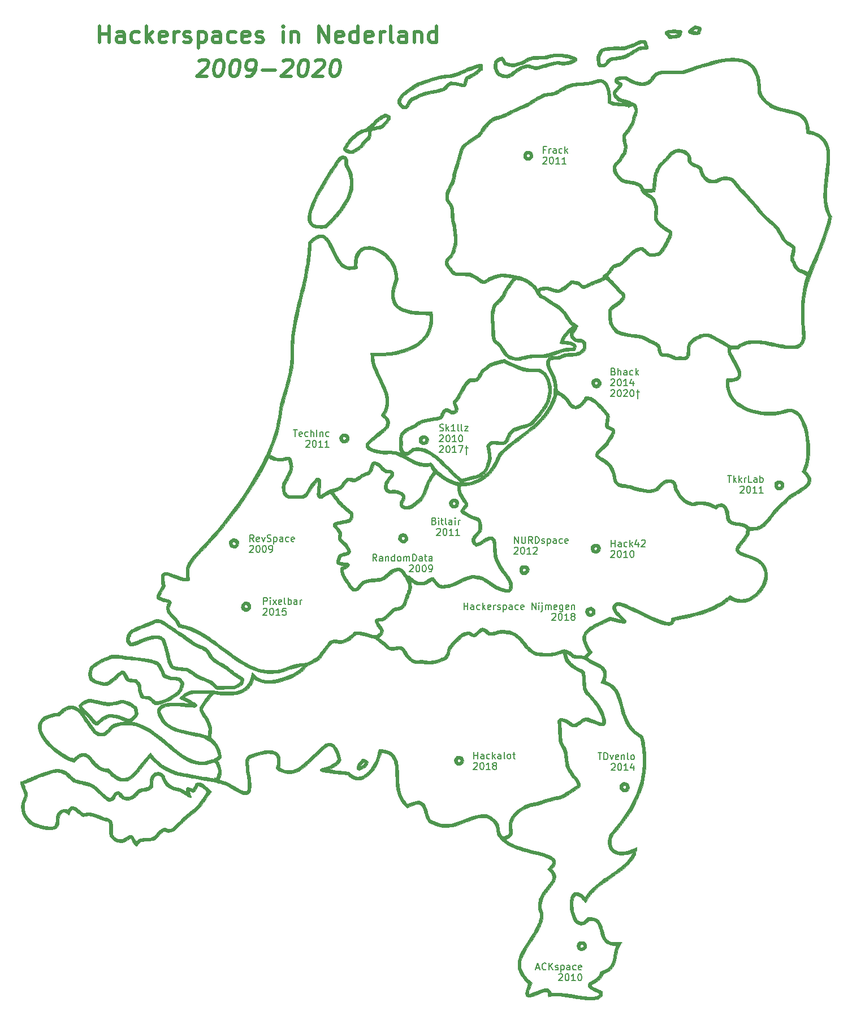
<source format=gto>
G04 #@! TF.GenerationSoftware,KiCad,Pcbnew,7.0.10*
G04 #@! TF.CreationDate,2024-02-18T18:29:19+01:00*
G04 #@! TF.ProjectId,hackerspacesnl,6861636b-6572-4737-9061-6365736e6c2e,rev?*
G04 #@! TF.SameCoordinates,Original*
G04 #@! TF.FileFunction,Legend,Top*
G04 #@! TF.FilePolarity,Positive*
%FSLAX46Y46*%
G04 Gerber Fmt 4.6, Leading zero omitted, Abs format (unit mm)*
G04 Created by KiCad (PCBNEW 7.0.10) date 2024-02-18 18:29:19*
%MOMM*%
%LPD*%
G01*
G04 APERTURE LIST*
%ADD10C,0.150000*%
%ADD11C,0.500000*%
%ADD12C,0.010000*%
%ADD13C,3.200000*%
G04 APERTURE END LIST*
D10*
X71520207Y-112679819D02*
X71186874Y-112203628D01*
X70948779Y-112679819D02*
X70948779Y-111679819D01*
X70948779Y-111679819D02*
X71329731Y-111679819D01*
X71329731Y-111679819D02*
X71424969Y-111727438D01*
X71424969Y-111727438D02*
X71472588Y-111775057D01*
X71472588Y-111775057D02*
X71520207Y-111870295D01*
X71520207Y-111870295D02*
X71520207Y-112013152D01*
X71520207Y-112013152D02*
X71472588Y-112108390D01*
X71472588Y-112108390D02*
X71424969Y-112156009D01*
X71424969Y-112156009D02*
X71329731Y-112203628D01*
X71329731Y-112203628D02*
X70948779Y-112203628D01*
X72329731Y-112632200D02*
X72234493Y-112679819D01*
X72234493Y-112679819D02*
X72044017Y-112679819D01*
X72044017Y-112679819D02*
X71948779Y-112632200D01*
X71948779Y-112632200D02*
X71901160Y-112536961D01*
X71901160Y-112536961D02*
X71901160Y-112156009D01*
X71901160Y-112156009D02*
X71948779Y-112060771D01*
X71948779Y-112060771D02*
X72044017Y-112013152D01*
X72044017Y-112013152D02*
X72234493Y-112013152D01*
X72234493Y-112013152D02*
X72329731Y-112060771D01*
X72329731Y-112060771D02*
X72377350Y-112156009D01*
X72377350Y-112156009D02*
X72377350Y-112251247D01*
X72377350Y-112251247D02*
X71901160Y-112346485D01*
X72710684Y-112013152D02*
X72948779Y-112679819D01*
X72948779Y-112679819D02*
X73186874Y-112013152D01*
X73520208Y-112632200D02*
X73663065Y-112679819D01*
X73663065Y-112679819D02*
X73901160Y-112679819D01*
X73901160Y-112679819D02*
X73996398Y-112632200D01*
X73996398Y-112632200D02*
X74044017Y-112584580D01*
X74044017Y-112584580D02*
X74091636Y-112489342D01*
X74091636Y-112489342D02*
X74091636Y-112394104D01*
X74091636Y-112394104D02*
X74044017Y-112298866D01*
X74044017Y-112298866D02*
X73996398Y-112251247D01*
X73996398Y-112251247D02*
X73901160Y-112203628D01*
X73901160Y-112203628D02*
X73710684Y-112156009D01*
X73710684Y-112156009D02*
X73615446Y-112108390D01*
X73615446Y-112108390D02*
X73567827Y-112060771D01*
X73567827Y-112060771D02*
X73520208Y-111965533D01*
X73520208Y-111965533D02*
X73520208Y-111870295D01*
X73520208Y-111870295D02*
X73567827Y-111775057D01*
X73567827Y-111775057D02*
X73615446Y-111727438D01*
X73615446Y-111727438D02*
X73710684Y-111679819D01*
X73710684Y-111679819D02*
X73948779Y-111679819D01*
X73948779Y-111679819D02*
X74091636Y-111727438D01*
X74520208Y-112013152D02*
X74520208Y-113013152D01*
X74520208Y-112060771D02*
X74615446Y-112013152D01*
X74615446Y-112013152D02*
X74805922Y-112013152D01*
X74805922Y-112013152D02*
X74901160Y-112060771D01*
X74901160Y-112060771D02*
X74948779Y-112108390D01*
X74948779Y-112108390D02*
X74996398Y-112203628D01*
X74996398Y-112203628D02*
X74996398Y-112489342D01*
X74996398Y-112489342D02*
X74948779Y-112584580D01*
X74948779Y-112584580D02*
X74901160Y-112632200D01*
X74901160Y-112632200D02*
X74805922Y-112679819D01*
X74805922Y-112679819D02*
X74615446Y-112679819D01*
X74615446Y-112679819D02*
X74520208Y-112632200D01*
X75853541Y-112679819D02*
X75853541Y-112156009D01*
X75853541Y-112156009D02*
X75805922Y-112060771D01*
X75805922Y-112060771D02*
X75710684Y-112013152D01*
X75710684Y-112013152D02*
X75520208Y-112013152D01*
X75520208Y-112013152D02*
X75424970Y-112060771D01*
X75853541Y-112632200D02*
X75758303Y-112679819D01*
X75758303Y-112679819D02*
X75520208Y-112679819D01*
X75520208Y-112679819D02*
X75424970Y-112632200D01*
X75424970Y-112632200D02*
X75377351Y-112536961D01*
X75377351Y-112536961D02*
X75377351Y-112441723D01*
X75377351Y-112441723D02*
X75424970Y-112346485D01*
X75424970Y-112346485D02*
X75520208Y-112298866D01*
X75520208Y-112298866D02*
X75758303Y-112298866D01*
X75758303Y-112298866D02*
X75853541Y-112251247D01*
X76758303Y-112632200D02*
X76663065Y-112679819D01*
X76663065Y-112679819D02*
X76472589Y-112679819D01*
X76472589Y-112679819D02*
X76377351Y-112632200D01*
X76377351Y-112632200D02*
X76329732Y-112584580D01*
X76329732Y-112584580D02*
X76282113Y-112489342D01*
X76282113Y-112489342D02*
X76282113Y-112203628D01*
X76282113Y-112203628D02*
X76329732Y-112108390D01*
X76329732Y-112108390D02*
X76377351Y-112060771D01*
X76377351Y-112060771D02*
X76472589Y-112013152D01*
X76472589Y-112013152D02*
X76663065Y-112013152D01*
X76663065Y-112013152D02*
X76758303Y-112060771D01*
X77567827Y-112632200D02*
X77472589Y-112679819D01*
X77472589Y-112679819D02*
X77282113Y-112679819D01*
X77282113Y-112679819D02*
X77186875Y-112632200D01*
X77186875Y-112632200D02*
X77139256Y-112536961D01*
X77139256Y-112536961D02*
X77139256Y-112156009D01*
X77139256Y-112156009D02*
X77186875Y-112060771D01*
X77186875Y-112060771D02*
X77282113Y-112013152D01*
X77282113Y-112013152D02*
X77472589Y-112013152D01*
X77472589Y-112013152D02*
X77567827Y-112060771D01*
X77567827Y-112060771D02*
X77615446Y-112156009D01*
X77615446Y-112156009D02*
X77615446Y-112251247D01*
X77615446Y-112251247D02*
X77139256Y-112346485D01*
X70901160Y-113385057D02*
X70948779Y-113337438D01*
X70948779Y-113337438D02*
X71044017Y-113289819D01*
X71044017Y-113289819D02*
X71282112Y-113289819D01*
X71282112Y-113289819D02*
X71377350Y-113337438D01*
X71377350Y-113337438D02*
X71424969Y-113385057D01*
X71424969Y-113385057D02*
X71472588Y-113480295D01*
X71472588Y-113480295D02*
X71472588Y-113575533D01*
X71472588Y-113575533D02*
X71424969Y-113718390D01*
X71424969Y-113718390D02*
X70853541Y-114289819D01*
X70853541Y-114289819D02*
X71472588Y-114289819D01*
X72091636Y-113289819D02*
X72186874Y-113289819D01*
X72186874Y-113289819D02*
X72282112Y-113337438D01*
X72282112Y-113337438D02*
X72329731Y-113385057D01*
X72329731Y-113385057D02*
X72377350Y-113480295D01*
X72377350Y-113480295D02*
X72424969Y-113670771D01*
X72424969Y-113670771D02*
X72424969Y-113908866D01*
X72424969Y-113908866D02*
X72377350Y-114099342D01*
X72377350Y-114099342D02*
X72329731Y-114194580D01*
X72329731Y-114194580D02*
X72282112Y-114242200D01*
X72282112Y-114242200D02*
X72186874Y-114289819D01*
X72186874Y-114289819D02*
X72091636Y-114289819D01*
X72091636Y-114289819D02*
X71996398Y-114242200D01*
X71996398Y-114242200D02*
X71948779Y-114194580D01*
X71948779Y-114194580D02*
X71901160Y-114099342D01*
X71901160Y-114099342D02*
X71853541Y-113908866D01*
X71853541Y-113908866D02*
X71853541Y-113670771D01*
X71853541Y-113670771D02*
X71901160Y-113480295D01*
X71901160Y-113480295D02*
X71948779Y-113385057D01*
X71948779Y-113385057D02*
X71996398Y-113337438D01*
X71996398Y-113337438D02*
X72091636Y-113289819D01*
X73044017Y-113289819D02*
X73139255Y-113289819D01*
X73139255Y-113289819D02*
X73234493Y-113337438D01*
X73234493Y-113337438D02*
X73282112Y-113385057D01*
X73282112Y-113385057D02*
X73329731Y-113480295D01*
X73329731Y-113480295D02*
X73377350Y-113670771D01*
X73377350Y-113670771D02*
X73377350Y-113908866D01*
X73377350Y-113908866D02*
X73329731Y-114099342D01*
X73329731Y-114099342D02*
X73282112Y-114194580D01*
X73282112Y-114194580D02*
X73234493Y-114242200D01*
X73234493Y-114242200D02*
X73139255Y-114289819D01*
X73139255Y-114289819D02*
X73044017Y-114289819D01*
X73044017Y-114289819D02*
X72948779Y-114242200D01*
X72948779Y-114242200D02*
X72901160Y-114194580D01*
X72901160Y-114194580D02*
X72853541Y-114099342D01*
X72853541Y-114099342D02*
X72805922Y-113908866D01*
X72805922Y-113908866D02*
X72805922Y-113670771D01*
X72805922Y-113670771D02*
X72853541Y-113480295D01*
X72853541Y-113480295D02*
X72901160Y-113385057D01*
X72901160Y-113385057D02*
X72948779Y-113337438D01*
X72948779Y-113337438D02*
X73044017Y-113289819D01*
X73853541Y-114289819D02*
X74044017Y-114289819D01*
X74044017Y-114289819D02*
X74139255Y-114242200D01*
X74139255Y-114242200D02*
X74186874Y-114194580D01*
X74186874Y-114194580D02*
X74282112Y-114051723D01*
X74282112Y-114051723D02*
X74329731Y-113861247D01*
X74329731Y-113861247D02*
X74329731Y-113480295D01*
X74329731Y-113480295D02*
X74282112Y-113385057D01*
X74282112Y-113385057D02*
X74234493Y-113337438D01*
X74234493Y-113337438D02*
X74139255Y-113289819D01*
X74139255Y-113289819D02*
X73948779Y-113289819D01*
X73948779Y-113289819D02*
X73853541Y-113337438D01*
X73853541Y-113337438D02*
X73805922Y-113385057D01*
X73805922Y-113385057D02*
X73758303Y-113480295D01*
X73758303Y-113480295D02*
X73758303Y-113718390D01*
X73758303Y-113718390D02*
X73805922Y-113813628D01*
X73805922Y-113813628D02*
X73853541Y-113861247D01*
X73853541Y-113861247D02*
X73948779Y-113908866D01*
X73948779Y-113908866D02*
X74139255Y-113908866D01*
X74139255Y-113908866D02*
X74234493Y-113861247D01*
X74234493Y-113861247D02*
X74282112Y-113813628D01*
X74282112Y-113813628D02*
X74329731Y-113718390D01*
X125050779Y-113441819D02*
X125050779Y-112441819D01*
X125050779Y-112918009D02*
X125622207Y-112918009D01*
X125622207Y-113441819D02*
X125622207Y-112441819D01*
X126526969Y-113441819D02*
X126526969Y-112918009D01*
X126526969Y-112918009D02*
X126479350Y-112822771D01*
X126479350Y-112822771D02*
X126384112Y-112775152D01*
X126384112Y-112775152D02*
X126193636Y-112775152D01*
X126193636Y-112775152D02*
X126098398Y-112822771D01*
X126526969Y-113394200D02*
X126431731Y-113441819D01*
X126431731Y-113441819D02*
X126193636Y-113441819D01*
X126193636Y-113441819D02*
X126098398Y-113394200D01*
X126098398Y-113394200D02*
X126050779Y-113298961D01*
X126050779Y-113298961D02*
X126050779Y-113203723D01*
X126050779Y-113203723D02*
X126098398Y-113108485D01*
X126098398Y-113108485D02*
X126193636Y-113060866D01*
X126193636Y-113060866D02*
X126431731Y-113060866D01*
X126431731Y-113060866D02*
X126526969Y-113013247D01*
X127431731Y-113394200D02*
X127336493Y-113441819D01*
X127336493Y-113441819D02*
X127146017Y-113441819D01*
X127146017Y-113441819D02*
X127050779Y-113394200D01*
X127050779Y-113394200D02*
X127003160Y-113346580D01*
X127003160Y-113346580D02*
X126955541Y-113251342D01*
X126955541Y-113251342D02*
X126955541Y-112965628D01*
X126955541Y-112965628D02*
X127003160Y-112870390D01*
X127003160Y-112870390D02*
X127050779Y-112822771D01*
X127050779Y-112822771D02*
X127146017Y-112775152D01*
X127146017Y-112775152D02*
X127336493Y-112775152D01*
X127336493Y-112775152D02*
X127431731Y-112822771D01*
X127860303Y-113441819D02*
X127860303Y-112441819D01*
X127955541Y-113060866D02*
X128241255Y-113441819D01*
X128241255Y-112775152D02*
X127860303Y-113156104D01*
X129098398Y-112775152D02*
X129098398Y-113441819D01*
X128860303Y-112394200D02*
X128622208Y-113108485D01*
X128622208Y-113108485D02*
X129241255Y-113108485D01*
X129574589Y-112537057D02*
X129622208Y-112489438D01*
X129622208Y-112489438D02*
X129717446Y-112441819D01*
X129717446Y-112441819D02*
X129955541Y-112441819D01*
X129955541Y-112441819D02*
X130050779Y-112489438D01*
X130050779Y-112489438D02*
X130098398Y-112537057D01*
X130098398Y-112537057D02*
X130146017Y-112632295D01*
X130146017Y-112632295D02*
X130146017Y-112727533D01*
X130146017Y-112727533D02*
X130098398Y-112870390D01*
X130098398Y-112870390D02*
X129526970Y-113441819D01*
X129526970Y-113441819D02*
X130146017Y-113441819D01*
X125003160Y-114147057D02*
X125050779Y-114099438D01*
X125050779Y-114099438D02*
X125146017Y-114051819D01*
X125146017Y-114051819D02*
X125384112Y-114051819D01*
X125384112Y-114051819D02*
X125479350Y-114099438D01*
X125479350Y-114099438D02*
X125526969Y-114147057D01*
X125526969Y-114147057D02*
X125574588Y-114242295D01*
X125574588Y-114242295D02*
X125574588Y-114337533D01*
X125574588Y-114337533D02*
X125526969Y-114480390D01*
X125526969Y-114480390D02*
X124955541Y-115051819D01*
X124955541Y-115051819D02*
X125574588Y-115051819D01*
X126193636Y-114051819D02*
X126288874Y-114051819D01*
X126288874Y-114051819D02*
X126384112Y-114099438D01*
X126384112Y-114099438D02*
X126431731Y-114147057D01*
X126431731Y-114147057D02*
X126479350Y-114242295D01*
X126479350Y-114242295D02*
X126526969Y-114432771D01*
X126526969Y-114432771D02*
X126526969Y-114670866D01*
X126526969Y-114670866D02*
X126479350Y-114861342D01*
X126479350Y-114861342D02*
X126431731Y-114956580D01*
X126431731Y-114956580D02*
X126384112Y-115004200D01*
X126384112Y-115004200D02*
X126288874Y-115051819D01*
X126288874Y-115051819D02*
X126193636Y-115051819D01*
X126193636Y-115051819D02*
X126098398Y-115004200D01*
X126098398Y-115004200D02*
X126050779Y-114956580D01*
X126050779Y-114956580D02*
X126003160Y-114861342D01*
X126003160Y-114861342D02*
X125955541Y-114670866D01*
X125955541Y-114670866D02*
X125955541Y-114432771D01*
X125955541Y-114432771D02*
X126003160Y-114242295D01*
X126003160Y-114242295D02*
X126050779Y-114147057D01*
X126050779Y-114147057D02*
X126098398Y-114099438D01*
X126098398Y-114099438D02*
X126193636Y-114051819D01*
X127479350Y-115051819D02*
X126907922Y-115051819D01*
X127193636Y-115051819D02*
X127193636Y-114051819D01*
X127193636Y-114051819D02*
X127098398Y-114194676D01*
X127098398Y-114194676D02*
X127003160Y-114289914D01*
X127003160Y-114289914D02*
X126907922Y-114337533D01*
X128098398Y-114051819D02*
X128193636Y-114051819D01*
X128193636Y-114051819D02*
X128288874Y-114099438D01*
X128288874Y-114099438D02*
X128336493Y-114147057D01*
X128336493Y-114147057D02*
X128384112Y-114242295D01*
X128384112Y-114242295D02*
X128431731Y-114432771D01*
X128431731Y-114432771D02*
X128431731Y-114670866D01*
X128431731Y-114670866D02*
X128384112Y-114861342D01*
X128384112Y-114861342D02*
X128336493Y-114956580D01*
X128336493Y-114956580D02*
X128288874Y-115004200D01*
X128288874Y-115004200D02*
X128193636Y-115051819D01*
X128193636Y-115051819D02*
X128098398Y-115051819D01*
X128098398Y-115051819D02*
X128003160Y-115004200D01*
X128003160Y-115004200D02*
X127955541Y-114956580D01*
X127955541Y-114956580D02*
X127907922Y-114861342D01*
X127907922Y-114861342D02*
X127860303Y-114670866D01*
X127860303Y-114670866D02*
X127860303Y-114432771D01*
X127860303Y-114432771D02*
X127907922Y-114242295D01*
X127907922Y-114242295D02*
X127955541Y-114147057D01*
X127955541Y-114147057D02*
X128003160Y-114099438D01*
X128003160Y-114099438D02*
X128098398Y-114051819D01*
X104476779Y-145191819D02*
X104476779Y-144191819D01*
X104476779Y-144668009D02*
X105048207Y-144668009D01*
X105048207Y-145191819D02*
X105048207Y-144191819D01*
X105952969Y-145191819D02*
X105952969Y-144668009D01*
X105952969Y-144668009D02*
X105905350Y-144572771D01*
X105905350Y-144572771D02*
X105810112Y-144525152D01*
X105810112Y-144525152D02*
X105619636Y-144525152D01*
X105619636Y-144525152D02*
X105524398Y-144572771D01*
X105952969Y-145144200D02*
X105857731Y-145191819D01*
X105857731Y-145191819D02*
X105619636Y-145191819D01*
X105619636Y-145191819D02*
X105524398Y-145144200D01*
X105524398Y-145144200D02*
X105476779Y-145048961D01*
X105476779Y-145048961D02*
X105476779Y-144953723D01*
X105476779Y-144953723D02*
X105524398Y-144858485D01*
X105524398Y-144858485D02*
X105619636Y-144810866D01*
X105619636Y-144810866D02*
X105857731Y-144810866D01*
X105857731Y-144810866D02*
X105952969Y-144763247D01*
X106857731Y-145144200D02*
X106762493Y-145191819D01*
X106762493Y-145191819D02*
X106572017Y-145191819D01*
X106572017Y-145191819D02*
X106476779Y-145144200D01*
X106476779Y-145144200D02*
X106429160Y-145096580D01*
X106429160Y-145096580D02*
X106381541Y-145001342D01*
X106381541Y-145001342D02*
X106381541Y-144715628D01*
X106381541Y-144715628D02*
X106429160Y-144620390D01*
X106429160Y-144620390D02*
X106476779Y-144572771D01*
X106476779Y-144572771D02*
X106572017Y-144525152D01*
X106572017Y-144525152D02*
X106762493Y-144525152D01*
X106762493Y-144525152D02*
X106857731Y-144572771D01*
X107286303Y-145191819D02*
X107286303Y-144191819D01*
X107381541Y-144810866D02*
X107667255Y-145191819D01*
X107667255Y-144525152D02*
X107286303Y-144906104D01*
X108524398Y-145191819D02*
X108524398Y-144668009D01*
X108524398Y-144668009D02*
X108476779Y-144572771D01*
X108476779Y-144572771D02*
X108381541Y-144525152D01*
X108381541Y-144525152D02*
X108191065Y-144525152D01*
X108191065Y-144525152D02*
X108095827Y-144572771D01*
X108524398Y-145144200D02*
X108429160Y-145191819D01*
X108429160Y-145191819D02*
X108191065Y-145191819D01*
X108191065Y-145191819D02*
X108095827Y-145144200D01*
X108095827Y-145144200D02*
X108048208Y-145048961D01*
X108048208Y-145048961D02*
X108048208Y-144953723D01*
X108048208Y-144953723D02*
X108095827Y-144858485D01*
X108095827Y-144858485D02*
X108191065Y-144810866D01*
X108191065Y-144810866D02*
X108429160Y-144810866D01*
X108429160Y-144810866D02*
X108524398Y-144763247D01*
X109143446Y-145191819D02*
X109048208Y-145144200D01*
X109048208Y-145144200D02*
X109000589Y-145048961D01*
X109000589Y-145048961D02*
X109000589Y-144191819D01*
X109667256Y-145191819D02*
X109572018Y-145144200D01*
X109572018Y-145144200D02*
X109524399Y-145096580D01*
X109524399Y-145096580D02*
X109476780Y-145001342D01*
X109476780Y-145001342D02*
X109476780Y-144715628D01*
X109476780Y-144715628D02*
X109524399Y-144620390D01*
X109524399Y-144620390D02*
X109572018Y-144572771D01*
X109572018Y-144572771D02*
X109667256Y-144525152D01*
X109667256Y-144525152D02*
X109810113Y-144525152D01*
X109810113Y-144525152D02*
X109905351Y-144572771D01*
X109905351Y-144572771D02*
X109952970Y-144620390D01*
X109952970Y-144620390D02*
X110000589Y-144715628D01*
X110000589Y-144715628D02*
X110000589Y-145001342D01*
X110000589Y-145001342D02*
X109952970Y-145096580D01*
X109952970Y-145096580D02*
X109905351Y-145144200D01*
X109905351Y-145144200D02*
X109810113Y-145191819D01*
X109810113Y-145191819D02*
X109667256Y-145191819D01*
X110286304Y-144525152D02*
X110667256Y-144525152D01*
X110429161Y-144191819D02*
X110429161Y-145048961D01*
X110429161Y-145048961D02*
X110476780Y-145144200D01*
X110476780Y-145144200D02*
X110572018Y-145191819D01*
X110572018Y-145191819D02*
X110667256Y-145191819D01*
X104429160Y-145897057D02*
X104476779Y-145849438D01*
X104476779Y-145849438D02*
X104572017Y-145801819D01*
X104572017Y-145801819D02*
X104810112Y-145801819D01*
X104810112Y-145801819D02*
X104905350Y-145849438D01*
X104905350Y-145849438D02*
X104952969Y-145897057D01*
X104952969Y-145897057D02*
X105000588Y-145992295D01*
X105000588Y-145992295D02*
X105000588Y-146087533D01*
X105000588Y-146087533D02*
X104952969Y-146230390D01*
X104952969Y-146230390D02*
X104381541Y-146801819D01*
X104381541Y-146801819D02*
X105000588Y-146801819D01*
X105619636Y-145801819D02*
X105714874Y-145801819D01*
X105714874Y-145801819D02*
X105810112Y-145849438D01*
X105810112Y-145849438D02*
X105857731Y-145897057D01*
X105857731Y-145897057D02*
X105905350Y-145992295D01*
X105905350Y-145992295D02*
X105952969Y-146182771D01*
X105952969Y-146182771D02*
X105952969Y-146420866D01*
X105952969Y-146420866D02*
X105905350Y-146611342D01*
X105905350Y-146611342D02*
X105857731Y-146706580D01*
X105857731Y-146706580D02*
X105810112Y-146754200D01*
X105810112Y-146754200D02*
X105714874Y-146801819D01*
X105714874Y-146801819D02*
X105619636Y-146801819D01*
X105619636Y-146801819D02*
X105524398Y-146754200D01*
X105524398Y-146754200D02*
X105476779Y-146706580D01*
X105476779Y-146706580D02*
X105429160Y-146611342D01*
X105429160Y-146611342D02*
X105381541Y-146420866D01*
X105381541Y-146420866D02*
X105381541Y-146182771D01*
X105381541Y-146182771D02*
X105429160Y-145992295D01*
X105429160Y-145992295D02*
X105476779Y-145897057D01*
X105476779Y-145897057D02*
X105524398Y-145849438D01*
X105524398Y-145849438D02*
X105619636Y-145801819D01*
X106905350Y-146801819D02*
X106333922Y-146801819D01*
X106619636Y-146801819D02*
X106619636Y-145801819D01*
X106619636Y-145801819D02*
X106524398Y-145944676D01*
X106524398Y-145944676D02*
X106429160Y-146039914D01*
X106429160Y-146039914D02*
X106333922Y-146087533D01*
X107476779Y-146230390D02*
X107381541Y-146182771D01*
X107381541Y-146182771D02*
X107333922Y-146135152D01*
X107333922Y-146135152D02*
X107286303Y-146039914D01*
X107286303Y-146039914D02*
X107286303Y-145992295D01*
X107286303Y-145992295D02*
X107333922Y-145897057D01*
X107333922Y-145897057D02*
X107381541Y-145849438D01*
X107381541Y-145849438D02*
X107476779Y-145801819D01*
X107476779Y-145801819D02*
X107667255Y-145801819D01*
X107667255Y-145801819D02*
X107762493Y-145849438D01*
X107762493Y-145849438D02*
X107810112Y-145897057D01*
X107810112Y-145897057D02*
X107857731Y-145992295D01*
X107857731Y-145992295D02*
X107857731Y-146039914D01*
X107857731Y-146039914D02*
X107810112Y-146135152D01*
X107810112Y-146135152D02*
X107762493Y-146182771D01*
X107762493Y-146182771D02*
X107667255Y-146230390D01*
X107667255Y-146230390D02*
X107476779Y-146230390D01*
X107476779Y-146230390D02*
X107381541Y-146278009D01*
X107381541Y-146278009D02*
X107333922Y-146325628D01*
X107333922Y-146325628D02*
X107286303Y-146420866D01*
X107286303Y-146420866D02*
X107286303Y-146611342D01*
X107286303Y-146611342D02*
X107333922Y-146706580D01*
X107333922Y-146706580D02*
X107381541Y-146754200D01*
X107381541Y-146754200D02*
X107476779Y-146801819D01*
X107476779Y-146801819D02*
X107667255Y-146801819D01*
X107667255Y-146801819D02*
X107762493Y-146754200D01*
X107762493Y-146754200D02*
X107810112Y-146706580D01*
X107810112Y-146706580D02*
X107857731Y-146611342D01*
X107857731Y-146611342D02*
X107857731Y-146420866D01*
X107857731Y-146420866D02*
X107810112Y-146325628D01*
X107810112Y-146325628D02*
X107762493Y-146278009D01*
X107762493Y-146278009D02*
X107667255Y-146230390D01*
D11*
X48421903Y-37960547D02*
X48421903Y-35460547D01*
X48421903Y-36651023D02*
X49850474Y-36651023D01*
X49850474Y-37960547D02*
X49850474Y-35460547D01*
X52112379Y-37960547D02*
X52112379Y-36651023D01*
X52112379Y-36651023D02*
X51993332Y-36412928D01*
X51993332Y-36412928D02*
X51755236Y-36293880D01*
X51755236Y-36293880D02*
X51279046Y-36293880D01*
X51279046Y-36293880D02*
X51040951Y-36412928D01*
X52112379Y-37841500D02*
X51874284Y-37960547D01*
X51874284Y-37960547D02*
X51279046Y-37960547D01*
X51279046Y-37960547D02*
X51040951Y-37841500D01*
X51040951Y-37841500D02*
X50921903Y-37603404D01*
X50921903Y-37603404D02*
X50921903Y-37365309D01*
X50921903Y-37365309D02*
X51040951Y-37127214D01*
X51040951Y-37127214D02*
X51279046Y-37008166D01*
X51279046Y-37008166D02*
X51874284Y-37008166D01*
X51874284Y-37008166D02*
X52112379Y-36889119D01*
X54374284Y-37841500D02*
X54136189Y-37960547D01*
X54136189Y-37960547D02*
X53659998Y-37960547D01*
X53659998Y-37960547D02*
X53421903Y-37841500D01*
X53421903Y-37841500D02*
X53302856Y-37722452D01*
X53302856Y-37722452D02*
X53183808Y-37484357D01*
X53183808Y-37484357D02*
X53183808Y-36770071D01*
X53183808Y-36770071D02*
X53302856Y-36531976D01*
X53302856Y-36531976D02*
X53421903Y-36412928D01*
X53421903Y-36412928D02*
X53659998Y-36293880D01*
X53659998Y-36293880D02*
X54136189Y-36293880D01*
X54136189Y-36293880D02*
X54374284Y-36412928D01*
X55445713Y-37960547D02*
X55445713Y-35460547D01*
X55683808Y-37008166D02*
X56398094Y-37960547D01*
X56398094Y-36293880D02*
X55445713Y-37246261D01*
X58421904Y-37841500D02*
X58183808Y-37960547D01*
X58183808Y-37960547D02*
X57707618Y-37960547D01*
X57707618Y-37960547D02*
X57469523Y-37841500D01*
X57469523Y-37841500D02*
X57350475Y-37603404D01*
X57350475Y-37603404D02*
X57350475Y-36651023D01*
X57350475Y-36651023D02*
X57469523Y-36412928D01*
X57469523Y-36412928D02*
X57707618Y-36293880D01*
X57707618Y-36293880D02*
X58183808Y-36293880D01*
X58183808Y-36293880D02*
X58421904Y-36412928D01*
X58421904Y-36412928D02*
X58540951Y-36651023D01*
X58540951Y-36651023D02*
X58540951Y-36889119D01*
X58540951Y-36889119D02*
X57350475Y-37127214D01*
X59612380Y-37960547D02*
X59612380Y-36293880D01*
X59612380Y-36770071D02*
X59731427Y-36531976D01*
X59731427Y-36531976D02*
X59850475Y-36412928D01*
X59850475Y-36412928D02*
X60088570Y-36293880D01*
X60088570Y-36293880D02*
X60326665Y-36293880D01*
X61040951Y-37841500D02*
X61279046Y-37960547D01*
X61279046Y-37960547D02*
X61755237Y-37960547D01*
X61755237Y-37960547D02*
X61993332Y-37841500D01*
X61993332Y-37841500D02*
X62112380Y-37603404D01*
X62112380Y-37603404D02*
X62112380Y-37484357D01*
X62112380Y-37484357D02*
X61993332Y-37246261D01*
X61993332Y-37246261D02*
X61755237Y-37127214D01*
X61755237Y-37127214D02*
X61398094Y-37127214D01*
X61398094Y-37127214D02*
X61159999Y-37008166D01*
X61159999Y-37008166D02*
X61040951Y-36770071D01*
X61040951Y-36770071D02*
X61040951Y-36651023D01*
X61040951Y-36651023D02*
X61159999Y-36412928D01*
X61159999Y-36412928D02*
X61398094Y-36293880D01*
X61398094Y-36293880D02*
X61755237Y-36293880D01*
X61755237Y-36293880D02*
X61993332Y-36412928D01*
X63183809Y-36293880D02*
X63183809Y-38793880D01*
X63183809Y-36412928D02*
X63421904Y-36293880D01*
X63421904Y-36293880D02*
X63898094Y-36293880D01*
X63898094Y-36293880D02*
X64136190Y-36412928D01*
X64136190Y-36412928D02*
X64255237Y-36531976D01*
X64255237Y-36531976D02*
X64374285Y-36770071D01*
X64374285Y-36770071D02*
X64374285Y-37484357D01*
X64374285Y-37484357D02*
X64255237Y-37722452D01*
X64255237Y-37722452D02*
X64136190Y-37841500D01*
X64136190Y-37841500D02*
X63898094Y-37960547D01*
X63898094Y-37960547D02*
X63421904Y-37960547D01*
X63421904Y-37960547D02*
X63183809Y-37841500D01*
X66517142Y-37960547D02*
X66517142Y-36651023D01*
X66517142Y-36651023D02*
X66398095Y-36412928D01*
X66398095Y-36412928D02*
X66159999Y-36293880D01*
X66159999Y-36293880D02*
X65683809Y-36293880D01*
X65683809Y-36293880D02*
X65445714Y-36412928D01*
X66517142Y-37841500D02*
X66279047Y-37960547D01*
X66279047Y-37960547D02*
X65683809Y-37960547D01*
X65683809Y-37960547D02*
X65445714Y-37841500D01*
X65445714Y-37841500D02*
X65326666Y-37603404D01*
X65326666Y-37603404D02*
X65326666Y-37365309D01*
X65326666Y-37365309D02*
X65445714Y-37127214D01*
X65445714Y-37127214D02*
X65683809Y-37008166D01*
X65683809Y-37008166D02*
X66279047Y-37008166D01*
X66279047Y-37008166D02*
X66517142Y-36889119D01*
X68779047Y-37841500D02*
X68540952Y-37960547D01*
X68540952Y-37960547D02*
X68064761Y-37960547D01*
X68064761Y-37960547D02*
X67826666Y-37841500D01*
X67826666Y-37841500D02*
X67707619Y-37722452D01*
X67707619Y-37722452D02*
X67588571Y-37484357D01*
X67588571Y-37484357D02*
X67588571Y-36770071D01*
X67588571Y-36770071D02*
X67707619Y-36531976D01*
X67707619Y-36531976D02*
X67826666Y-36412928D01*
X67826666Y-36412928D02*
X68064761Y-36293880D01*
X68064761Y-36293880D02*
X68540952Y-36293880D01*
X68540952Y-36293880D02*
X68779047Y-36412928D01*
X70802857Y-37841500D02*
X70564761Y-37960547D01*
X70564761Y-37960547D02*
X70088571Y-37960547D01*
X70088571Y-37960547D02*
X69850476Y-37841500D01*
X69850476Y-37841500D02*
X69731428Y-37603404D01*
X69731428Y-37603404D02*
X69731428Y-36651023D01*
X69731428Y-36651023D02*
X69850476Y-36412928D01*
X69850476Y-36412928D02*
X70088571Y-36293880D01*
X70088571Y-36293880D02*
X70564761Y-36293880D01*
X70564761Y-36293880D02*
X70802857Y-36412928D01*
X70802857Y-36412928D02*
X70921904Y-36651023D01*
X70921904Y-36651023D02*
X70921904Y-36889119D01*
X70921904Y-36889119D02*
X69731428Y-37127214D01*
X71874285Y-37841500D02*
X72112380Y-37960547D01*
X72112380Y-37960547D02*
X72588571Y-37960547D01*
X72588571Y-37960547D02*
X72826666Y-37841500D01*
X72826666Y-37841500D02*
X72945714Y-37603404D01*
X72945714Y-37603404D02*
X72945714Y-37484357D01*
X72945714Y-37484357D02*
X72826666Y-37246261D01*
X72826666Y-37246261D02*
X72588571Y-37127214D01*
X72588571Y-37127214D02*
X72231428Y-37127214D01*
X72231428Y-37127214D02*
X71993333Y-37008166D01*
X71993333Y-37008166D02*
X71874285Y-36770071D01*
X71874285Y-36770071D02*
X71874285Y-36651023D01*
X71874285Y-36651023D02*
X71993333Y-36412928D01*
X71993333Y-36412928D02*
X72231428Y-36293880D01*
X72231428Y-36293880D02*
X72588571Y-36293880D01*
X72588571Y-36293880D02*
X72826666Y-36412928D01*
X75921905Y-37960547D02*
X75921905Y-36293880D01*
X75921905Y-35460547D02*
X75802857Y-35579595D01*
X75802857Y-35579595D02*
X75921905Y-35698642D01*
X75921905Y-35698642D02*
X76040952Y-35579595D01*
X76040952Y-35579595D02*
X75921905Y-35460547D01*
X75921905Y-35460547D02*
X75921905Y-35698642D01*
X77112381Y-36293880D02*
X77112381Y-37960547D01*
X77112381Y-36531976D02*
X77231428Y-36412928D01*
X77231428Y-36412928D02*
X77469523Y-36293880D01*
X77469523Y-36293880D02*
X77826666Y-36293880D01*
X77826666Y-36293880D02*
X78064762Y-36412928D01*
X78064762Y-36412928D02*
X78183809Y-36651023D01*
X78183809Y-36651023D02*
X78183809Y-37960547D01*
X81279048Y-37960547D02*
X81279048Y-35460547D01*
X81279048Y-35460547D02*
X82707619Y-37960547D01*
X82707619Y-37960547D02*
X82707619Y-35460547D01*
X84850477Y-37841500D02*
X84612381Y-37960547D01*
X84612381Y-37960547D02*
X84136191Y-37960547D01*
X84136191Y-37960547D02*
X83898096Y-37841500D01*
X83898096Y-37841500D02*
X83779048Y-37603404D01*
X83779048Y-37603404D02*
X83779048Y-36651023D01*
X83779048Y-36651023D02*
X83898096Y-36412928D01*
X83898096Y-36412928D02*
X84136191Y-36293880D01*
X84136191Y-36293880D02*
X84612381Y-36293880D01*
X84612381Y-36293880D02*
X84850477Y-36412928D01*
X84850477Y-36412928D02*
X84969524Y-36651023D01*
X84969524Y-36651023D02*
X84969524Y-36889119D01*
X84969524Y-36889119D02*
X83779048Y-37127214D01*
X87112381Y-37960547D02*
X87112381Y-35460547D01*
X87112381Y-37841500D02*
X86874286Y-37960547D01*
X86874286Y-37960547D02*
X86398095Y-37960547D01*
X86398095Y-37960547D02*
X86160000Y-37841500D01*
X86160000Y-37841500D02*
X86040953Y-37722452D01*
X86040953Y-37722452D02*
X85921905Y-37484357D01*
X85921905Y-37484357D02*
X85921905Y-36770071D01*
X85921905Y-36770071D02*
X86040953Y-36531976D01*
X86040953Y-36531976D02*
X86160000Y-36412928D01*
X86160000Y-36412928D02*
X86398095Y-36293880D01*
X86398095Y-36293880D02*
X86874286Y-36293880D01*
X86874286Y-36293880D02*
X87112381Y-36412928D01*
X89255239Y-37841500D02*
X89017143Y-37960547D01*
X89017143Y-37960547D02*
X88540953Y-37960547D01*
X88540953Y-37960547D02*
X88302858Y-37841500D01*
X88302858Y-37841500D02*
X88183810Y-37603404D01*
X88183810Y-37603404D02*
X88183810Y-36651023D01*
X88183810Y-36651023D02*
X88302858Y-36412928D01*
X88302858Y-36412928D02*
X88540953Y-36293880D01*
X88540953Y-36293880D02*
X89017143Y-36293880D01*
X89017143Y-36293880D02*
X89255239Y-36412928D01*
X89255239Y-36412928D02*
X89374286Y-36651023D01*
X89374286Y-36651023D02*
X89374286Y-36889119D01*
X89374286Y-36889119D02*
X88183810Y-37127214D01*
X90445715Y-37960547D02*
X90445715Y-36293880D01*
X90445715Y-36770071D02*
X90564762Y-36531976D01*
X90564762Y-36531976D02*
X90683810Y-36412928D01*
X90683810Y-36412928D02*
X90921905Y-36293880D01*
X90921905Y-36293880D02*
X91160000Y-36293880D01*
X92350476Y-37960547D02*
X92112381Y-37841500D01*
X92112381Y-37841500D02*
X91993334Y-37603404D01*
X91993334Y-37603404D02*
X91993334Y-35460547D01*
X94374286Y-37960547D02*
X94374286Y-36651023D01*
X94374286Y-36651023D02*
X94255239Y-36412928D01*
X94255239Y-36412928D02*
X94017143Y-36293880D01*
X94017143Y-36293880D02*
X93540953Y-36293880D01*
X93540953Y-36293880D02*
X93302858Y-36412928D01*
X94374286Y-37841500D02*
X94136191Y-37960547D01*
X94136191Y-37960547D02*
X93540953Y-37960547D01*
X93540953Y-37960547D02*
X93302858Y-37841500D01*
X93302858Y-37841500D02*
X93183810Y-37603404D01*
X93183810Y-37603404D02*
X93183810Y-37365309D01*
X93183810Y-37365309D02*
X93302858Y-37127214D01*
X93302858Y-37127214D02*
X93540953Y-37008166D01*
X93540953Y-37008166D02*
X94136191Y-37008166D01*
X94136191Y-37008166D02*
X94374286Y-36889119D01*
X95564763Y-36293880D02*
X95564763Y-37960547D01*
X95564763Y-36531976D02*
X95683810Y-36412928D01*
X95683810Y-36412928D02*
X95921905Y-36293880D01*
X95921905Y-36293880D02*
X96279048Y-36293880D01*
X96279048Y-36293880D02*
X96517144Y-36412928D01*
X96517144Y-36412928D02*
X96636191Y-36651023D01*
X96636191Y-36651023D02*
X96636191Y-37960547D01*
X98898096Y-37960547D02*
X98898096Y-35460547D01*
X98898096Y-37841500D02*
X98660001Y-37960547D01*
X98660001Y-37960547D02*
X98183810Y-37960547D01*
X98183810Y-37960547D02*
X97945715Y-37841500D01*
X97945715Y-37841500D02*
X97826668Y-37722452D01*
X97826668Y-37722452D02*
X97707620Y-37484357D01*
X97707620Y-37484357D02*
X97707620Y-36770071D01*
X97707620Y-36770071D02*
X97826668Y-36531976D01*
X97826668Y-36531976D02*
X97945715Y-36412928D01*
X97945715Y-36412928D02*
X98183810Y-36293880D01*
X98183810Y-36293880D02*
X98660001Y-36293880D01*
X98660001Y-36293880D02*
X98898096Y-36412928D01*
D10*
X142459505Y-102789819D02*
X143030933Y-102789819D01*
X142745219Y-103789819D02*
X142745219Y-102789819D01*
X143364267Y-103789819D02*
X143364267Y-102789819D01*
X143459505Y-103408866D02*
X143745219Y-103789819D01*
X143745219Y-103123152D02*
X143364267Y-103504104D01*
X144173791Y-103789819D02*
X144173791Y-102789819D01*
X144269029Y-103408866D02*
X144554743Y-103789819D01*
X144554743Y-103123152D02*
X144173791Y-103504104D01*
X144983315Y-103789819D02*
X144983315Y-103123152D01*
X144983315Y-103313628D02*
X145030934Y-103218390D01*
X145030934Y-103218390D02*
X145078553Y-103170771D01*
X145078553Y-103170771D02*
X145173791Y-103123152D01*
X145173791Y-103123152D02*
X145269029Y-103123152D01*
X146078553Y-103789819D02*
X145602363Y-103789819D01*
X145602363Y-103789819D02*
X145602363Y-102789819D01*
X146840458Y-103789819D02*
X146840458Y-103266009D01*
X146840458Y-103266009D02*
X146792839Y-103170771D01*
X146792839Y-103170771D02*
X146697601Y-103123152D01*
X146697601Y-103123152D02*
X146507125Y-103123152D01*
X146507125Y-103123152D02*
X146411887Y-103170771D01*
X146840458Y-103742200D02*
X146745220Y-103789819D01*
X146745220Y-103789819D02*
X146507125Y-103789819D01*
X146507125Y-103789819D02*
X146411887Y-103742200D01*
X146411887Y-103742200D02*
X146364268Y-103646961D01*
X146364268Y-103646961D02*
X146364268Y-103551723D01*
X146364268Y-103551723D02*
X146411887Y-103456485D01*
X146411887Y-103456485D02*
X146507125Y-103408866D01*
X146507125Y-103408866D02*
X146745220Y-103408866D01*
X146745220Y-103408866D02*
X146840458Y-103361247D01*
X147316649Y-103789819D02*
X147316649Y-102789819D01*
X147316649Y-103170771D02*
X147411887Y-103123152D01*
X147411887Y-103123152D02*
X147602363Y-103123152D01*
X147602363Y-103123152D02*
X147697601Y-103170771D01*
X147697601Y-103170771D02*
X147745220Y-103218390D01*
X147745220Y-103218390D02*
X147792839Y-103313628D01*
X147792839Y-103313628D02*
X147792839Y-103599342D01*
X147792839Y-103599342D02*
X147745220Y-103694580D01*
X147745220Y-103694580D02*
X147697601Y-103742200D01*
X147697601Y-103742200D02*
X147602363Y-103789819D01*
X147602363Y-103789819D02*
X147411887Y-103789819D01*
X147411887Y-103789819D02*
X147316649Y-103742200D01*
X144364268Y-104495057D02*
X144411887Y-104447438D01*
X144411887Y-104447438D02*
X144507125Y-104399819D01*
X144507125Y-104399819D02*
X144745220Y-104399819D01*
X144745220Y-104399819D02*
X144840458Y-104447438D01*
X144840458Y-104447438D02*
X144888077Y-104495057D01*
X144888077Y-104495057D02*
X144935696Y-104590295D01*
X144935696Y-104590295D02*
X144935696Y-104685533D01*
X144935696Y-104685533D02*
X144888077Y-104828390D01*
X144888077Y-104828390D02*
X144316649Y-105399819D01*
X144316649Y-105399819D02*
X144935696Y-105399819D01*
X145554744Y-104399819D02*
X145649982Y-104399819D01*
X145649982Y-104399819D02*
X145745220Y-104447438D01*
X145745220Y-104447438D02*
X145792839Y-104495057D01*
X145792839Y-104495057D02*
X145840458Y-104590295D01*
X145840458Y-104590295D02*
X145888077Y-104780771D01*
X145888077Y-104780771D02*
X145888077Y-105018866D01*
X145888077Y-105018866D02*
X145840458Y-105209342D01*
X145840458Y-105209342D02*
X145792839Y-105304580D01*
X145792839Y-105304580D02*
X145745220Y-105352200D01*
X145745220Y-105352200D02*
X145649982Y-105399819D01*
X145649982Y-105399819D02*
X145554744Y-105399819D01*
X145554744Y-105399819D02*
X145459506Y-105352200D01*
X145459506Y-105352200D02*
X145411887Y-105304580D01*
X145411887Y-105304580D02*
X145364268Y-105209342D01*
X145364268Y-105209342D02*
X145316649Y-105018866D01*
X145316649Y-105018866D02*
X145316649Y-104780771D01*
X145316649Y-104780771D02*
X145364268Y-104590295D01*
X145364268Y-104590295D02*
X145411887Y-104495057D01*
X145411887Y-104495057D02*
X145459506Y-104447438D01*
X145459506Y-104447438D02*
X145554744Y-104399819D01*
X146840458Y-105399819D02*
X146269030Y-105399819D01*
X146554744Y-105399819D02*
X146554744Y-104399819D01*
X146554744Y-104399819D02*
X146459506Y-104542676D01*
X146459506Y-104542676D02*
X146364268Y-104637914D01*
X146364268Y-104637914D02*
X146269030Y-104685533D01*
X147792839Y-105399819D02*
X147221411Y-105399819D01*
X147507125Y-105399819D02*
X147507125Y-104399819D01*
X147507125Y-104399819D02*
X147411887Y-104542676D01*
X147411887Y-104542676D02*
X147316649Y-104637914D01*
X147316649Y-104637914D02*
X147221411Y-104685533D01*
X115224112Y-53990009D02*
X114890779Y-53990009D01*
X114890779Y-54513819D02*
X114890779Y-53513819D01*
X114890779Y-53513819D02*
X115366969Y-53513819D01*
X115747922Y-54513819D02*
X115747922Y-53847152D01*
X115747922Y-54037628D02*
X115795541Y-53942390D01*
X115795541Y-53942390D02*
X115843160Y-53894771D01*
X115843160Y-53894771D02*
X115938398Y-53847152D01*
X115938398Y-53847152D02*
X116033636Y-53847152D01*
X116795541Y-54513819D02*
X116795541Y-53990009D01*
X116795541Y-53990009D02*
X116747922Y-53894771D01*
X116747922Y-53894771D02*
X116652684Y-53847152D01*
X116652684Y-53847152D02*
X116462208Y-53847152D01*
X116462208Y-53847152D02*
X116366970Y-53894771D01*
X116795541Y-54466200D02*
X116700303Y-54513819D01*
X116700303Y-54513819D02*
X116462208Y-54513819D01*
X116462208Y-54513819D02*
X116366970Y-54466200D01*
X116366970Y-54466200D02*
X116319351Y-54370961D01*
X116319351Y-54370961D02*
X116319351Y-54275723D01*
X116319351Y-54275723D02*
X116366970Y-54180485D01*
X116366970Y-54180485D02*
X116462208Y-54132866D01*
X116462208Y-54132866D02*
X116700303Y-54132866D01*
X116700303Y-54132866D02*
X116795541Y-54085247D01*
X117700303Y-54466200D02*
X117605065Y-54513819D01*
X117605065Y-54513819D02*
X117414589Y-54513819D01*
X117414589Y-54513819D02*
X117319351Y-54466200D01*
X117319351Y-54466200D02*
X117271732Y-54418580D01*
X117271732Y-54418580D02*
X117224113Y-54323342D01*
X117224113Y-54323342D02*
X117224113Y-54037628D01*
X117224113Y-54037628D02*
X117271732Y-53942390D01*
X117271732Y-53942390D02*
X117319351Y-53894771D01*
X117319351Y-53894771D02*
X117414589Y-53847152D01*
X117414589Y-53847152D02*
X117605065Y-53847152D01*
X117605065Y-53847152D02*
X117700303Y-53894771D01*
X118128875Y-54513819D02*
X118128875Y-53513819D01*
X118224113Y-54132866D02*
X118509827Y-54513819D01*
X118509827Y-53847152D02*
X118128875Y-54228104D01*
X114843160Y-55219057D02*
X114890779Y-55171438D01*
X114890779Y-55171438D02*
X114986017Y-55123819D01*
X114986017Y-55123819D02*
X115224112Y-55123819D01*
X115224112Y-55123819D02*
X115319350Y-55171438D01*
X115319350Y-55171438D02*
X115366969Y-55219057D01*
X115366969Y-55219057D02*
X115414588Y-55314295D01*
X115414588Y-55314295D02*
X115414588Y-55409533D01*
X115414588Y-55409533D02*
X115366969Y-55552390D01*
X115366969Y-55552390D02*
X114795541Y-56123819D01*
X114795541Y-56123819D02*
X115414588Y-56123819D01*
X116033636Y-55123819D02*
X116128874Y-55123819D01*
X116128874Y-55123819D02*
X116224112Y-55171438D01*
X116224112Y-55171438D02*
X116271731Y-55219057D01*
X116271731Y-55219057D02*
X116319350Y-55314295D01*
X116319350Y-55314295D02*
X116366969Y-55504771D01*
X116366969Y-55504771D02*
X116366969Y-55742866D01*
X116366969Y-55742866D02*
X116319350Y-55933342D01*
X116319350Y-55933342D02*
X116271731Y-56028580D01*
X116271731Y-56028580D02*
X116224112Y-56076200D01*
X116224112Y-56076200D02*
X116128874Y-56123819D01*
X116128874Y-56123819D02*
X116033636Y-56123819D01*
X116033636Y-56123819D02*
X115938398Y-56076200D01*
X115938398Y-56076200D02*
X115890779Y-56028580D01*
X115890779Y-56028580D02*
X115843160Y-55933342D01*
X115843160Y-55933342D02*
X115795541Y-55742866D01*
X115795541Y-55742866D02*
X115795541Y-55504771D01*
X115795541Y-55504771D02*
X115843160Y-55314295D01*
X115843160Y-55314295D02*
X115890779Y-55219057D01*
X115890779Y-55219057D02*
X115938398Y-55171438D01*
X115938398Y-55171438D02*
X116033636Y-55123819D01*
X117319350Y-56123819D02*
X116747922Y-56123819D01*
X117033636Y-56123819D02*
X117033636Y-55123819D01*
X117033636Y-55123819D02*
X116938398Y-55266676D01*
X116938398Y-55266676D02*
X116843160Y-55361914D01*
X116843160Y-55361914D02*
X116747922Y-55409533D01*
X118271731Y-56123819D02*
X117700303Y-56123819D01*
X117986017Y-56123819D02*
X117986017Y-55123819D01*
X117986017Y-55123819D02*
X117890779Y-55266676D01*
X117890779Y-55266676D02*
X117795541Y-55361914D01*
X117795541Y-55361914D02*
X117700303Y-55409533D01*
X102979791Y-122839819D02*
X102979791Y-121839819D01*
X102979791Y-122316009D02*
X103551219Y-122316009D01*
X103551219Y-122839819D02*
X103551219Y-121839819D01*
X104455981Y-122839819D02*
X104455981Y-122316009D01*
X104455981Y-122316009D02*
X104408362Y-122220771D01*
X104408362Y-122220771D02*
X104313124Y-122173152D01*
X104313124Y-122173152D02*
X104122648Y-122173152D01*
X104122648Y-122173152D02*
X104027410Y-122220771D01*
X104455981Y-122792200D02*
X104360743Y-122839819D01*
X104360743Y-122839819D02*
X104122648Y-122839819D01*
X104122648Y-122839819D02*
X104027410Y-122792200D01*
X104027410Y-122792200D02*
X103979791Y-122696961D01*
X103979791Y-122696961D02*
X103979791Y-122601723D01*
X103979791Y-122601723D02*
X104027410Y-122506485D01*
X104027410Y-122506485D02*
X104122648Y-122458866D01*
X104122648Y-122458866D02*
X104360743Y-122458866D01*
X104360743Y-122458866D02*
X104455981Y-122411247D01*
X105360743Y-122792200D02*
X105265505Y-122839819D01*
X105265505Y-122839819D02*
X105075029Y-122839819D01*
X105075029Y-122839819D02*
X104979791Y-122792200D01*
X104979791Y-122792200D02*
X104932172Y-122744580D01*
X104932172Y-122744580D02*
X104884553Y-122649342D01*
X104884553Y-122649342D02*
X104884553Y-122363628D01*
X104884553Y-122363628D02*
X104932172Y-122268390D01*
X104932172Y-122268390D02*
X104979791Y-122220771D01*
X104979791Y-122220771D02*
X105075029Y-122173152D01*
X105075029Y-122173152D02*
X105265505Y-122173152D01*
X105265505Y-122173152D02*
X105360743Y-122220771D01*
X105789315Y-122839819D02*
X105789315Y-121839819D01*
X105884553Y-122458866D02*
X106170267Y-122839819D01*
X106170267Y-122173152D02*
X105789315Y-122554104D01*
X106979791Y-122792200D02*
X106884553Y-122839819D01*
X106884553Y-122839819D02*
X106694077Y-122839819D01*
X106694077Y-122839819D02*
X106598839Y-122792200D01*
X106598839Y-122792200D02*
X106551220Y-122696961D01*
X106551220Y-122696961D02*
X106551220Y-122316009D01*
X106551220Y-122316009D02*
X106598839Y-122220771D01*
X106598839Y-122220771D02*
X106694077Y-122173152D01*
X106694077Y-122173152D02*
X106884553Y-122173152D01*
X106884553Y-122173152D02*
X106979791Y-122220771D01*
X106979791Y-122220771D02*
X107027410Y-122316009D01*
X107027410Y-122316009D02*
X107027410Y-122411247D01*
X107027410Y-122411247D02*
X106551220Y-122506485D01*
X107455982Y-122839819D02*
X107455982Y-122173152D01*
X107455982Y-122363628D02*
X107503601Y-122268390D01*
X107503601Y-122268390D02*
X107551220Y-122220771D01*
X107551220Y-122220771D02*
X107646458Y-122173152D01*
X107646458Y-122173152D02*
X107741696Y-122173152D01*
X108027411Y-122792200D02*
X108122649Y-122839819D01*
X108122649Y-122839819D02*
X108313125Y-122839819D01*
X108313125Y-122839819D02*
X108408363Y-122792200D01*
X108408363Y-122792200D02*
X108455982Y-122696961D01*
X108455982Y-122696961D02*
X108455982Y-122649342D01*
X108455982Y-122649342D02*
X108408363Y-122554104D01*
X108408363Y-122554104D02*
X108313125Y-122506485D01*
X108313125Y-122506485D02*
X108170268Y-122506485D01*
X108170268Y-122506485D02*
X108075030Y-122458866D01*
X108075030Y-122458866D02*
X108027411Y-122363628D01*
X108027411Y-122363628D02*
X108027411Y-122316009D01*
X108027411Y-122316009D02*
X108075030Y-122220771D01*
X108075030Y-122220771D02*
X108170268Y-122173152D01*
X108170268Y-122173152D02*
X108313125Y-122173152D01*
X108313125Y-122173152D02*
X108408363Y-122220771D01*
X108884554Y-122173152D02*
X108884554Y-123173152D01*
X108884554Y-122220771D02*
X108979792Y-122173152D01*
X108979792Y-122173152D02*
X109170268Y-122173152D01*
X109170268Y-122173152D02*
X109265506Y-122220771D01*
X109265506Y-122220771D02*
X109313125Y-122268390D01*
X109313125Y-122268390D02*
X109360744Y-122363628D01*
X109360744Y-122363628D02*
X109360744Y-122649342D01*
X109360744Y-122649342D02*
X109313125Y-122744580D01*
X109313125Y-122744580D02*
X109265506Y-122792200D01*
X109265506Y-122792200D02*
X109170268Y-122839819D01*
X109170268Y-122839819D02*
X108979792Y-122839819D01*
X108979792Y-122839819D02*
X108884554Y-122792200D01*
X110217887Y-122839819D02*
X110217887Y-122316009D01*
X110217887Y-122316009D02*
X110170268Y-122220771D01*
X110170268Y-122220771D02*
X110075030Y-122173152D01*
X110075030Y-122173152D02*
X109884554Y-122173152D01*
X109884554Y-122173152D02*
X109789316Y-122220771D01*
X110217887Y-122792200D02*
X110122649Y-122839819D01*
X110122649Y-122839819D02*
X109884554Y-122839819D01*
X109884554Y-122839819D02*
X109789316Y-122792200D01*
X109789316Y-122792200D02*
X109741697Y-122696961D01*
X109741697Y-122696961D02*
X109741697Y-122601723D01*
X109741697Y-122601723D02*
X109789316Y-122506485D01*
X109789316Y-122506485D02*
X109884554Y-122458866D01*
X109884554Y-122458866D02*
X110122649Y-122458866D01*
X110122649Y-122458866D02*
X110217887Y-122411247D01*
X111122649Y-122792200D02*
X111027411Y-122839819D01*
X111027411Y-122839819D02*
X110836935Y-122839819D01*
X110836935Y-122839819D02*
X110741697Y-122792200D01*
X110741697Y-122792200D02*
X110694078Y-122744580D01*
X110694078Y-122744580D02*
X110646459Y-122649342D01*
X110646459Y-122649342D02*
X110646459Y-122363628D01*
X110646459Y-122363628D02*
X110694078Y-122268390D01*
X110694078Y-122268390D02*
X110741697Y-122220771D01*
X110741697Y-122220771D02*
X110836935Y-122173152D01*
X110836935Y-122173152D02*
X111027411Y-122173152D01*
X111027411Y-122173152D02*
X111122649Y-122220771D01*
X111932173Y-122792200D02*
X111836935Y-122839819D01*
X111836935Y-122839819D02*
X111646459Y-122839819D01*
X111646459Y-122839819D02*
X111551221Y-122792200D01*
X111551221Y-122792200D02*
X111503602Y-122696961D01*
X111503602Y-122696961D02*
X111503602Y-122316009D01*
X111503602Y-122316009D02*
X111551221Y-122220771D01*
X111551221Y-122220771D02*
X111646459Y-122173152D01*
X111646459Y-122173152D02*
X111836935Y-122173152D01*
X111836935Y-122173152D02*
X111932173Y-122220771D01*
X111932173Y-122220771D02*
X111979792Y-122316009D01*
X111979792Y-122316009D02*
X111979792Y-122411247D01*
X111979792Y-122411247D02*
X111503602Y-122506485D01*
X113170269Y-122839819D02*
X113170269Y-121839819D01*
X113170269Y-121839819D02*
X113741697Y-122839819D01*
X113741697Y-122839819D02*
X113741697Y-121839819D01*
X114217888Y-122839819D02*
X114217888Y-122173152D01*
X114217888Y-121839819D02*
X114170269Y-121887438D01*
X114170269Y-121887438D02*
X114217888Y-121935057D01*
X114217888Y-121935057D02*
X114265507Y-121887438D01*
X114265507Y-121887438D02*
X114217888Y-121839819D01*
X114217888Y-121839819D02*
X114217888Y-121935057D01*
X114694078Y-122173152D02*
X114694078Y-123030295D01*
X114694078Y-123030295D02*
X114646459Y-123125533D01*
X114646459Y-123125533D02*
X114551221Y-123173152D01*
X114551221Y-123173152D02*
X114503602Y-123173152D01*
X114694078Y-121839819D02*
X114646459Y-121887438D01*
X114646459Y-121887438D02*
X114694078Y-121935057D01*
X114694078Y-121935057D02*
X114741697Y-121887438D01*
X114741697Y-121887438D02*
X114694078Y-121839819D01*
X114694078Y-121839819D02*
X114694078Y-121935057D01*
X115170268Y-122839819D02*
X115170268Y-122173152D01*
X115170268Y-122268390D02*
X115217887Y-122220771D01*
X115217887Y-122220771D02*
X115313125Y-122173152D01*
X115313125Y-122173152D02*
X115455982Y-122173152D01*
X115455982Y-122173152D02*
X115551220Y-122220771D01*
X115551220Y-122220771D02*
X115598839Y-122316009D01*
X115598839Y-122316009D02*
X115598839Y-122839819D01*
X115598839Y-122316009D02*
X115646458Y-122220771D01*
X115646458Y-122220771D02*
X115741696Y-122173152D01*
X115741696Y-122173152D02*
X115884553Y-122173152D01*
X115884553Y-122173152D02*
X115979792Y-122220771D01*
X115979792Y-122220771D02*
X116027411Y-122316009D01*
X116027411Y-122316009D02*
X116027411Y-122839819D01*
X116884553Y-122792200D02*
X116789315Y-122839819D01*
X116789315Y-122839819D02*
X116598839Y-122839819D01*
X116598839Y-122839819D02*
X116503601Y-122792200D01*
X116503601Y-122792200D02*
X116455982Y-122696961D01*
X116455982Y-122696961D02*
X116455982Y-122316009D01*
X116455982Y-122316009D02*
X116503601Y-122220771D01*
X116503601Y-122220771D02*
X116598839Y-122173152D01*
X116598839Y-122173152D02*
X116789315Y-122173152D01*
X116789315Y-122173152D02*
X116884553Y-122220771D01*
X116884553Y-122220771D02*
X116932172Y-122316009D01*
X116932172Y-122316009D02*
X116932172Y-122411247D01*
X116932172Y-122411247D02*
X116455982Y-122506485D01*
X117789315Y-122173152D02*
X117789315Y-122982676D01*
X117789315Y-122982676D02*
X117741696Y-123077914D01*
X117741696Y-123077914D02*
X117694077Y-123125533D01*
X117694077Y-123125533D02*
X117598839Y-123173152D01*
X117598839Y-123173152D02*
X117455982Y-123173152D01*
X117455982Y-123173152D02*
X117360744Y-123125533D01*
X117789315Y-122792200D02*
X117694077Y-122839819D01*
X117694077Y-122839819D02*
X117503601Y-122839819D01*
X117503601Y-122839819D02*
X117408363Y-122792200D01*
X117408363Y-122792200D02*
X117360744Y-122744580D01*
X117360744Y-122744580D02*
X117313125Y-122649342D01*
X117313125Y-122649342D02*
X117313125Y-122363628D01*
X117313125Y-122363628D02*
X117360744Y-122268390D01*
X117360744Y-122268390D02*
X117408363Y-122220771D01*
X117408363Y-122220771D02*
X117503601Y-122173152D01*
X117503601Y-122173152D02*
X117694077Y-122173152D01*
X117694077Y-122173152D02*
X117789315Y-122220771D01*
X118646458Y-122792200D02*
X118551220Y-122839819D01*
X118551220Y-122839819D02*
X118360744Y-122839819D01*
X118360744Y-122839819D02*
X118265506Y-122792200D01*
X118265506Y-122792200D02*
X118217887Y-122696961D01*
X118217887Y-122696961D02*
X118217887Y-122316009D01*
X118217887Y-122316009D02*
X118265506Y-122220771D01*
X118265506Y-122220771D02*
X118360744Y-122173152D01*
X118360744Y-122173152D02*
X118551220Y-122173152D01*
X118551220Y-122173152D02*
X118646458Y-122220771D01*
X118646458Y-122220771D02*
X118694077Y-122316009D01*
X118694077Y-122316009D02*
X118694077Y-122411247D01*
X118694077Y-122411247D02*
X118217887Y-122506485D01*
X119122649Y-122173152D02*
X119122649Y-122839819D01*
X119122649Y-122268390D02*
X119170268Y-122220771D01*
X119170268Y-122220771D02*
X119265506Y-122173152D01*
X119265506Y-122173152D02*
X119408363Y-122173152D01*
X119408363Y-122173152D02*
X119503601Y-122220771D01*
X119503601Y-122220771D02*
X119551220Y-122316009D01*
X119551220Y-122316009D02*
X119551220Y-122839819D01*
X116170268Y-123545057D02*
X116217887Y-123497438D01*
X116217887Y-123497438D02*
X116313125Y-123449819D01*
X116313125Y-123449819D02*
X116551220Y-123449819D01*
X116551220Y-123449819D02*
X116646458Y-123497438D01*
X116646458Y-123497438D02*
X116694077Y-123545057D01*
X116694077Y-123545057D02*
X116741696Y-123640295D01*
X116741696Y-123640295D02*
X116741696Y-123735533D01*
X116741696Y-123735533D02*
X116694077Y-123878390D01*
X116694077Y-123878390D02*
X116122649Y-124449819D01*
X116122649Y-124449819D02*
X116741696Y-124449819D01*
X117360744Y-123449819D02*
X117455982Y-123449819D01*
X117455982Y-123449819D02*
X117551220Y-123497438D01*
X117551220Y-123497438D02*
X117598839Y-123545057D01*
X117598839Y-123545057D02*
X117646458Y-123640295D01*
X117646458Y-123640295D02*
X117694077Y-123830771D01*
X117694077Y-123830771D02*
X117694077Y-124068866D01*
X117694077Y-124068866D02*
X117646458Y-124259342D01*
X117646458Y-124259342D02*
X117598839Y-124354580D01*
X117598839Y-124354580D02*
X117551220Y-124402200D01*
X117551220Y-124402200D02*
X117455982Y-124449819D01*
X117455982Y-124449819D02*
X117360744Y-124449819D01*
X117360744Y-124449819D02*
X117265506Y-124402200D01*
X117265506Y-124402200D02*
X117217887Y-124354580D01*
X117217887Y-124354580D02*
X117170268Y-124259342D01*
X117170268Y-124259342D02*
X117122649Y-124068866D01*
X117122649Y-124068866D02*
X117122649Y-123830771D01*
X117122649Y-123830771D02*
X117170268Y-123640295D01*
X117170268Y-123640295D02*
X117217887Y-123545057D01*
X117217887Y-123545057D02*
X117265506Y-123497438D01*
X117265506Y-123497438D02*
X117360744Y-123449819D01*
X118646458Y-124449819D02*
X118075030Y-124449819D01*
X118360744Y-124449819D02*
X118360744Y-123449819D01*
X118360744Y-123449819D02*
X118265506Y-123592676D01*
X118265506Y-123592676D02*
X118170268Y-123687914D01*
X118170268Y-123687914D02*
X118075030Y-123735533D01*
X119217887Y-123878390D02*
X119122649Y-123830771D01*
X119122649Y-123830771D02*
X119075030Y-123783152D01*
X119075030Y-123783152D02*
X119027411Y-123687914D01*
X119027411Y-123687914D02*
X119027411Y-123640295D01*
X119027411Y-123640295D02*
X119075030Y-123545057D01*
X119075030Y-123545057D02*
X119122649Y-123497438D01*
X119122649Y-123497438D02*
X119217887Y-123449819D01*
X119217887Y-123449819D02*
X119408363Y-123449819D01*
X119408363Y-123449819D02*
X119503601Y-123497438D01*
X119503601Y-123497438D02*
X119551220Y-123545057D01*
X119551220Y-123545057D02*
X119598839Y-123640295D01*
X119598839Y-123640295D02*
X119598839Y-123687914D01*
X119598839Y-123687914D02*
X119551220Y-123783152D01*
X119551220Y-123783152D02*
X119503601Y-123830771D01*
X119503601Y-123830771D02*
X119408363Y-123878390D01*
X119408363Y-123878390D02*
X119217887Y-123878390D01*
X119217887Y-123878390D02*
X119122649Y-123926009D01*
X119122649Y-123926009D02*
X119075030Y-123973628D01*
X119075030Y-123973628D02*
X119027411Y-124068866D01*
X119027411Y-124068866D02*
X119027411Y-124259342D01*
X119027411Y-124259342D02*
X119075030Y-124354580D01*
X119075030Y-124354580D02*
X119122649Y-124402200D01*
X119122649Y-124402200D02*
X119217887Y-124449819D01*
X119217887Y-124449819D02*
X119408363Y-124449819D01*
X119408363Y-124449819D02*
X119503601Y-124402200D01*
X119503601Y-124402200D02*
X119551220Y-124354580D01*
X119551220Y-124354580D02*
X119598839Y-124259342D01*
X119598839Y-124259342D02*
X119598839Y-124068866D01*
X119598839Y-124068866D02*
X119551220Y-123973628D01*
X119551220Y-123973628D02*
X119503601Y-123926009D01*
X119503601Y-123926009D02*
X119408363Y-123878390D01*
X72980779Y-122077819D02*
X72980779Y-121077819D01*
X72980779Y-121077819D02*
X73361731Y-121077819D01*
X73361731Y-121077819D02*
X73456969Y-121125438D01*
X73456969Y-121125438D02*
X73504588Y-121173057D01*
X73504588Y-121173057D02*
X73552207Y-121268295D01*
X73552207Y-121268295D02*
X73552207Y-121411152D01*
X73552207Y-121411152D02*
X73504588Y-121506390D01*
X73504588Y-121506390D02*
X73456969Y-121554009D01*
X73456969Y-121554009D02*
X73361731Y-121601628D01*
X73361731Y-121601628D02*
X72980779Y-121601628D01*
X73980779Y-122077819D02*
X73980779Y-121411152D01*
X73980779Y-121077819D02*
X73933160Y-121125438D01*
X73933160Y-121125438D02*
X73980779Y-121173057D01*
X73980779Y-121173057D02*
X74028398Y-121125438D01*
X74028398Y-121125438D02*
X73980779Y-121077819D01*
X73980779Y-121077819D02*
X73980779Y-121173057D01*
X74361731Y-122077819D02*
X74885540Y-121411152D01*
X74361731Y-121411152D02*
X74885540Y-122077819D01*
X75647445Y-122030200D02*
X75552207Y-122077819D01*
X75552207Y-122077819D02*
X75361731Y-122077819D01*
X75361731Y-122077819D02*
X75266493Y-122030200D01*
X75266493Y-122030200D02*
X75218874Y-121934961D01*
X75218874Y-121934961D02*
X75218874Y-121554009D01*
X75218874Y-121554009D02*
X75266493Y-121458771D01*
X75266493Y-121458771D02*
X75361731Y-121411152D01*
X75361731Y-121411152D02*
X75552207Y-121411152D01*
X75552207Y-121411152D02*
X75647445Y-121458771D01*
X75647445Y-121458771D02*
X75695064Y-121554009D01*
X75695064Y-121554009D02*
X75695064Y-121649247D01*
X75695064Y-121649247D02*
X75218874Y-121744485D01*
X76266493Y-122077819D02*
X76171255Y-122030200D01*
X76171255Y-122030200D02*
X76123636Y-121934961D01*
X76123636Y-121934961D02*
X76123636Y-121077819D01*
X76647446Y-122077819D02*
X76647446Y-121077819D01*
X76647446Y-121458771D02*
X76742684Y-121411152D01*
X76742684Y-121411152D02*
X76933160Y-121411152D01*
X76933160Y-121411152D02*
X77028398Y-121458771D01*
X77028398Y-121458771D02*
X77076017Y-121506390D01*
X77076017Y-121506390D02*
X77123636Y-121601628D01*
X77123636Y-121601628D02*
X77123636Y-121887342D01*
X77123636Y-121887342D02*
X77076017Y-121982580D01*
X77076017Y-121982580D02*
X77028398Y-122030200D01*
X77028398Y-122030200D02*
X76933160Y-122077819D01*
X76933160Y-122077819D02*
X76742684Y-122077819D01*
X76742684Y-122077819D02*
X76647446Y-122030200D01*
X77980779Y-122077819D02*
X77980779Y-121554009D01*
X77980779Y-121554009D02*
X77933160Y-121458771D01*
X77933160Y-121458771D02*
X77837922Y-121411152D01*
X77837922Y-121411152D02*
X77647446Y-121411152D01*
X77647446Y-121411152D02*
X77552208Y-121458771D01*
X77980779Y-122030200D02*
X77885541Y-122077819D01*
X77885541Y-122077819D02*
X77647446Y-122077819D01*
X77647446Y-122077819D02*
X77552208Y-122030200D01*
X77552208Y-122030200D02*
X77504589Y-121934961D01*
X77504589Y-121934961D02*
X77504589Y-121839723D01*
X77504589Y-121839723D02*
X77552208Y-121744485D01*
X77552208Y-121744485D02*
X77647446Y-121696866D01*
X77647446Y-121696866D02*
X77885541Y-121696866D01*
X77885541Y-121696866D02*
X77980779Y-121649247D01*
X78456970Y-122077819D02*
X78456970Y-121411152D01*
X78456970Y-121601628D02*
X78504589Y-121506390D01*
X78504589Y-121506390D02*
X78552208Y-121458771D01*
X78552208Y-121458771D02*
X78647446Y-121411152D01*
X78647446Y-121411152D02*
X78742684Y-121411152D01*
X72933160Y-122783057D02*
X72980779Y-122735438D01*
X72980779Y-122735438D02*
X73076017Y-122687819D01*
X73076017Y-122687819D02*
X73314112Y-122687819D01*
X73314112Y-122687819D02*
X73409350Y-122735438D01*
X73409350Y-122735438D02*
X73456969Y-122783057D01*
X73456969Y-122783057D02*
X73504588Y-122878295D01*
X73504588Y-122878295D02*
X73504588Y-122973533D01*
X73504588Y-122973533D02*
X73456969Y-123116390D01*
X73456969Y-123116390D02*
X72885541Y-123687819D01*
X72885541Y-123687819D02*
X73504588Y-123687819D01*
X74123636Y-122687819D02*
X74218874Y-122687819D01*
X74218874Y-122687819D02*
X74314112Y-122735438D01*
X74314112Y-122735438D02*
X74361731Y-122783057D01*
X74361731Y-122783057D02*
X74409350Y-122878295D01*
X74409350Y-122878295D02*
X74456969Y-123068771D01*
X74456969Y-123068771D02*
X74456969Y-123306866D01*
X74456969Y-123306866D02*
X74409350Y-123497342D01*
X74409350Y-123497342D02*
X74361731Y-123592580D01*
X74361731Y-123592580D02*
X74314112Y-123640200D01*
X74314112Y-123640200D02*
X74218874Y-123687819D01*
X74218874Y-123687819D02*
X74123636Y-123687819D01*
X74123636Y-123687819D02*
X74028398Y-123640200D01*
X74028398Y-123640200D02*
X73980779Y-123592580D01*
X73980779Y-123592580D02*
X73933160Y-123497342D01*
X73933160Y-123497342D02*
X73885541Y-123306866D01*
X73885541Y-123306866D02*
X73885541Y-123068771D01*
X73885541Y-123068771D02*
X73933160Y-122878295D01*
X73933160Y-122878295D02*
X73980779Y-122783057D01*
X73980779Y-122783057D02*
X74028398Y-122735438D01*
X74028398Y-122735438D02*
X74123636Y-122687819D01*
X75409350Y-123687819D02*
X74837922Y-123687819D01*
X75123636Y-123687819D02*
X75123636Y-122687819D01*
X75123636Y-122687819D02*
X75028398Y-122830676D01*
X75028398Y-122830676D02*
X74933160Y-122925914D01*
X74933160Y-122925914D02*
X74837922Y-122973533D01*
X76314112Y-122687819D02*
X75837922Y-122687819D01*
X75837922Y-122687819D02*
X75790303Y-123164009D01*
X75790303Y-123164009D02*
X75837922Y-123116390D01*
X75837922Y-123116390D02*
X75933160Y-123068771D01*
X75933160Y-123068771D02*
X76171255Y-123068771D01*
X76171255Y-123068771D02*
X76266493Y-123116390D01*
X76266493Y-123116390D02*
X76314112Y-123164009D01*
X76314112Y-123164009D02*
X76361731Y-123259247D01*
X76361731Y-123259247D02*
X76361731Y-123497342D01*
X76361731Y-123497342D02*
X76314112Y-123592580D01*
X76314112Y-123592580D02*
X76266493Y-123640200D01*
X76266493Y-123640200D02*
X76171255Y-123687819D01*
X76171255Y-123687819D02*
X75933160Y-123687819D01*
X75933160Y-123687819D02*
X75837922Y-123640200D01*
X75837922Y-123640200D02*
X75790303Y-123592580D01*
X113805315Y-176522104D02*
X114281505Y-176522104D01*
X113710077Y-176807819D02*
X114043410Y-175807819D01*
X114043410Y-175807819D02*
X114376743Y-176807819D01*
X115281505Y-176712580D02*
X115233886Y-176760200D01*
X115233886Y-176760200D02*
X115091029Y-176807819D01*
X115091029Y-176807819D02*
X114995791Y-176807819D01*
X114995791Y-176807819D02*
X114852934Y-176760200D01*
X114852934Y-176760200D02*
X114757696Y-176664961D01*
X114757696Y-176664961D02*
X114710077Y-176569723D01*
X114710077Y-176569723D02*
X114662458Y-176379247D01*
X114662458Y-176379247D02*
X114662458Y-176236390D01*
X114662458Y-176236390D02*
X114710077Y-176045914D01*
X114710077Y-176045914D02*
X114757696Y-175950676D01*
X114757696Y-175950676D02*
X114852934Y-175855438D01*
X114852934Y-175855438D02*
X114995791Y-175807819D01*
X114995791Y-175807819D02*
X115091029Y-175807819D01*
X115091029Y-175807819D02*
X115233886Y-175855438D01*
X115233886Y-175855438D02*
X115281505Y-175903057D01*
X115710077Y-176807819D02*
X115710077Y-175807819D01*
X116281505Y-176807819D02*
X115852934Y-176236390D01*
X116281505Y-175807819D02*
X115710077Y-176379247D01*
X116662458Y-176760200D02*
X116757696Y-176807819D01*
X116757696Y-176807819D02*
X116948172Y-176807819D01*
X116948172Y-176807819D02*
X117043410Y-176760200D01*
X117043410Y-176760200D02*
X117091029Y-176664961D01*
X117091029Y-176664961D02*
X117091029Y-176617342D01*
X117091029Y-176617342D02*
X117043410Y-176522104D01*
X117043410Y-176522104D02*
X116948172Y-176474485D01*
X116948172Y-176474485D02*
X116805315Y-176474485D01*
X116805315Y-176474485D02*
X116710077Y-176426866D01*
X116710077Y-176426866D02*
X116662458Y-176331628D01*
X116662458Y-176331628D02*
X116662458Y-176284009D01*
X116662458Y-176284009D02*
X116710077Y-176188771D01*
X116710077Y-176188771D02*
X116805315Y-176141152D01*
X116805315Y-176141152D02*
X116948172Y-176141152D01*
X116948172Y-176141152D02*
X117043410Y-176188771D01*
X117519601Y-176141152D02*
X117519601Y-177141152D01*
X117519601Y-176188771D02*
X117614839Y-176141152D01*
X117614839Y-176141152D02*
X117805315Y-176141152D01*
X117805315Y-176141152D02*
X117900553Y-176188771D01*
X117900553Y-176188771D02*
X117948172Y-176236390D01*
X117948172Y-176236390D02*
X117995791Y-176331628D01*
X117995791Y-176331628D02*
X117995791Y-176617342D01*
X117995791Y-176617342D02*
X117948172Y-176712580D01*
X117948172Y-176712580D02*
X117900553Y-176760200D01*
X117900553Y-176760200D02*
X117805315Y-176807819D01*
X117805315Y-176807819D02*
X117614839Y-176807819D01*
X117614839Y-176807819D02*
X117519601Y-176760200D01*
X118852934Y-176807819D02*
X118852934Y-176284009D01*
X118852934Y-176284009D02*
X118805315Y-176188771D01*
X118805315Y-176188771D02*
X118710077Y-176141152D01*
X118710077Y-176141152D02*
X118519601Y-176141152D01*
X118519601Y-176141152D02*
X118424363Y-176188771D01*
X118852934Y-176760200D02*
X118757696Y-176807819D01*
X118757696Y-176807819D02*
X118519601Y-176807819D01*
X118519601Y-176807819D02*
X118424363Y-176760200D01*
X118424363Y-176760200D02*
X118376744Y-176664961D01*
X118376744Y-176664961D02*
X118376744Y-176569723D01*
X118376744Y-176569723D02*
X118424363Y-176474485D01*
X118424363Y-176474485D02*
X118519601Y-176426866D01*
X118519601Y-176426866D02*
X118757696Y-176426866D01*
X118757696Y-176426866D02*
X118852934Y-176379247D01*
X119757696Y-176760200D02*
X119662458Y-176807819D01*
X119662458Y-176807819D02*
X119471982Y-176807819D01*
X119471982Y-176807819D02*
X119376744Y-176760200D01*
X119376744Y-176760200D02*
X119329125Y-176712580D01*
X119329125Y-176712580D02*
X119281506Y-176617342D01*
X119281506Y-176617342D02*
X119281506Y-176331628D01*
X119281506Y-176331628D02*
X119329125Y-176236390D01*
X119329125Y-176236390D02*
X119376744Y-176188771D01*
X119376744Y-176188771D02*
X119471982Y-176141152D01*
X119471982Y-176141152D02*
X119662458Y-176141152D01*
X119662458Y-176141152D02*
X119757696Y-176188771D01*
X120567220Y-176760200D02*
X120471982Y-176807819D01*
X120471982Y-176807819D02*
X120281506Y-176807819D01*
X120281506Y-176807819D02*
X120186268Y-176760200D01*
X120186268Y-176760200D02*
X120138649Y-176664961D01*
X120138649Y-176664961D02*
X120138649Y-176284009D01*
X120138649Y-176284009D02*
X120186268Y-176188771D01*
X120186268Y-176188771D02*
X120281506Y-176141152D01*
X120281506Y-176141152D02*
X120471982Y-176141152D01*
X120471982Y-176141152D02*
X120567220Y-176188771D01*
X120567220Y-176188771D02*
X120614839Y-176284009D01*
X120614839Y-176284009D02*
X120614839Y-176379247D01*
X120614839Y-176379247D02*
X120138649Y-176474485D01*
X117186268Y-177513057D02*
X117233887Y-177465438D01*
X117233887Y-177465438D02*
X117329125Y-177417819D01*
X117329125Y-177417819D02*
X117567220Y-177417819D01*
X117567220Y-177417819D02*
X117662458Y-177465438D01*
X117662458Y-177465438D02*
X117710077Y-177513057D01*
X117710077Y-177513057D02*
X117757696Y-177608295D01*
X117757696Y-177608295D02*
X117757696Y-177703533D01*
X117757696Y-177703533D02*
X117710077Y-177846390D01*
X117710077Y-177846390D02*
X117138649Y-178417819D01*
X117138649Y-178417819D02*
X117757696Y-178417819D01*
X118376744Y-177417819D02*
X118471982Y-177417819D01*
X118471982Y-177417819D02*
X118567220Y-177465438D01*
X118567220Y-177465438D02*
X118614839Y-177513057D01*
X118614839Y-177513057D02*
X118662458Y-177608295D01*
X118662458Y-177608295D02*
X118710077Y-177798771D01*
X118710077Y-177798771D02*
X118710077Y-178036866D01*
X118710077Y-178036866D02*
X118662458Y-178227342D01*
X118662458Y-178227342D02*
X118614839Y-178322580D01*
X118614839Y-178322580D02*
X118567220Y-178370200D01*
X118567220Y-178370200D02*
X118471982Y-178417819D01*
X118471982Y-178417819D02*
X118376744Y-178417819D01*
X118376744Y-178417819D02*
X118281506Y-178370200D01*
X118281506Y-178370200D02*
X118233887Y-178322580D01*
X118233887Y-178322580D02*
X118186268Y-178227342D01*
X118186268Y-178227342D02*
X118138649Y-178036866D01*
X118138649Y-178036866D02*
X118138649Y-177798771D01*
X118138649Y-177798771D02*
X118186268Y-177608295D01*
X118186268Y-177608295D02*
X118233887Y-177513057D01*
X118233887Y-177513057D02*
X118281506Y-177465438D01*
X118281506Y-177465438D02*
X118376744Y-177417819D01*
X119662458Y-178417819D02*
X119091030Y-178417819D01*
X119376744Y-178417819D02*
X119376744Y-177417819D01*
X119376744Y-177417819D02*
X119281506Y-177560676D01*
X119281506Y-177560676D02*
X119186268Y-177655914D01*
X119186268Y-177655914D02*
X119091030Y-177703533D01*
X120281506Y-177417819D02*
X120376744Y-177417819D01*
X120376744Y-177417819D02*
X120471982Y-177465438D01*
X120471982Y-177465438D02*
X120519601Y-177513057D01*
X120519601Y-177513057D02*
X120567220Y-177608295D01*
X120567220Y-177608295D02*
X120614839Y-177798771D01*
X120614839Y-177798771D02*
X120614839Y-178036866D01*
X120614839Y-178036866D02*
X120567220Y-178227342D01*
X120567220Y-178227342D02*
X120519601Y-178322580D01*
X120519601Y-178322580D02*
X120471982Y-178370200D01*
X120471982Y-178370200D02*
X120376744Y-178417819D01*
X120376744Y-178417819D02*
X120281506Y-178417819D01*
X120281506Y-178417819D02*
X120186268Y-178370200D01*
X120186268Y-178370200D02*
X120138649Y-178322580D01*
X120138649Y-178322580D02*
X120091030Y-178227342D01*
X120091030Y-178227342D02*
X120043411Y-178036866D01*
X120043411Y-178036866D02*
X120043411Y-177798771D01*
X120043411Y-177798771D02*
X120091030Y-177608295D01*
X120091030Y-177608295D02*
X120138649Y-177513057D01*
X120138649Y-177513057D02*
X120186268Y-177465438D01*
X120186268Y-177465438D02*
X120281506Y-177417819D01*
X99349160Y-96079200D02*
X99492017Y-96126819D01*
X99492017Y-96126819D02*
X99730112Y-96126819D01*
X99730112Y-96126819D02*
X99825350Y-96079200D01*
X99825350Y-96079200D02*
X99872969Y-96031580D01*
X99872969Y-96031580D02*
X99920588Y-95936342D01*
X99920588Y-95936342D02*
X99920588Y-95841104D01*
X99920588Y-95841104D02*
X99872969Y-95745866D01*
X99872969Y-95745866D02*
X99825350Y-95698247D01*
X99825350Y-95698247D02*
X99730112Y-95650628D01*
X99730112Y-95650628D02*
X99539636Y-95603009D01*
X99539636Y-95603009D02*
X99444398Y-95555390D01*
X99444398Y-95555390D02*
X99396779Y-95507771D01*
X99396779Y-95507771D02*
X99349160Y-95412533D01*
X99349160Y-95412533D02*
X99349160Y-95317295D01*
X99349160Y-95317295D02*
X99396779Y-95222057D01*
X99396779Y-95222057D02*
X99444398Y-95174438D01*
X99444398Y-95174438D02*
X99539636Y-95126819D01*
X99539636Y-95126819D02*
X99777731Y-95126819D01*
X99777731Y-95126819D02*
X99920588Y-95174438D01*
X100349160Y-96126819D02*
X100349160Y-95126819D01*
X100444398Y-95745866D02*
X100730112Y-96126819D01*
X100730112Y-95460152D02*
X100349160Y-95841104D01*
X101682493Y-96126819D02*
X101111065Y-96126819D01*
X101396779Y-96126819D02*
X101396779Y-95126819D01*
X101396779Y-95126819D02*
X101301541Y-95269676D01*
X101301541Y-95269676D02*
X101206303Y-95364914D01*
X101206303Y-95364914D02*
X101111065Y-95412533D01*
X102253922Y-96126819D02*
X102158684Y-96079200D01*
X102158684Y-96079200D02*
X102111065Y-95983961D01*
X102111065Y-95983961D02*
X102111065Y-95126819D01*
X102777732Y-96126819D02*
X102682494Y-96079200D01*
X102682494Y-96079200D02*
X102634875Y-95983961D01*
X102634875Y-95983961D02*
X102634875Y-95126819D01*
X103063447Y-95460152D02*
X103587256Y-95460152D01*
X103587256Y-95460152D02*
X103063447Y-96126819D01*
X103063447Y-96126819D02*
X103587256Y-96126819D01*
X99349160Y-96832057D02*
X99396779Y-96784438D01*
X99396779Y-96784438D02*
X99492017Y-96736819D01*
X99492017Y-96736819D02*
X99730112Y-96736819D01*
X99730112Y-96736819D02*
X99825350Y-96784438D01*
X99825350Y-96784438D02*
X99872969Y-96832057D01*
X99872969Y-96832057D02*
X99920588Y-96927295D01*
X99920588Y-96927295D02*
X99920588Y-97022533D01*
X99920588Y-97022533D02*
X99872969Y-97165390D01*
X99872969Y-97165390D02*
X99301541Y-97736819D01*
X99301541Y-97736819D02*
X99920588Y-97736819D01*
X100539636Y-96736819D02*
X100634874Y-96736819D01*
X100634874Y-96736819D02*
X100730112Y-96784438D01*
X100730112Y-96784438D02*
X100777731Y-96832057D01*
X100777731Y-96832057D02*
X100825350Y-96927295D01*
X100825350Y-96927295D02*
X100872969Y-97117771D01*
X100872969Y-97117771D02*
X100872969Y-97355866D01*
X100872969Y-97355866D02*
X100825350Y-97546342D01*
X100825350Y-97546342D02*
X100777731Y-97641580D01*
X100777731Y-97641580D02*
X100730112Y-97689200D01*
X100730112Y-97689200D02*
X100634874Y-97736819D01*
X100634874Y-97736819D02*
X100539636Y-97736819D01*
X100539636Y-97736819D02*
X100444398Y-97689200D01*
X100444398Y-97689200D02*
X100396779Y-97641580D01*
X100396779Y-97641580D02*
X100349160Y-97546342D01*
X100349160Y-97546342D02*
X100301541Y-97355866D01*
X100301541Y-97355866D02*
X100301541Y-97117771D01*
X100301541Y-97117771D02*
X100349160Y-96927295D01*
X100349160Y-96927295D02*
X100396779Y-96832057D01*
X100396779Y-96832057D02*
X100444398Y-96784438D01*
X100444398Y-96784438D02*
X100539636Y-96736819D01*
X101825350Y-97736819D02*
X101253922Y-97736819D01*
X101539636Y-97736819D02*
X101539636Y-96736819D01*
X101539636Y-96736819D02*
X101444398Y-96879676D01*
X101444398Y-96879676D02*
X101349160Y-96974914D01*
X101349160Y-96974914D02*
X101253922Y-97022533D01*
X102444398Y-96736819D02*
X102539636Y-96736819D01*
X102539636Y-96736819D02*
X102634874Y-96784438D01*
X102634874Y-96784438D02*
X102682493Y-96832057D01*
X102682493Y-96832057D02*
X102730112Y-96927295D01*
X102730112Y-96927295D02*
X102777731Y-97117771D01*
X102777731Y-97117771D02*
X102777731Y-97355866D01*
X102777731Y-97355866D02*
X102730112Y-97546342D01*
X102730112Y-97546342D02*
X102682493Y-97641580D01*
X102682493Y-97641580D02*
X102634874Y-97689200D01*
X102634874Y-97689200D02*
X102539636Y-97736819D01*
X102539636Y-97736819D02*
X102444398Y-97736819D01*
X102444398Y-97736819D02*
X102349160Y-97689200D01*
X102349160Y-97689200D02*
X102301541Y-97641580D01*
X102301541Y-97641580D02*
X102253922Y-97546342D01*
X102253922Y-97546342D02*
X102206303Y-97355866D01*
X102206303Y-97355866D02*
X102206303Y-97117771D01*
X102206303Y-97117771D02*
X102253922Y-96927295D01*
X102253922Y-96927295D02*
X102301541Y-96832057D01*
X102301541Y-96832057D02*
X102349160Y-96784438D01*
X102349160Y-96784438D02*
X102444398Y-96736819D01*
X99349160Y-98442057D02*
X99396779Y-98394438D01*
X99396779Y-98394438D02*
X99492017Y-98346819D01*
X99492017Y-98346819D02*
X99730112Y-98346819D01*
X99730112Y-98346819D02*
X99825350Y-98394438D01*
X99825350Y-98394438D02*
X99872969Y-98442057D01*
X99872969Y-98442057D02*
X99920588Y-98537295D01*
X99920588Y-98537295D02*
X99920588Y-98632533D01*
X99920588Y-98632533D02*
X99872969Y-98775390D01*
X99872969Y-98775390D02*
X99301541Y-99346819D01*
X99301541Y-99346819D02*
X99920588Y-99346819D01*
X100539636Y-98346819D02*
X100634874Y-98346819D01*
X100634874Y-98346819D02*
X100730112Y-98394438D01*
X100730112Y-98394438D02*
X100777731Y-98442057D01*
X100777731Y-98442057D02*
X100825350Y-98537295D01*
X100825350Y-98537295D02*
X100872969Y-98727771D01*
X100872969Y-98727771D02*
X100872969Y-98965866D01*
X100872969Y-98965866D02*
X100825350Y-99156342D01*
X100825350Y-99156342D02*
X100777731Y-99251580D01*
X100777731Y-99251580D02*
X100730112Y-99299200D01*
X100730112Y-99299200D02*
X100634874Y-99346819D01*
X100634874Y-99346819D02*
X100539636Y-99346819D01*
X100539636Y-99346819D02*
X100444398Y-99299200D01*
X100444398Y-99299200D02*
X100396779Y-99251580D01*
X100396779Y-99251580D02*
X100349160Y-99156342D01*
X100349160Y-99156342D02*
X100301541Y-98965866D01*
X100301541Y-98965866D02*
X100301541Y-98727771D01*
X100301541Y-98727771D02*
X100349160Y-98537295D01*
X100349160Y-98537295D02*
X100396779Y-98442057D01*
X100396779Y-98442057D02*
X100444398Y-98394438D01*
X100444398Y-98394438D02*
X100539636Y-98346819D01*
X101825350Y-99346819D02*
X101253922Y-99346819D01*
X101539636Y-99346819D02*
X101539636Y-98346819D01*
X101539636Y-98346819D02*
X101444398Y-98489676D01*
X101444398Y-98489676D02*
X101349160Y-98584914D01*
X101349160Y-98584914D02*
X101253922Y-98632533D01*
X102158684Y-98346819D02*
X102825350Y-98346819D01*
X102825350Y-98346819D02*
X102396779Y-99346819D01*
X103158684Y-98680152D02*
X103634874Y-98680152D01*
X103396779Y-98346819D02*
X103396779Y-99680152D01*
X110572779Y-112933819D02*
X110572779Y-111933819D01*
X110572779Y-111933819D02*
X111144207Y-112933819D01*
X111144207Y-112933819D02*
X111144207Y-111933819D01*
X111620398Y-111933819D02*
X111620398Y-112743342D01*
X111620398Y-112743342D02*
X111668017Y-112838580D01*
X111668017Y-112838580D02*
X111715636Y-112886200D01*
X111715636Y-112886200D02*
X111810874Y-112933819D01*
X111810874Y-112933819D02*
X112001350Y-112933819D01*
X112001350Y-112933819D02*
X112096588Y-112886200D01*
X112096588Y-112886200D02*
X112144207Y-112838580D01*
X112144207Y-112838580D02*
X112191826Y-112743342D01*
X112191826Y-112743342D02*
X112191826Y-111933819D01*
X113239445Y-112933819D02*
X112906112Y-112457628D01*
X112668017Y-112933819D02*
X112668017Y-111933819D01*
X112668017Y-111933819D02*
X113048969Y-111933819D01*
X113048969Y-111933819D02*
X113144207Y-111981438D01*
X113144207Y-111981438D02*
X113191826Y-112029057D01*
X113191826Y-112029057D02*
X113239445Y-112124295D01*
X113239445Y-112124295D02*
X113239445Y-112267152D01*
X113239445Y-112267152D02*
X113191826Y-112362390D01*
X113191826Y-112362390D02*
X113144207Y-112410009D01*
X113144207Y-112410009D02*
X113048969Y-112457628D01*
X113048969Y-112457628D02*
X112668017Y-112457628D01*
X113668017Y-112933819D02*
X113668017Y-111933819D01*
X113668017Y-111933819D02*
X113906112Y-111933819D01*
X113906112Y-111933819D02*
X114048969Y-111981438D01*
X114048969Y-111981438D02*
X114144207Y-112076676D01*
X114144207Y-112076676D02*
X114191826Y-112171914D01*
X114191826Y-112171914D02*
X114239445Y-112362390D01*
X114239445Y-112362390D02*
X114239445Y-112505247D01*
X114239445Y-112505247D02*
X114191826Y-112695723D01*
X114191826Y-112695723D02*
X114144207Y-112790961D01*
X114144207Y-112790961D02*
X114048969Y-112886200D01*
X114048969Y-112886200D02*
X113906112Y-112933819D01*
X113906112Y-112933819D02*
X113668017Y-112933819D01*
X114620398Y-112886200D02*
X114715636Y-112933819D01*
X114715636Y-112933819D02*
X114906112Y-112933819D01*
X114906112Y-112933819D02*
X115001350Y-112886200D01*
X115001350Y-112886200D02*
X115048969Y-112790961D01*
X115048969Y-112790961D02*
X115048969Y-112743342D01*
X115048969Y-112743342D02*
X115001350Y-112648104D01*
X115001350Y-112648104D02*
X114906112Y-112600485D01*
X114906112Y-112600485D02*
X114763255Y-112600485D01*
X114763255Y-112600485D02*
X114668017Y-112552866D01*
X114668017Y-112552866D02*
X114620398Y-112457628D01*
X114620398Y-112457628D02*
X114620398Y-112410009D01*
X114620398Y-112410009D02*
X114668017Y-112314771D01*
X114668017Y-112314771D02*
X114763255Y-112267152D01*
X114763255Y-112267152D02*
X114906112Y-112267152D01*
X114906112Y-112267152D02*
X115001350Y-112314771D01*
X115477541Y-112267152D02*
X115477541Y-113267152D01*
X115477541Y-112314771D02*
X115572779Y-112267152D01*
X115572779Y-112267152D02*
X115763255Y-112267152D01*
X115763255Y-112267152D02*
X115858493Y-112314771D01*
X115858493Y-112314771D02*
X115906112Y-112362390D01*
X115906112Y-112362390D02*
X115953731Y-112457628D01*
X115953731Y-112457628D02*
X115953731Y-112743342D01*
X115953731Y-112743342D02*
X115906112Y-112838580D01*
X115906112Y-112838580D02*
X115858493Y-112886200D01*
X115858493Y-112886200D02*
X115763255Y-112933819D01*
X115763255Y-112933819D02*
X115572779Y-112933819D01*
X115572779Y-112933819D02*
X115477541Y-112886200D01*
X116810874Y-112933819D02*
X116810874Y-112410009D01*
X116810874Y-112410009D02*
X116763255Y-112314771D01*
X116763255Y-112314771D02*
X116668017Y-112267152D01*
X116668017Y-112267152D02*
X116477541Y-112267152D01*
X116477541Y-112267152D02*
X116382303Y-112314771D01*
X116810874Y-112886200D02*
X116715636Y-112933819D01*
X116715636Y-112933819D02*
X116477541Y-112933819D01*
X116477541Y-112933819D02*
X116382303Y-112886200D01*
X116382303Y-112886200D02*
X116334684Y-112790961D01*
X116334684Y-112790961D02*
X116334684Y-112695723D01*
X116334684Y-112695723D02*
X116382303Y-112600485D01*
X116382303Y-112600485D02*
X116477541Y-112552866D01*
X116477541Y-112552866D02*
X116715636Y-112552866D01*
X116715636Y-112552866D02*
X116810874Y-112505247D01*
X117715636Y-112886200D02*
X117620398Y-112933819D01*
X117620398Y-112933819D02*
X117429922Y-112933819D01*
X117429922Y-112933819D02*
X117334684Y-112886200D01*
X117334684Y-112886200D02*
X117287065Y-112838580D01*
X117287065Y-112838580D02*
X117239446Y-112743342D01*
X117239446Y-112743342D02*
X117239446Y-112457628D01*
X117239446Y-112457628D02*
X117287065Y-112362390D01*
X117287065Y-112362390D02*
X117334684Y-112314771D01*
X117334684Y-112314771D02*
X117429922Y-112267152D01*
X117429922Y-112267152D02*
X117620398Y-112267152D01*
X117620398Y-112267152D02*
X117715636Y-112314771D01*
X118525160Y-112886200D02*
X118429922Y-112933819D01*
X118429922Y-112933819D02*
X118239446Y-112933819D01*
X118239446Y-112933819D02*
X118144208Y-112886200D01*
X118144208Y-112886200D02*
X118096589Y-112790961D01*
X118096589Y-112790961D02*
X118096589Y-112410009D01*
X118096589Y-112410009D02*
X118144208Y-112314771D01*
X118144208Y-112314771D02*
X118239446Y-112267152D01*
X118239446Y-112267152D02*
X118429922Y-112267152D01*
X118429922Y-112267152D02*
X118525160Y-112314771D01*
X118525160Y-112314771D02*
X118572779Y-112410009D01*
X118572779Y-112410009D02*
X118572779Y-112505247D01*
X118572779Y-112505247D02*
X118096589Y-112600485D01*
X110525160Y-113639057D02*
X110572779Y-113591438D01*
X110572779Y-113591438D02*
X110668017Y-113543819D01*
X110668017Y-113543819D02*
X110906112Y-113543819D01*
X110906112Y-113543819D02*
X111001350Y-113591438D01*
X111001350Y-113591438D02*
X111048969Y-113639057D01*
X111048969Y-113639057D02*
X111096588Y-113734295D01*
X111096588Y-113734295D02*
X111096588Y-113829533D01*
X111096588Y-113829533D02*
X111048969Y-113972390D01*
X111048969Y-113972390D02*
X110477541Y-114543819D01*
X110477541Y-114543819D02*
X111096588Y-114543819D01*
X111715636Y-113543819D02*
X111810874Y-113543819D01*
X111810874Y-113543819D02*
X111906112Y-113591438D01*
X111906112Y-113591438D02*
X111953731Y-113639057D01*
X111953731Y-113639057D02*
X112001350Y-113734295D01*
X112001350Y-113734295D02*
X112048969Y-113924771D01*
X112048969Y-113924771D02*
X112048969Y-114162866D01*
X112048969Y-114162866D02*
X112001350Y-114353342D01*
X112001350Y-114353342D02*
X111953731Y-114448580D01*
X111953731Y-114448580D02*
X111906112Y-114496200D01*
X111906112Y-114496200D02*
X111810874Y-114543819D01*
X111810874Y-114543819D02*
X111715636Y-114543819D01*
X111715636Y-114543819D02*
X111620398Y-114496200D01*
X111620398Y-114496200D02*
X111572779Y-114448580D01*
X111572779Y-114448580D02*
X111525160Y-114353342D01*
X111525160Y-114353342D02*
X111477541Y-114162866D01*
X111477541Y-114162866D02*
X111477541Y-113924771D01*
X111477541Y-113924771D02*
X111525160Y-113734295D01*
X111525160Y-113734295D02*
X111572779Y-113639057D01*
X111572779Y-113639057D02*
X111620398Y-113591438D01*
X111620398Y-113591438D02*
X111715636Y-113543819D01*
X113001350Y-114543819D02*
X112429922Y-114543819D01*
X112715636Y-114543819D02*
X112715636Y-113543819D01*
X112715636Y-113543819D02*
X112620398Y-113686676D01*
X112620398Y-113686676D02*
X112525160Y-113781914D01*
X112525160Y-113781914D02*
X112429922Y-113829533D01*
X113382303Y-113639057D02*
X113429922Y-113591438D01*
X113429922Y-113591438D02*
X113525160Y-113543819D01*
X113525160Y-113543819D02*
X113763255Y-113543819D01*
X113763255Y-113543819D02*
X113858493Y-113591438D01*
X113858493Y-113591438D02*
X113906112Y-113639057D01*
X113906112Y-113639057D02*
X113953731Y-113734295D01*
X113953731Y-113734295D02*
X113953731Y-113829533D01*
X113953731Y-113829533D02*
X113906112Y-113972390D01*
X113906112Y-113972390D02*
X113334684Y-114543819D01*
X113334684Y-114543819D02*
X113953731Y-114543819D01*
D11*
X63332620Y-40778642D02*
X63466549Y-40659595D01*
X63466549Y-40659595D02*
X63719525Y-40540547D01*
X63719525Y-40540547D02*
X64314763Y-40540547D01*
X64314763Y-40540547D02*
X64537977Y-40659595D01*
X64537977Y-40659595D02*
X64642144Y-40778642D01*
X64642144Y-40778642D02*
X64731430Y-41016738D01*
X64731430Y-41016738D02*
X64701668Y-41254833D01*
X64701668Y-41254833D02*
X64537977Y-41611976D01*
X64537977Y-41611976D02*
X62930834Y-43040547D01*
X62930834Y-43040547D02*
X64478453Y-43040547D01*
X66338572Y-40540547D02*
X66576667Y-40540547D01*
X66576667Y-40540547D02*
X66799882Y-40659595D01*
X66799882Y-40659595D02*
X66904048Y-40778642D01*
X66904048Y-40778642D02*
X66993334Y-41016738D01*
X66993334Y-41016738D02*
X67052858Y-41492928D01*
X67052858Y-41492928D02*
X66978453Y-42088166D01*
X66978453Y-42088166D02*
X66799882Y-42564357D01*
X66799882Y-42564357D02*
X66651072Y-42802452D01*
X66651072Y-42802452D02*
X66517144Y-42921500D01*
X66517144Y-42921500D02*
X66264167Y-43040547D01*
X66264167Y-43040547D02*
X66026072Y-43040547D01*
X66026072Y-43040547D02*
X65802858Y-42921500D01*
X65802858Y-42921500D02*
X65698691Y-42802452D01*
X65698691Y-42802452D02*
X65609405Y-42564357D01*
X65609405Y-42564357D02*
X65549882Y-42088166D01*
X65549882Y-42088166D02*
X65624286Y-41492928D01*
X65624286Y-41492928D02*
X65802858Y-41016738D01*
X65802858Y-41016738D02*
X65951667Y-40778642D01*
X65951667Y-40778642D02*
X66085596Y-40659595D01*
X66085596Y-40659595D02*
X66338572Y-40540547D01*
X68719524Y-40540547D02*
X68957619Y-40540547D01*
X68957619Y-40540547D02*
X69180834Y-40659595D01*
X69180834Y-40659595D02*
X69285000Y-40778642D01*
X69285000Y-40778642D02*
X69374286Y-41016738D01*
X69374286Y-41016738D02*
X69433810Y-41492928D01*
X69433810Y-41492928D02*
X69359405Y-42088166D01*
X69359405Y-42088166D02*
X69180834Y-42564357D01*
X69180834Y-42564357D02*
X69032024Y-42802452D01*
X69032024Y-42802452D02*
X68898096Y-42921500D01*
X68898096Y-42921500D02*
X68645119Y-43040547D01*
X68645119Y-43040547D02*
X68407024Y-43040547D01*
X68407024Y-43040547D02*
X68183810Y-42921500D01*
X68183810Y-42921500D02*
X68079643Y-42802452D01*
X68079643Y-42802452D02*
X67990357Y-42564357D01*
X67990357Y-42564357D02*
X67930834Y-42088166D01*
X67930834Y-42088166D02*
X68005238Y-41492928D01*
X68005238Y-41492928D02*
X68183810Y-41016738D01*
X68183810Y-41016738D02*
X68332619Y-40778642D01*
X68332619Y-40778642D02*
X68466548Y-40659595D01*
X68466548Y-40659595D02*
X68719524Y-40540547D01*
X70430833Y-43040547D02*
X70907024Y-43040547D01*
X70907024Y-43040547D02*
X71160000Y-42921500D01*
X71160000Y-42921500D02*
X71293929Y-42802452D01*
X71293929Y-42802452D02*
X71576667Y-42445309D01*
X71576667Y-42445309D02*
X71755238Y-41969119D01*
X71755238Y-41969119D02*
X71874286Y-41016738D01*
X71874286Y-41016738D02*
X71785000Y-40778642D01*
X71785000Y-40778642D02*
X71680833Y-40659595D01*
X71680833Y-40659595D02*
X71457619Y-40540547D01*
X71457619Y-40540547D02*
X70981429Y-40540547D01*
X70981429Y-40540547D02*
X70728452Y-40659595D01*
X70728452Y-40659595D02*
X70594524Y-40778642D01*
X70594524Y-40778642D02*
X70445714Y-41016738D01*
X70445714Y-41016738D02*
X70371309Y-41611976D01*
X70371309Y-41611976D02*
X70460595Y-41850071D01*
X70460595Y-41850071D02*
X70564762Y-41969119D01*
X70564762Y-41969119D02*
X70787976Y-42088166D01*
X70787976Y-42088166D02*
X71264167Y-42088166D01*
X71264167Y-42088166D02*
X71517143Y-41969119D01*
X71517143Y-41969119D02*
X71651071Y-41850071D01*
X71651071Y-41850071D02*
X71799881Y-41611976D01*
X72811785Y-42088166D02*
X74716547Y-42088166D01*
X75951666Y-40778642D02*
X76085595Y-40659595D01*
X76085595Y-40659595D02*
X76338571Y-40540547D01*
X76338571Y-40540547D02*
X76933809Y-40540547D01*
X76933809Y-40540547D02*
X77157023Y-40659595D01*
X77157023Y-40659595D02*
X77261190Y-40778642D01*
X77261190Y-40778642D02*
X77350476Y-41016738D01*
X77350476Y-41016738D02*
X77320714Y-41254833D01*
X77320714Y-41254833D02*
X77157023Y-41611976D01*
X77157023Y-41611976D02*
X75549880Y-43040547D01*
X75549880Y-43040547D02*
X77097499Y-43040547D01*
X78957618Y-40540547D02*
X79195713Y-40540547D01*
X79195713Y-40540547D02*
X79418928Y-40659595D01*
X79418928Y-40659595D02*
X79523094Y-40778642D01*
X79523094Y-40778642D02*
X79612380Y-41016738D01*
X79612380Y-41016738D02*
X79671904Y-41492928D01*
X79671904Y-41492928D02*
X79597499Y-42088166D01*
X79597499Y-42088166D02*
X79418928Y-42564357D01*
X79418928Y-42564357D02*
X79270118Y-42802452D01*
X79270118Y-42802452D02*
X79136190Y-42921500D01*
X79136190Y-42921500D02*
X78883213Y-43040547D01*
X78883213Y-43040547D02*
X78645118Y-43040547D01*
X78645118Y-43040547D02*
X78421904Y-42921500D01*
X78421904Y-42921500D02*
X78317737Y-42802452D01*
X78317737Y-42802452D02*
X78228451Y-42564357D01*
X78228451Y-42564357D02*
X78168928Y-42088166D01*
X78168928Y-42088166D02*
X78243332Y-41492928D01*
X78243332Y-41492928D02*
X78421904Y-41016738D01*
X78421904Y-41016738D02*
X78570713Y-40778642D01*
X78570713Y-40778642D02*
X78704642Y-40659595D01*
X78704642Y-40659595D02*
X78957618Y-40540547D01*
X80713570Y-40778642D02*
X80847499Y-40659595D01*
X80847499Y-40659595D02*
X81100475Y-40540547D01*
X81100475Y-40540547D02*
X81695713Y-40540547D01*
X81695713Y-40540547D02*
X81918927Y-40659595D01*
X81918927Y-40659595D02*
X82023094Y-40778642D01*
X82023094Y-40778642D02*
X82112380Y-41016738D01*
X82112380Y-41016738D02*
X82082618Y-41254833D01*
X82082618Y-41254833D02*
X81918927Y-41611976D01*
X81918927Y-41611976D02*
X80311784Y-43040547D01*
X80311784Y-43040547D02*
X81859403Y-43040547D01*
X83719522Y-40540547D02*
X83957617Y-40540547D01*
X83957617Y-40540547D02*
X84180832Y-40659595D01*
X84180832Y-40659595D02*
X84284998Y-40778642D01*
X84284998Y-40778642D02*
X84374284Y-41016738D01*
X84374284Y-41016738D02*
X84433808Y-41492928D01*
X84433808Y-41492928D02*
X84359403Y-42088166D01*
X84359403Y-42088166D02*
X84180832Y-42564357D01*
X84180832Y-42564357D02*
X84032022Y-42802452D01*
X84032022Y-42802452D02*
X83898094Y-42921500D01*
X83898094Y-42921500D02*
X83645117Y-43040547D01*
X83645117Y-43040547D02*
X83407022Y-43040547D01*
X83407022Y-43040547D02*
X83183808Y-42921500D01*
X83183808Y-42921500D02*
X83079641Y-42802452D01*
X83079641Y-42802452D02*
X82990355Y-42564357D01*
X82990355Y-42564357D02*
X82930832Y-42088166D01*
X82930832Y-42088166D02*
X83005236Y-41492928D01*
X83005236Y-41492928D02*
X83183808Y-41016738D01*
X83183808Y-41016738D02*
X83332617Y-40778642D01*
X83332617Y-40778642D02*
X83466546Y-40659595D01*
X83466546Y-40659595D02*
X83719522Y-40540547D01*
D10*
X89929505Y-115593819D02*
X89596172Y-115117628D01*
X89358077Y-115593819D02*
X89358077Y-114593819D01*
X89358077Y-114593819D02*
X89739029Y-114593819D01*
X89739029Y-114593819D02*
X89834267Y-114641438D01*
X89834267Y-114641438D02*
X89881886Y-114689057D01*
X89881886Y-114689057D02*
X89929505Y-114784295D01*
X89929505Y-114784295D02*
X89929505Y-114927152D01*
X89929505Y-114927152D02*
X89881886Y-115022390D01*
X89881886Y-115022390D02*
X89834267Y-115070009D01*
X89834267Y-115070009D02*
X89739029Y-115117628D01*
X89739029Y-115117628D02*
X89358077Y-115117628D01*
X90786648Y-115593819D02*
X90786648Y-115070009D01*
X90786648Y-115070009D02*
X90739029Y-114974771D01*
X90739029Y-114974771D02*
X90643791Y-114927152D01*
X90643791Y-114927152D02*
X90453315Y-114927152D01*
X90453315Y-114927152D02*
X90358077Y-114974771D01*
X90786648Y-115546200D02*
X90691410Y-115593819D01*
X90691410Y-115593819D02*
X90453315Y-115593819D01*
X90453315Y-115593819D02*
X90358077Y-115546200D01*
X90358077Y-115546200D02*
X90310458Y-115450961D01*
X90310458Y-115450961D02*
X90310458Y-115355723D01*
X90310458Y-115355723D02*
X90358077Y-115260485D01*
X90358077Y-115260485D02*
X90453315Y-115212866D01*
X90453315Y-115212866D02*
X90691410Y-115212866D01*
X90691410Y-115212866D02*
X90786648Y-115165247D01*
X91262839Y-114927152D02*
X91262839Y-115593819D01*
X91262839Y-115022390D02*
X91310458Y-114974771D01*
X91310458Y-114974771D02*
X91405696Y-114927152D01*
X91405696Y-114927152D02*
X91548553Y-114927152D01*
X91548553Y-114927152D02*
X91643791Y-114974771D01*
X91643791Y-114974771D02*
X91691410Y-115070009D01*
X91691410Y-115070009D02*
X91691410Y-115593819D01*
X92596172Y-115593819D02*
X92596172Y-114593819D01*
X92596172Y-115546200D02*
X92500934Y-115593819D01*
X92500934Y-115593819D02*
X92310458Y-115593819D01*
X92310458Y-115593819D02*
X92215220Y-115546200D01*
X92215220Y-115546200D02*
X92167601Y-115498580D01*
X92167601Y-115498580D02*
X92119982Y-115403342D01*
X92119982Y-115403342D02*
X92119982Y-115117628D01*
X92119982Y-115117628D02*
X92167601Y-115022390D01*
X92167601Y-115022390D02*
X92215220Y-114974771D01*
X92215220Y-114974771D02*
X92310458Y-114927152D01*
X92310458Y-114927152D02*
X92500934Y-114927152D01*
X92500934Y-114927152D02*
X92596172Y-114974771D01*
X93215220Y-115593819D02*
X93119982Y-115546200D01*
X93119982Y-115546200D02*
X93072363Y-115498580D01*
X93072363Y-115498580D02*
X93024744Y-115403342D01*
X93024744Y-115403342D02*
X93024744Y-115117628D01*
X93024744Y-115117628D02*
X93072363Y-115022390D01*
X93072363Y-115022390D02*
X93119982Y-114974771D01*
X93119982Y-114974771D02*
X93215220Y-114927152D01*
X93215220Y-114927152D02*
X93358077Y-114927152D01*
X93358077Y-114927152D02*
X93453315Y-114974771D01*
X93453315Y-114974771D02*
X93500934Y-115022390D01*
X93500934Y-115022390D02*
X93548553Y-115117628D01*
X93548553Y-115117628D02*
X93548553Y-115403342D01*
X93548553Y-115403342D02*
X93500934Y-115498580D01*
X93500934Y-115498580D02*
X93453315Y-115546200D01*
X93453315Y-115546200D02*
X93358077Y-115593819D01*
X93358077Y-115593819D02*
X93215220Y-115593819D01*
X93977125Y-115593819D02*
X93977125Y-114927152D01*
X93977125Y-115022390D02*
X94024744Y-114974771D01*
X94024744Y-114974771D02*
X94119982Y-114927152D01*
X94119982Y-114927152D02*
X94262839Y-114927152D01*
X94262839Y-114927152D02*
X94358077Y-114974771D01*
X94358077Y-114974771D02*
X94405696Y-115070009D01*
X94405696Y-115070009D02*
X94405696Y-115593819D01*
X94405696Y-115070009D02*
X94453315Y-114974771D01*
X94453315Y-114974771D02*
X94548553Y-114927152D01*
X94548553Y-114927152D02*
X94691410Y-114927152D01*
X94691410Y-114927152D02*
X94786649Y-114974771D01*
X94786649Y-114974771D02*
X94834268Y-115070009D01*
X94834268Y-115070009D02*
X94834268Y-115593819D01*
X95310458Y-115593819D02*
X95310458Y-114593819D01*
X95310458Y-114593819D02*
X95548553Y-114593819D01*
X95548553Y-114593819D02*
X95691410Y-114641438D01*
X95691410Y-114641438D02*
X95786648Y-114736676D01*
X95786648Y-114736676D02*
X95834267Y-114831914D01*
X95834267Y-114831914D02*
X95881886Y-115022390D01*
X95881886Y-115022390D02*
X95881886Y-115165247D01*
X95881886Y-115165247D02*
X95834267Y-115355723D01*
X95834267Y-115355723D02*
X95786648Y-115450961D01*
X95786648Y-115450961D02*
X95691410Y-115546200D01*
X95691410Y-115546200D02*
X95548553Y-115593819D01*
X95548553Y-115593819D02*
X95310458Y-115593819D01*
X96739029Y-115593819D02*
X96739029Y-115070009D01*
X96739029Y-115070009D02*
X96691410Y-114974771D01*
X96691410Y-114974771D02*
X96596172Y-114927152D01*
X96596172Y-114927152D02*
X96405696Y-114927152D01*
X96405696Y-114927152D02*
X96310458Y-114974771D01*
X96739029Y-115546200D02*
X96643791Y-115593819D01*
X96643791Y-115593819D02*
X96405696Y-115593819D01*
X96405696Y-115593819D02*
X96310458Y-115546200D01*
X96310458Y-115546200D02*
X96262839Y-115450961D01*
X96262839Y-115450961D02*
X96262839Y-115355723D01*
X96262839Y-115355723D02*
X96310458Y-115260485D01*
X96310458Y-115260485D02*
X96405696Y-115212866D01*
X96405696Y-115212866D02*
X96643791Y-115212866D01*
X96643791Y-115212866D02*
X96739029Y-115165247D01*
X97072363Y-114927152D02*
X97453315Y-114927152D01*
X97215220Y-114593819D02*
X97215220Y-115450961D01*
X97215220Y-115450961D02*
X97262839Y-115546200D01*
X97262839Y-115546200D02*
X97358077Y-115593819D01*
X97358077Y-115593819D02*
X97453315Y-115593819D01*
X98215220Y-115593819D02*
X98215220Y-115070009D01*
X98215220Y-115070009D02*
X98167601Y-114974771D01*
X98167601Y-114974771D02*
X98072363Y-114927152D01*
X98072363Y-114927152D02*
X97881887Y-114927152D01*
X97881887Y-114927152D02*
X97786649Y-114974771D01*
X98215220Y-115546200D02*
X98119982Y-115593819D01*
X98119982Y-115593819D02*
X97881887Y-115593819D01*
X97881887Y-115593819D02*
X97786649Y-115546200D01*
X97786649Y-115546200D02*
X97739030Y-115450961D01*
X97739030Y-115450961D02*
X97739030Y-115355723D01*
X97739030Y-115355723D02*
X97786649Y-115260485D01*
X97786649Y-115260485D02*
X97881887Y-115212866D01*
X97881887Y-115212866D02*
X98119982Y-115212866D01*
X98119982Y-115212866D02*
X98215220Y-115165247D01*
X94834268Y-116299057D02*
X94881887Y-116251438D01*
X94881887Y-116251438D02*
X94977125Y-116203819D01*
X94977125Y-116203819D02*
X95215220Y-116203819D01*
X95215220Y-116203819D02*
X95310458Y-116251438D01*
X95310458Y-116251438D02*
X95358077Y-116299057D01*
X95358077Y-116299057D02*
X95405696Y-116394295D01*
X95405696Y-116394295D02*
X95405696Y-116489533D01*
X95405696Y-116489533D02*
X95358077Y-116632390D01*
X95358077Y-116632390D02*
X94786649Y-117203819D01*
X94786649Y-117203819D02*
X95405696Y-117203819D01*
X96024744Y-116203819D02*
X96119982Y-116203819D01*
X96119982Y-116203819D02*
X96215220Y-116251438D01*
X96215220Y-116251438D02*
X96262839Y-116299057D01*
X96262839Y-116299057D02*
X96310458Y-116394295D01*
X96310458Y-116394295D02*
X96358077Y-116584771D01*
X96358077Y-116584771D02*
X96358077Y-116822866D01*
X96358077Y-116822866D02*
X96310458Y-117013342D01*
X96310458Y-117013342D02*
X96262839Y-117108580D01*
X96262839Y-117108580D02*
X96215220Y-117156200D01*
X96215220Y-117156200D02*
X96119982Y-117203819D01*
X96119982Y-117203819D02*
X96024744Y-117203819D01*
X96024744Y-117203819D02*
X95929506Y-117156200D01*
X95929506Y-117156200D02*
X95881887Y-117108580D01*
X95881887Y-117108580D02*
X95834268Y-117013342D01*
X95834268Y-117013342D02*
X95786649Y-116822866D01*
X95786649Y-116822866D02*
X95786649Y-116584771D01*
X95786649Y-116584771D02*
X95834268Y-116394295D01*
X95834268Y-116394295D02*
X95881887Y-116299057D01*
X95881887Y-116299057D02*
X95929506Y-116251438D01*
X95929506Y-116251438D02*
X96024744Y-116203819D01*
X96977125Y-116203819D02*
X97072363Y-116203819D01*
X97072363Y-116203819D02*
X97167601Y-116251438D01*
X97167601Y-116251438D02*
X97215220Y-116299057D01*
X97215220Y-116299057D02*
X97262839Y-116394295D01*
X97262839Y-116394295D02*
X97310458Y-116584771D01*
X97310458Y-116584771D02*
X97310458Y-116822866D01*
X97310458Y-116822866D02*
X97262839Y-117013342D01*
X97262839Y-117013342D02*
X97215220Y-117108580D01*
X97215220Y-117108580D02*
X97167601Y-117156200D01*
X97167601Y-117156200D02*
X97072363Y-117203819D01*
X97072363Y-117203819D02*
X96977125Y-117203819D01*
X96977125Y-117203819D02*
X96881887Y-117156200D01*
X96881887Y-117156200D02*
X96834268Y-117108580D01*
X96834268Y-117108580D02*
X96786649Y-117013342D01*
X96786649Y-117013342D02*
X96739030Y-116822866D01*
X96739030Y-116822866D02*
X96739030Y-116584771D01*
X96739030Y-116584771D02*
X96786649Y-116394295D01*
X96786649Y-116394295D02*
X96834268Y-116299057D01*
X96834268Y-116299057D02*
X96881887Y-116251438D01*
X96881887Y-116251438D02*
X96977125Y-116203819D01*
X97786649Y-117203819D02*
X97977125Y-117203819D01*
X97977125Y-117203819D02*
X98072363Y-117156200D01*
X98072363Y-117156200D02*
X98119982Y-117108580D01*
X98119982Y-117108580D02*
X98215220Y-116965723D01*
X98215220Y-116965723D02*
X98262839Y-116775247D01*
X98262839Y-116775247D02*
X98262839Y-116394295D01*
X98262839Y-116394295D02*
X98215220Y-116299057D01*
X98215220Y-116299057D02*
X98167601Y-116251438D01*
X98167601Y-116251438D02*
X98072363Y-116203819D01*
X98072363Y-116203819D02*
X97881887Y-116203819D01*
X97881887Y-116203819D02*
X97786649Y-116251438D01*
X97786649Y-116251438D02*
X97739030Y-116299057D01*
X97739030Y-116299057D02*
X97691411Y-116394295D01*
X97691411Y-116394295D02*
X97691411Y-116632390D01*
X97691411Y-116632390D02*
X97739030Y-116727628D01*
X97739030Y-116727628D02*
X97786649Y-116775247D01*
X97786649Y-116775247D02*
X97881887Y-116822866D01*
X97881887Y-116822866D02*
X98072363Y-116822866D01*
X98072363Y-116822866D02*
X98167601Y-116775247D01*
X98167601Y-116775247D02*
X98215220Y-116727628D01*
X98215220Y-116727628D02*
X98262839Y-116632390D01*
X125384112Y-87221009D02*
X125526969Y-87268628D01*
X125526969Y-87268628D02*
X125574588Y-87316247D01*
X125574588Y-87316247D02*
X125622207Y-87411485D01*
X125622207Y-87411485D02*
X125622207Y-87554342D01*
X125622207Y-87554342D02*
X125574588Y-87649580D01*
X125574588Y-87649580D02*
X125526969Y-87697200D01*
X125526969Y-87697200D02*
X125431731Y-87744819D01*
X125431731Y-87744819D02*
X125050779Y-87744819D01*
X125050779Y-87744819D02*
X125050779Y-86744819D01*
X125050779Y-86744819D02*
X125384112Y-86744819D01*
X125384112Y-86744819D02*
X125479350Y-86792438D01*
X125479350Y-86792438D02*
X125526969Y-86840057D01*
X125526969Y-86840057D02*
X125574588Y-86935295D01*
X125574588Y-86935295D02*
X125574588Y-87030533D01*
X125574588Y-87030533D02*
X125526969Y-87125771D01*
X125526969Y-87125771D02*
X125479350Y-87173390D01*
X125479350Y-87173390D02*
X125384112Y-87221009D01*
X125384112Y-87221009D02*
X125050779Y-87221009D01*
X126050779Y-87744819D02*
X126050779Y-86744819D01*
X126479350Y-87744819D02*
X126479350Y-87221009D01*
X126479350Y-87221009D02*
X126431731Y-87125771D01*
X126431731Y-87125771D02*
X126336493Y-87078152D01*
X126336493Y-87078152D02*
X126193636Y-87078152D01*
X126193636Y-87078152D02*
X126098398Y-87125771D01*
X126098398Y-87125771D02*
X126050779Y-87173390D01*
X127384112Y-87744819D02*
X127384112Y-87221009D01*
X127384112Y-87221009D02*
X127336493Y-87125771D01*
X127336493Y-87125771D02*
X127241255Y-87078152D01*
X127241255Y-87078152D02*
X127050779Y-87078152D01*
X127050779Y-87078152D02*
X126955541Y-87125771D01*
X127384112Y-87697200D02*
X127288874Y-87744819D01*
X127288874Y-87744819D02*
X127050779Y-87744819D01*
X127050779Y-87744819D02*
X126955541Y-87697200D01*
X126955541Y-87697200D02*
X126907922Y-87601961D01*
X126907922Y-87601961D02*
X126907922Y-87506723D01*
X126907922Y-87506723D02*
X126955541Y-87411485D01*
X126955541Y-87411485D02*
X127050779Y-87363866D01*
X127050779Y-87363866D02*
X127288874Y-87363866D01*
X127288874Y-87363866D02*
X127384112Y-87316247D01*
X128288874Y-87697200D02*
X128193636Y-87744819D01*
X128193636Y-87744819D02*
X128003160Y-87744819D01*
X128003160Y-87744819D02*
X127907922Y-87697200D01*
X127907922Y-87697200D02*
X127860303Y-87649580D01*
X127860303Y-87649580D02*
X127812684Y-87554342D01*
X127812684Y-87554342D02*
X127812684Y-87268628D01*
X127812684Y-87268628D02*
X127860303Y-87173390D01*
X127860303Y-87173390D02*
X127907922Y-87125771D01*
X127907922Y-87125771D02*
X128003160Y-87078152D01*
X128003160Y-87078152D02*
X128193636Y-87078152D01*
X128193636Y-87078152D02*
X128288874Y-87125771D01*
X128717446Y-87744819D02*
X128717446Y-86744819D01*
X128812684Y-87363866D02*
X129098398Y-87744819D01*
X129098398Y-87078152D02*
X128717446Y-87459104D01*
X125003160Y-88450057D02*
X125050779Y-88402438D01*
X125050779Y-88402438D02*
X125146017Y-88354819D01*
X125146017Y-88354819D02*
X125384112Y-88354819D01*
X125384112Y-88354819D02*
X125479350Y-88402438D01*
X125479350Y-88402438D02*
X125526969Y-88450057D01*
X125526969Y-88450057D02*
X125574588Y-88545295D01*
X125574588Y-88545295D02*
X125574588Y-88640533D01*
X125574588Y-88640533D02*
X125526969Y-88783390D01*
X125526969Y-88783390D02*
X124955541Y-89354819D01*
X124955541Y-89354819D02*
X125574588Y-89354819D01*
X126193636Y-88354819D02*
X126288874Y-88354819D01*
X126288874Y-88354819D02*
X126384112Y-88402438D01*
X126384112Y-88402438D02*
X126431731Y-88450057D01*
X126431731Y-88450057D02*
X126479350Y-88545295D01*
X126479350Y-88545295D02*
X126526969Y-88735771D01*
X126526969Y-88735771D02*
X126526969Y-88973866D01*
X126526969Y-88973866D02*
X126479350Y-89164342D01*
X126479350Y-89164342D02*
X126431731Y-89259580D01*
X126431731Y-89259580D02*
X126384112Y-89307200D01*
X126384112Y-89307200D02*
X126288874Y-89354819D01*
X126288874Y-89354819D02*
X126193636Y-89354819D01*
X126193636Y-89354819D02*
X126098398Y-89307200D01*
X126098398Y-89307200D02*
X126050779Y-89259580D01*
X126050779Y-89259580D02*
X126003160Y-89164342D01*
X126003160Y-89164342D02*
X125955541Y-88973866D01*
X125955541Y-88973866D02*
X125955541Y-88735771D01*
X125955541Y-88735771D02*
X126003160Y-88545295D01*
X126003160Y-88545295D02*
X126050779Y-88450057D01*
X126050779Y-88450057D02*
X126098398Y-88402438D01*
X126098398Y-88402438D02*
X126193636Y-88354819D01*
X127479350Y-89354819D02*
X126907922Y-89354819D01*
X127193636Y-89354819D02*
X127193636Y-88354819D01*
X127193636Y-88354819D02*
X127098398Y-88497676D01*
X127098398Y-88497676D02*
X127003160Y-88592914D01*
X127003160Y-88592914D02*
X126907922Y-88640533D01*
X128336493Y-88688152D02*
X128336493Y-89354819D01*
X128098398Y-88307200D02*
X127860303Y-89021485D01*
X127860303Y-89021485D02*
X128479350Y-89021485D01*
X125003160Y-90060057D02*
X125050779Y-90012438D01*
X125050779Y-90012438D02*
X125146017Y-89964819D01*
X125146017Y-89964819D02*
X125384112Y-89964819D01*
X125384112Y-89964819D02*
X125479350Y-90012438D01*
X125479350Y-90012438D02*
X125526969Y-90060057D01*
X125526969Y-90060057D02*
X125574588Y-90155295D01*
X125574588Y-90155295D02*
X125574588Y-90250533D01*
X125574588Y-90250533D02*
X125526969Y-90393390D01*
X125526969Y-90393390D02*
X124955541Y-90964819D01*
X124955541Y-90964819D02*
X125574588Y-90964819D01*
X126193636Y-89964819D02*
X126288874Y-89964819D01*
X126288874Y-89964819D02*
X126384112Y-90012438D01*
X126384112Y-90012438D02*
X126431731Y-90060057D01*
X126431731Y-90060057D02*
X126479350Y-90155295D01*
X126479350Y-90155295D02*
X126526969Y-90345771D01*
X126526969Y-90345771D02*
X126526969Y-90583866D01*
X126526969Y-90583866D02*
X126479350Y-90774342D01*
X126479350Y-90774342D02*
X126431731Y-90869580D01*
X126431731Y-90869580D02*
X126384112Y-90917200D01*
X126384112Y-90917200D02*
X126288874Y-90964819D01*
X126288874Y-90964819D02*
X126193636Y-90964819D01*
X126193636Y-90964819D02*
X126098398Y-90917200D01*
X126098398Y-90917200D02*
X126050779Y-90869580D01*
X126050779Y-90869580D02*
X126003160Y-90774342D01*
X126003160Y-90774342D02*
X125955541Y-90583866D01*
X125955541Y-90583866D02*
X125955541Y-90345771D01*
X125955541Y-90345771D02*
X126003160Y-90155295D01*
X126003160Y-90155295D02*
X126050779Y-90060057D01*
X126050779Y-90060057D02*
X126098398Y-90012438D01*
X126098398Y-90012438D02*
X126193636Y-89964819D01*
X126907922Y-90060057D02*
X126955541Y-90012438D01*
X126955541Y-90012438D02*
X127050779Y-89964819D01*
X127050779Y-89964819D02*
X127288874Y-89964819D01*
X127288874Y-89964819D02*
X127384112Y-90012438D01*
X127384112Y-90012438D02*
X127431731Y-90060057D01*
X127431731Y-90060057D02*
X127479350Y-90155295D01*
X127479350Y-90155295D02*
X127479350Y-90250533D01*
X127479350Y-90250533D02*
X127431731Y-90393390D01*
X127431731Y-90393390D02*
X126860303Y-90964819D01*
X126860303Y-90964819D02*
X127479350Y-90964819D01*
X128098398Y-89964819D02*
X128193636Y-89964819D01*
X128193636Y-89964819D02*
X128288874Y-90012438D01*
X128288874Y-90012438D02*
X128336493Y-90060057D01*
X128336493Y-90060057D02*
X128384112Y-90155295D01*
X128384112Y-90155295D02*
X128431731Y-90345771D01*
X128431731Y-90345771D02*
X128431731Y-90583866D01*
X128431731Y-90583866D02*
X128384112Y-90774342D01*
X128384112Y-90774342D02*
X128336493Y-90869580D01*
X128336493Y-90869580D02*
X128288874Y-90917200D01*
X128288874Y-90917200D02*
X128193636Y-90964819D01*
X128193636Y-90964819D02*
X128098398Y-90964819D01*
X128098398Y-90964819D02*
X128003160Y-90917200D01*
X128003160Y-90917200D02*
X127955541Y-90869580D01*
X127955541Y-90869580D02*
X127907922Y-90774342D01*
X127907922Y-90774342D02*
X127860303Y-90583866D01*
X127860303Y-90583866D02*
X127860303Y-90345771D01*
X127860303Y-90345771D02*
X127907922Y-90155295D01*
X127907922Y-90155295D02*
X127955541Y-90060057D01*
X127955541Y-90060057D02*
X128003160Y-90012438D01*
X128003160Y-90012438D02*
X128098398Y-89964819D01*
X128812684Y-90298152D02*
X129288874Y-90298152D01*
X129050779Y-89964819D02*
X129050779Y-91298152D01*
X98517315Y-109609009D02*
X98660172Y-109656628D01*
X98660172Y-109656628D02*
X98707791Y-109704247D01*
X98707791Y-109704247D02*
X98755410Y-109799485D01*
X98755410Y-109799485D02*
X98755410Y-109942342D01*
X98755410Y-109942342D02*
X98707791Y-110037580D01*
X98707791Y-110037580D02*
X98660172Y-110085200D01*
X98660172Y-110085200D02*
X98564934Y-110132819D01*
X98564934Y-110132819D02*
X98183982Y-110132819D01*
X98183982Y-110132819D02*
X98183982Y-109132819D01*
X98183982Y-109132819D02*
X98517315Y-109132819D01*
X98517315Y-109132819D02*
X98612553Y-109180438D01*
X98612553Y-109180438D02*
X98660172Y-109228057D01*
X98660172Y-109228057D02*
X98707791Y-109323295D01*
X98707791Y-109323295D02*
X98707791Y-109418533D01*
X98707791Y-109418533D02*
X98660172Y-109513771D01*
X98660172Y-109513771D02*
X98612553Y-109561390D01*
X98612553Y-109561390D02*
X98517315Y-109609009D01*
X98517315Y-109609009D02*
X98183982Y-109609009D01*
X99183982Y-110132819D02*
X99183982Y-109466152D01*
X99183982Y-109132819D02*
X99136363Y-109180438D01*
X99136363Y-109180438D02*
X99183982Y-109228057D01*
X99183982Y-109228057D02*
X99231601Y-109180438D01*
X99231601Y-109180438D02*
X99183982Y-109132819D01*
X99183982Y-109132819D02*
X99183982Y-109228057D01*
X99517315Y-109466152D02*
X99898267Y-109466152D01*
X99660172Y-109132819D02*
X99660172Y-109989961D01*
X99660172Y-109989961D02*
X99707791Y-110085200D01*
X99707791Y-110085200D02*
X99803029Y-110132819D01*
X99803029Y-110132819D02*
X99898267Y-110132819D01*
X100374458Y-110132819D02*
X100279220Y-110085200D01*
X100279220Y-110085200D02*
X100231601Y-109989961D01*
X100231601Y-109989961D02*
X100231601Y-109132819D01*
X101183982Y-110132819D02*
X101183982Y-109609009D01*
X101183982Y-109609009D02*
X101136363Y-109513771D01*
X101136363Y-109513771D02*
X101041125Y-109466152D01*
X101041125Y-109466152D02*
X100850649Y-109466152D01*
X100850649Y-109466152D02*
X100755411Y-109513771D01*
X101183982Y-110085200D02*
X101088744Y-110132819D01*
X101088744Y-110132819D02*
X100850649Y-110132819D01*
X100850649Y-110132819D02*
X100755411Y-110085200D01*
X100755411Y-110085200D02*
X100707792Y-109989961D01*
X100707792Y-109989961D02*
X100707792Y-109894723D01*
X100707792Y-109894723D02*
X100755411Y-109799485D01*
X100755411Y-109799485D02*
X100850649Y-109751866D01*
X100850649Y-109751866D02*
X101088744Y-109751866D01*
X101088744Y-109751866D02*
X101183982Y-109704247D01*
X101660173Y-110132819D02*
X101660173Y-109466152D01*
X101660173Y-109132819D02*
X101612554Y-109180438D01*
X101612554Y-109180438D02*
X101660173Y-109228057D01*
X101660173Y-109228057D02*
X101707792Y-109180438D01*
X101707792Y-109180438D02*
X101660173Y-109132819D01*
X101660173Y-109132819D02*
X101660173Y-109228057D01*
X102136363Y-110132819D02*
X102136363Y-109466152D01*
X102136363Y-109656628D02*
X102183982Y-109561390D01*
X102183982Y-109561390D02*
X102231601Y-109513771D01*
X102231601Y-109513771D02*
X102326839Y-109466152D01*
X102326839Y-109466152D02*
X102422077Y-109466152D01*
X98898268Y-110838057D02*
X98945887Y-110790438D01*
X98945887Y-110790438D02*
X99041125Y-110742819D01*
X99041125Y-110742819D02*
X99279220Y-110742819D01*
X99279220Y-110742819D02*
X99374458Y-110790438D01*
X99374458Y-110790438D02*
X99422077Y-110838057D01*
X99422077Y-110838057D02*
X99469696Y-110933295D01*
X99469696Y-110933295D02*
X99469696Y-111028533D01*
X99469696Y-111028533D02*
X99422077Y-111171390D01*
X99422077Y-111171390D02*
X98850649Y-111742819D01*
X98850649Y-111742819D02*
X99469696Y-111742819D01*
X100088744Y-110742819D02*
X100183982Y-110742819D01*
X100183982Y-110742819D02*
X100279220Y-110790438D01*
X100279220Y-110790438D02*
X100326839Y-110838057D01*
X100326839Y-110838057D02*
X100374458Y-110933295D01*
X100374458Y-110933295D02*
X100422077Y-111123771D01*
X100422077Y-111123771D02*
X100422077Y-111361866D01*
X100422077Y-111361866D02*
X100374458Y-111552342D01*
X100374458Y-111552342D02*
X100326839Y-111647580D01*
X100326839Y-111647580D02*
X100279220Y-111695200D01*
X100279220Y-111695200D02*
X100183982Y-111742819D01*
X100183982Y-111742819D02*
X100088744Y-111742819D01*
X100088744Y-111742819D02*
X99993506Y-111695200D01*
X99993506Y-111695200D02*
X99945887Y-111647580D01*
X99945887Y-111647580D02*
X99898268Y-111552342D01*
X99898268Y-111552342D02*
X99850649Y-111361866D01*
X99850649Y-111361866D02*
X99850649Y-111123771D01*
X99850649Y-111123771D02*
X99898268Y-110933295D01*
X99898268Y-110933295D02*
X99945887Y-110838057D01*
X99945887Y-110838057D02*
X99993506Y-110790438D01*
X99993506Y-110790438D02*
X100088744Y-110742819D01*
X101374458Y-111742819D02*
X100803030Y-111742819D01*
X101088744Y-111742819D02*
X101088744Y-110742819D01*
X101088744Y-110742819D02*
X100993506Y-110885676D01*
X100993506Y-110885676D02*
X100898268Y-110980914D01*
X100898268Y-110980914D02*
X100803030Y-111028533D01*
X102326839Y-111742819D02*
X101755411Y-111742819D01*
X102041125Y-111742819D02*
X102041125Y-110742819D01*
X102041125Y-110742819D02*
X101945887Y-110885676D01*
X101945887Y-110885676D02*
X101850649Y-110980914D01*
X101850649Y-110980914D02*
X101755411Y-111028533D01*
X77435506Y-95931819D02*
X78006934Y-95931819D01*
X77721220Y-96931819D02*
X77721220Y-95931819D01*
X78721220Y-96884200D02*
X78625982Y-96931819D01*
X78625982Y-96931819D02*
X78435506Y-96931819D01*
X78435506Y-96931819D02*
X78340268Y-96884200D01*
X78340268Y-96884200D02*
X78292649Y-96788961D01*
X78292649Y-96788961D02*
X78292649Y-96408009D01*
X78292649Y-96408009D02*
X78340268Y-96312771D01*
X78340268Y-96312771D02*
X78435506Y-96265152D01*
X78435506Y-96265152D02*
X78625982Y-96265152D01*
X78625982Y-96265152D02*
X78721220Y-96312771D01*
X78721220Y-96312771D02*
X78768839Y-96408009D01*
X78768839Y-96408009D02*
X78768839Y-96503247D01*
X78768839Y-96503247D02*
X78292649Y-96598485D01*
X79625982Y-96884200D02*
X79530744Y-96931819D01*
X79530744Y-96931819D02*
X79340268Y-96931819D01*
X79340268Y-96931819D02*
X79245030Y-96884200D01*
X79245030Y-96884200D02*
X79197411Y-96836580D01*
X79197411Y-96836580D02*
X79149792Y-96741342D01*
X79149792Y-96741342D02*
X79149792Y-96455628D01*
X79149792Y-96455628D02*
X79197411Y-96360390D01*
X79197411Y-96360390D02*
X79245030Y-96312771D01*
X79245030Y-96312771D02*
X79340268Y-96265152D01*
X79340268Y-96265152D02*
X79530744Y-96265152D01*
X79530744Y-96265152D02*
X79625982Y-96312771D01*
X80054554Y-96931819D02*
X80054554Y-95931819D01*
X80483125Y-96931819D02*
X80483125Y-96408009D01*
X80483125Y-96408009D02*
X80435506Y-96312771D01*
X80435506Y-96312771D02*
X80340268Y-96265152D01*
X80340268Y-96265152D02*
X80197411Y-96265152D01*
X80197411Y-96265152D02*
X80102173Y-96312771D01*
X80102173Y-96312771D02*
X80054554Y-96360390D01*
X80959316Y-96931819D02*
X80959316Y-95931819D01*
X81435506Y-96265152D02*
X81435506Y-96931819D01*
X81435506Y-96360390D02*
X81483125Y-96312771D01*
X81483125Y-96312771D02*
X81578363Y-96265152D01*
X81578363Y-96265152D02*
X81721220Y-96265152D01*
X81721220Y-96265152D02*
X81816458Y-96312771D01*
X81816458Y-96312771D02*
X81864077Y-96408009D01*
X81864077Y-96408009D02*
X81864077Y-96931819D01*
X82768839Y-96884200D02*
X82673601Y-96931819D01*
X82673601Y-96931819D02*
X82483125Y-96931819D01*
X82483125Y-96931819D02*
X82387887Y-96884200D01*
X82387887Y-96884200D02*
X82340268Y-96836580D01*
X82340268Y-96836580D02*
X82292649Y-96741342D01*
X82292649Y-96741342D02*
X82292649Y-96455628D01*
X82292649Y-96455628D02*
X82340268Y-96360390D01*
X82340268Y-96360390D02*
X82387887Y-96312771D01*
X82387887Y-96312771D02*
X82483125Y-96265152D01*
X82483125Y-96265152D02*
X82673601Y-96265152D01*
X82673601Y-96265152D02*
X82768839Y-96312771D01*
X79340268Y-97637057D02*
X79387887Y-97589438D01*
X79387887Y-97589438D02*
X79483125Y-97541819D01*
X79483125Y-97541819D02*
X79721220Y-97541819D01*
X79721220Y-97541819D02*
X79816458Y-97589438D01*
X79816458Y-97589438D02*
X79864077Y-97637057D01*
X79864077Y-97637057D02*
X79911696Y-97732295D01*
X79911696Y-97732295D02*
X79911696Y-97827533D01*
X79911696Y-97827533D02*
X79864077Y-97970390D01*
X79864077Y-97970390D02*
X79292649Y-98541819D01*
X79292649Y-98541819D02*
X79911696Y-98541819D01*
X80530744Y-97541819D02*
X80625982Y-97541819D01*
X80625982Y-97541819D02*
X80721220Y-97589438D01*
X80721220Y-97589438D02*
X80768839Y-97637057D01*
X80768839Y-97637057D02*
X80816458Y-97732295D01*
X80816458Y-97732295D02*
X80864077Y-97922771D01*
X80864077Y-97922771D02*
X80864077Y-98160866D01*
X80864077Y-98160866D02*
X80816458Y-98351342D01*
X80816458Y-98351342D02*
X80768839Y-98446580D01*
X80768839Y-98446580D02*
X80721220Y-98494200D01*
X80721220Y-98494200D02*
X80625982Y-98541819D01*
X80625982Y-98541819D02*
X80530744Y-98541819D01*
X80530744Y-98541819D02*
X80435506Y-98494200D01*
X80435506Y-98494200D02*
X80387887Y-98446580D01*
X80387887Y-98446580D02*
X80340268Y-98351342D01*
X80340268Y-98351342D02*
X80292649Y-98160866D01*
X80292649Y-98160866D02*
X80292649Y-97922771D01*
X80292649Y-97922771D02*
X80340268Y-97732295D01*
X80340268Y-97732295D02*
X80387887Y-97637057D01*
X80387887Y-97637057D02*
X80435506Y-97589438D01*
X80435506Y-97589438D02*
X80530744Y-97541819D01*
X81816458Y-98541819D02*
X81245030Y-98541819D01*
X81530744Y-98541819D02*
X81530744Y-97541819D01*
X81530744Y-97541819D02*
X81435506Y-97684676D01*
X81435506Y-97684676D02*
X81340268Y-97779914D01*
X81340268Y-97779914D02*
X81245030Y-97827533D01*
X82768839Y-98541819D02*
X82197411Y-98541819D01*
X82483125Y-98541819D02*
X82483125Y-97541819D01*
X82483125Y-97541819D02*
X82387887Y-97684676D01*
X82387887Y-97684676D02*
X82292649Y-97779914D01*
X82292649Y-97779914D02*
X82197411Y-97827533D01*
X123060267Y-144325819D02*
X123631695Y-144325819D01*
X123345981Y-145325819D02*
X123345981Y-144325819D01*
X123965029Y-145325819D02*
X123965029Y-144325819D01*
X123965029Y-144325819D02*
X124203124Y-144325819D01*
X124203124Y-144325819D02*
X124345981Y-144373438D01*
X124345981Y-144373438D02*
X124441219Y-144468676D01*
X124441219Y-144468676D02*
X124488838Y-144563914D01*
X124488838Y-144563914D02*
X124536457Y-144754390D01*
X124536457Y-144754390D02*
X124536457Y-144897247D01*
X124536457Y-144897247D02*
X124488838Y-145087723D01*
X124488838Y-145087723D02*
X124441219Y-145182961D01*
X124441219Y-145182961D02*
X124345981Y-145278200D01*
X124345981Y-145278200D02*
X124203124Y-145325819D01*
X124203124Y-145325819D02*
X123965029Y-145325819D01*
X124869791Y-144659152D02*
X125107886Y-145325819D01*
X125107886Y-145325819D02*
X125345981Y-144659152D01*
X126107886Y-145278200D02*
X126012648Y-145325819D01*
X126012648Y-145325819D02*
X125822172Y-145325819D01*
X125822172Y-145325819D02*
X125726934Y-145278200D01*
X125726934Y-145278200D02*
X125679315Y-145182961D01*
X125679315Y-145182961D02*
X125679315Y-144802009D01*
X125679315Y-144802009D02*
X125726934Y-144706771D01*
X125726934Y-144706771D02*
X125822172Y-144659152D01*
X125822172Y-144659152D02*
X126012648Y-144659152D01*
X126012648Y-144659152D02*
X126107886Y-144706771D01*
X126107886Y-144706771D02*
X126155505Y-144802009D01*
X126155505Y-144802009D02*
X126155505Y-144897247D01*
X126155505Y-144897247D02*
X125679315Y-144992485D01*
X126584077Y-144659152D02*
X126584077Y-145325819D01*
X126584077Y-144754390D02*
X126631696Y-144706771D01*
X126631696Y-144706771D02*
X126726934Y-144659152D01*
X126726934Y-144659152D02*
X126869791Y-144659152D01*
X126869791Y-144659152D02*
X126965029Y-144706771D01*
X126965029Y-144706771D02*
X127012648Y-144802009D01*
X127012648Y-144802009D02*
X127012648Y-145325819D01*
X127631696Y-145325819D02*
X127536458Y-145278200D01*
X127536458Y-145278200D02*
X127488839Y-145182961D01*
X127488839Y-145182961D02*
X127488839Y-144325819D01*
X128155506Y-145325819D02*
X128060268Y-145278200D01*
X128060268Y-145278200D02*
X128012649Y-145230580D01*
X128012649Y-145230580D02*
X127965030Y-145135342D01*
X127965030Y-145135342D02*
X127965030Y-144849628D01*
X127965030Y-144849628D02*
X128012649Y-144754390D01*
X128012649Y-144754390D02*
X128060268Y-144706771D01*
X128060268Y-144706771D02*
X128155506Y-144659152D01*
X128155506Y-144659152D02*
X128298363Y-144659152D01*
X128298363Y-144659152D02*
X128393601Y-144706771D01*
X128393601Y-144706771D02*
X128441220Y-144754390D01*
X128441220Y-144754390D02*
X128488839Y-144849628D01*
X128488839Y-144849628D02*
X128488839Y-145135342D01*
X128488839Y-145135342D02*
X128441220Y-145230580D01*
X128441220Y-145230580D02*
X128393601Y-145278200D01*
X128393601Y-145278200D02*
X128298363Y-145325819D01*
X128298363Y-145325819D02*
X128155506Y-145325819D01*
X125060268Y-146031057D02*
X125107887Y-145983438D01*
X125107887Y-145983438D02*
X125203125Y-145935819D01*
X125203125Y-145935819D02*
X125441220Y-145935819D01*
X125441220Y-145935819D02*
X125536458Y-145983438D01*
X125536458Y-145983438D02*
X125584077Y-146031057D01*
X125584077Y-146031057D02*
X125631696Y-146126295D01*
X125631696Y-146126295D02*
X125631696Y-146221533D01*
X125631696Y-146221533D02*
X125584077Y-146364390D01*
X125584077Y-146364390D02*
X125012649Y-146935819D01*
X125012649Y-146935819D02*
X125631696Y-146935819D01*
X126250744Y-145935819D02*
X126345982Y-145935819D01*
X126345982Y-145935819D02*
X126441220Y-145983438D01*
X126441220Y-145983438D02*
X126488839Y-146031057D01*
X126488839Y-146031057D02*
X126536458Y-146126295D01*
X126536458Y-146126295D02*
X126584077Y-146316771D01*
X126584077Y-146316771D02*
X126584077Y-146554866D01*
X126584077Y-146554866D02*
X126536458Y-146745342D01*
X126536458Y-146745342D02*
X126488839Y-146840580D01*
X126488839Y-146840580D02*
X126441220Y-146888200D01*
X126441220Y-146888200D02*
X126345982Y-146935819D01*
X126345982Y-146935819D02*
X126250744Y-146935819D01*
X126250744Y-146935819D02*
X126155506Y-146888200D01*
X126155506Y-146888200D02*
X126107887Y-146840580D01*
X126107887Y-146840580D02*
X126060268Y-146745342D01*
X126060268Y-146745342D02*
X126012649Y-146554866D01*
X126012649Y-146554866D02*
X126012649Y-146316771D01*
X126012649Y-146316771D02*
X126060268Y-146126295D01*
X126060268Y-146126295D02*
X126107887Y-146031057D01*
X126107887Y-146031057D02*
X126155506Y-145983438D01*
X126155506Y-145983438D02*
X126250744Y-145935819D01*
X127536458Y-146935819D02*
X126965030Y-146935819D01*
X127250744Y-146935819D02*
X127250744Y-145935819D01*
X127250744Y-145935819D02*
X127155506Y-146078676D01*
X127155506Y-146078676D02*
X127060268Y-146173914D01*
X127060268Y-146173914D02*
X126965030Y-146221533D01*
X128393601Y-146269152D02*
X128393601Y-146935819D01*
X128155506Y-145888200D02*
X127917411Y-146602485D01*
X127917411Y-146602485D02*
X128536458Y-146602485D01*
D12*
X94125284Y-111508726D02*
X94337871Y-111635497D01*
X94488257Y-111831369D01*
X94564222Y-112083730D01*
X94571038Y-112194614D01*
X94526523Y-112448323D01*
X94405032Y-112655306D01*
X94224645Y-112804711D01*
X94003441Y-112885687D01*
X93759501Y-112887379D01*
X93539111Y-112814021D01*
X93330500Y-112660465D01*
X93200091Y-112466082D01*
X93143506Y-112249132D01*
X93146299Y-112201082D01*
X93598796Y-112201082D01*
X93653216Y-112333179D01*
X93664352Y-112346246D01*
X93798123Y-112433079D01*
X93940005Y-112429318D01*
X94061175Y-112336727D01*
X94071941Y-112321287D01*
X94125368Y-112166102D01*
X94087142Y-112026466D01*
X93969319Y-111929476D01*
X93825451Y-111908305D01*
X93703410Y-111963367D01*
X93621693Y-112069385D01*
X93598796Y-112201082D01*
X93146299Y-112201082D01*
X93156369Y-112027876D01*
X93234304Y-111820576D01*
X93372935Y-111645491D01*
X93567886Y-111520884D01*
X93814781Y-111465015D01*
X93862719Y-111463666D01*
X94125284Y-111508726D01*
G36*
X94125284Y-111508726D02*
G01*
X94337871Y-111635497D01*
X94488257Y-111831369D01*
X94564222Y-112083730D01*
X94571038Y-112194614D01*
X94526523Y-112448323D01*
X94405032Y-112655306D01*
X94224645Y-112804711D01*
X94003441Y-112885687D01*
X93759501Y-112887379D01*
X93539111Y-112814021D01*
X93330500Y-112660465D01*
X93200091Y-112466082D01*
X93143506Y-112249132D01*
X93146299Y-112201082D01*
X93598796Y-112201082D01*
X93653216Y-112333179D01*
X93664352Y-112346246D01*
X93798123Y-112433079D01*
X93940005Y-112429318D01*
X94061175Y-112336727D01*
X94071941Y-112321287D01*
X94125368Y-112166102D01*
X94087142Y-112026466D01*
X93969319Y-111929476D01*
X93825451Y-111908305D01*
X93703410Y-111963367D01*
X93621693Y-112069385D01*
X93598796Y-112201082D01*
X93146299Y-112201082D01*
X93156369Y-112027876D01*
X93234304Y-111820576D01*
X93372935Y-111645491D01*
X93567886Y-111520884D01*
X93814781Y-111465015D01*
X93862719Y-111463666D01*
X94125284Y-111508726D01*
G37*
X120870846Y-172564705D02*
X121067210Y-172678652D01*
X121208959Y-172846224D01*
X121292185Y-173049144D01*
X121312980Y-173269135D01*
X121267434Y-173487918D01*
X121151639Y-173687217D01*
X120961688Y-173848754D01*
X120913088Y-173875621D01*
X120661207Y-173955787D01*
X120413079Y-173934913D01*
X120255507Y-173869954D01*
X120055407Y-173708772D01*
X119931887Y-173486212D01*
X119900295Y-173282934D01*
X120338286Y-173282934D01*
X120388297Y-173406551D01*
X120491609Y-173484022D01*
X120624425Y-173498238D01*
X120762948Y-173432091D01*
X120772999Y-173423326D01*
X120855341Y-173291629D01*
X120847635Y-173149714D01*
X120752377Y-173029292D01*
X120741387Y-173021758D01*
X120587836Y-172967125D01*
X120455667Y-173009784D01*
X120365375Y-173130279D01*
X120338286Y-173282934D01*
X119900295Y-173282934D01*
X119892233Y-173231062D01*
X119935771Y-172962333D01*
X120059970Y-172749519D01*
X120255204Y-172601941D01*
X120511847Y-172528921D01*
X120623776Y-172522661D01*
X120870846Y-172564705D01*
G36*
X120870846Y-172564705D02*
G01*
X121067210Y-172678652D01*
X121208959Y-172846224D01*
X121292185Y-173049144D01*
X121312980Y-173269135D01*
X121267434Y-173487918D01*
X121151639Y-173687217D01*
X120961688Y-173848754D01*
X120913088Y-173875621D01*
X120661207Y-173955787D01*
X120413079Y-173934913D01*
X120255507Y-173869954D01*
X120055407Y-173708772D01*
X119931887Y-173486212D01*
X119900295Y-173282934D01*
X120338286Y-173282934D01*
X120388297Y-173406551D01*
X120491609Y-173484022D01*
X120624425Y-173498238D01*
X120762948Y-173432091D01*
X120772999Y-173423326D01*
X120855341Y-173291629D01*
X120847635Y-173149714D01*
X120752377Y-173029292D01*
X120741387Y-173021758D01*
X120587836Y-172967125D01*
X120455667Y-173009784D01*
X120365375Y-173130279D01*
X120338286Y-173282934D01*
X119900295Y-173282934D01*
X119892233Y-173231062D01*
X119935771Y-172962333D01*
X120059970Y-172749519D01*
X120255204Y-172601941D01*
X120511847Y-172528921D01*
X120623776Y-172522661D01*
X120870846Y-172564705D01*
G37*
X150357237Y-103544461D02*
X150574124Y-103640510D01*
X150746668Y-103803944D01*
X150856937Y-104023540D01*
X150888320Y-104241600D01*
X150843552Y-104497272D01*
X150721459Y-104707458D01*
X150540359Y-104860952D01*
X150318568Y-104946547D01*
X150074403Y-104953039D01*
X149845644Y-104879457D01*
X149634978Y-104726362D01*
X149509970Y-104521534D01*
X149466415Y-104257902D01*
X149466300Y-104241600D01*
X149471849Y-104203251D01*
X149911406Y-104203251D01*
X149912663Y-104292256D01*
X149932223Y-104335929D01*
X150042474Y-104476601D01*
X150169928Y-104519188D01*
X150308294Y-104462124D01*
X150338599Y-104436926D01*
X150420876Y-104303823D01*
X150410048Y-104154578D01*
X150347426Y-104055100D01*
X150223376Y-103972246D01*
X150095610Y-103990203D01*
X149979105Y-104094629D01*
X149911406Y-104203251D01*
X149471849Y-104203251D01*
X149504652Y-103976563D01*
X149623396Y-103771246D01*
X149828062Y-103616673D01*
X149862162Y-103599405D01*
X150113939Y-103527018D01*
X150357237Y-103544461D01*
G36*
X150357237Y-103544461D02*
G01*
X150574124Y-103640510D01*
X150746668Y-103803944D01*
X150856937Y-104023540D01*
X150888320Y-104241600D01*
X150843552Y-104497272D01*
X150721459Y-104707458D01*
X150540359Y-104860952D01*
X150318568Y-104946547D01*
X150074403Y-104953039D01*
X149845644Y-104879457D01*
X149634978Y-104726362D01*
X149509970Y-104521534D01*
X149466415Y-104257902D01*
X149466300Y-104241600D01*
X149471849Y-104203251D01*
X149911406Y-104203251D01*
X149912663Y-104292256D01*
X149932223Y-104335929D01*
X150042474Y-104476601D01*
X150169928Y-104519188D01*
X150308294Y-104462124D01*
X150338599Y-104436926D01*
X150420876Y-104303823D01*
X150410048Y-104154578D01*
X150347426Y-104055100D01*
X150223376Y-103972246D01*
X150095610Y-103990203D01*
X149979105Y-104094629D01*
X149911406Y-104203251D01*
X149471849Y-104203251D01*
X149504652Y-103976563D01*
X149623396Y-103771246D01*
X149828062Y-103616673D01*
X149862162Y-103599405D01*
X150113939Y-103527018D01*
X150357237Y-103544461D01*
G37*
X85239713Y-96524569D02*
X85459073Y-96624087D01*
X85629962Y-96790650D01*
X85735984Y-97013987D01*
X85763100Y-97220230D01*
X85718258Y-97482048D01*
X85592058Y-97692709D01*
X85396987Y-97839984D01*
X85145532Y-97911648D01*
X85051900Y-97916620D01*
X84831903Y-97886906D01*
X84660666Y-97817456D01*
X84486321Y-97659177D01*
X84380018Y-97454219D01*
X84340644Y-97225580D01*
X84340895Y-97223400D01*
X84806161Y-97223400D01*
X84831949Y-97355437D01*
X84853402Y-97389266D01*
X84954033Y-97442147D01*
X85091882Y-97445103D01*
X85218185Y-97402335D01*
X85270157Y-97353362D01*
X85296831Y-97244982D01*
X85287206Y-97138236D01*
X85212516Y-97022929D01*
X85084525Y-96960774D01*
X84944604Y-96968057D01*
X84904337Y-96987543D01*
X84832428Y-97083905D01*
X84806161Y-97223400D01*
X84340895Y-97223400D01*
X84367085Y-96996257D01*
X84458227Y-96789248D01*
X84612958Y-96627549D01*
X84721180Y-96567743D01*
X84988283Y-96502364D01*
X85239713Y-96524569D01*
G36*
X85239713Y-96524569D02*
G01*
X85459073Y-96624087D01*
X85629962Y-96790650D01*
X85735984Y-97013987D01*
X85763100Y-97220230D01*
X85718258Y-97482048D01*
X85592058Y-97692709D01*
X85396987Y-97839984D01*
X85145532Y-97911648D01*
X85051900Y-97916620D01*
X84831903Y-97886906D01*
X84660666Y-97817456D01*
X84486321Y-97659177D01*
X84380018Y-97454219D01*
X84340644Y-97225580D01*
X84340895Y-97223400D01*
X84806161Y-97223400D01*
X84831949Y-97355437D01*
X84853402Y-97389266D01*
X84954033Y-97442147D01*
X85091882Y-97445103D01*
X85218185Y-97402335D01*
X85270157Y-97353362D01*
X85296831Y-97244982D01*
X85287206Y-97138236D01*
X85212516Y-97022929D01*
X85084525Y-96960774D01*
X84944604Y-96968057D01*
X84904337Y-96987543D01*
X84832428Y-97083905D01*
X84806161Y-97223400D01*
X84340895Y-97223400D01*
X84367085Y-96996257D01*
X84458227Y-96789248D01*
X84612958Y-96627549D01*
X84721180Y-96567743D01*
X84988283Y-96502364D01*
X85239713Y-96524569D01*
G37*
X97195740Y-96792460D02*
X97413339Y-96915632D01*
X97567030Y-97105501D01*
X97643803Y-97349451D01*
X97650110Y-97449622D01*
X97607234Y-97723257D01*
X97484817Y-97940499D01*
X97292953Y-98091112D01*
X97041739Y-98164859D01*
X96939100Y-98170620D01*
X96719103Y-98140906D01*
X96547866Y-98071456D01*
X96366009Y-97909727D01*
X96261647Y-97708593D01*
X96229275Y-97487247D01*
X96230331Y-97480363D01*
X96683633Y-97480363D01*
X96712956Y-97610120D01*
X96746060Y-97652840D01*
X96841052Y-97699781D01*
X96939100Y-97713800D01*
X97062984Y-97691622D01*
X97132140Y-97652840D01*
X97179081Y-97557847D01*
X97193100Y-97459800D01*
X97155836Y-97304163D01*
X97048811Y-97219421D01*
X96957968Y-97205800D01*
X96821034Y-97246781D01*
X96724624Y-97348776D01*
X96683633Y-97480363D01*
X96230331Y-97480363D01*
X96263389Y-97264883D01*
X96358486Y-97060694D01*
X96509060Y-96893872D01*
X96709607Y-96783612D01*
X96927239Y-96748600D01*
X97195740Y-96792460D01*
G36*
X97195740Y-96792460D02*
G01*
X97413339Y-96915632D01*
X97567030Y-97105501D01*
X97643803Y-97349451D01*
X97650110Y-97449622D01*
X97607234Y-97723257D01*
X97484817Y-97940499D01*
X97292953Y-98091112D01*
X97041739Y-98164859D01*
X96939100Y-98170620D01*
X96719103Y-98140906D01*
X96547866Y-98071456D01*
X96366009Y-97909727D01*
X96261647Y-97708593D01*
X96229275Y-97487247D01*
X96230331Y-97480363D01*
X96683633Y-97480363D01*
X96712956Y-97610120D01*
X96746060Y-97652840D01*
X96841052Y-97699781D01*
X96939100Y-97713800D01*
X97062984Y-97691622D01*
X97132140Y-97652840D01*
X97179081Y-97557847D01*
X97193100Y-97459800D01*
X97155836Y-97304163D01*
X97048811Y-97219421D01*
X96957968Y-97205800D01*
X96821034Y-97246781D01*
X96724624Y-97348776D01*
X96683633Y-97480363D01*
X96230331Y-97480363D01*
X96263389Y-97264883D01*
X96358486Y-97060694D01*
X96509060Y-96893872D01*
X96709607Y-96783612D01*
X96927239Y-96748600D01*
X97195740Y-96792460D01*
G37*
X102361607Y-144760936D02*
X102584704Y-144848293D01*
X102766248Y-145003730D01*
X102888444Y-145216546D01*
X102933498Y-145476041D01*
X102933500Y-145477660D01*
X102888078Y-145717868D01*
X102764999Y-145918521D01*
X102584038Y-146068862D01*
X102364972Y-146158128D01*
X102127577Y-146175563D01*
X101891629Y-146110405D01*
X101831066Y-146077456D01*
X101655321Y-145917078D01*
X101548855Y-145708556D01*
X101511080Y-145475613D01*
X101512353Y-145465800D01*
X101968300Y-145465800D01*
X101990477Y-145589684D01*
X102029260Y-145658840D01*
X102147584Y-145714013D01*
X102290671Y-145702260D01*
X102396471Y-145639971D01*
X102467564Y-145511500D01*
X102459665Y-145376464D01*
X102385001Y-145266437D01*
X102255798Y-145212991D01*
X102230672Y-145211800D01*
X102071408Y-145246678D01*
X101985398Y-145351884D01*
X101968300Y-145465800D01*
X101512353Y-145465800D01*
X101541407Y-145241970D01*
X101639247Y-145031350D01*
X101804012Y-144867476D01*
X101861930Y-144833266D01*
X102114751Y-144752360D01*
X102361607Y-144760936D01*
G36*
X102361607Y-144760936D02*
G01*
X102584704Y-144848293D01*
X102766248Y-145003730D01*
X102888444Y-145216546D01*
X102933498Y-145476041D01*
X102933500Y-145477660D01*
X102888078Y-145717868D01*
X102764999Y-145918521D01*
X102584038Y-146068862D01*
X102364972Y-146158128D01*
X102127577Y-146175563D01*
X101891629Y-146110405D01*
X101831066Y-146077456D01*
X101655321Y-145917078D01*
X101548855Y-145708556D01*
X101511080Y-145475613D01*
X101512353Y-145465800D01*
X101968300Y-145465800D01*
X101990477Y-145589684D01*
X102029260Y-145658840D01*
X102147584Y-145714013D01*
X102290671Y-145702260D01*
X102396471Y-145639971D01*
X102467564Y-145511500D01*
X102459665Y-145376464D01*
X102385001Y-145266437D01*
X102255798Y-145212991D01*
X102230672Y-145211800D01*
X102071408Y-145246678D01*
X101985398Y-145351884D01*
X101968300Y-145465800D01*
X101512353Y-145465800D01*
X101541407Y-145241970D01*
X101639247Y-145031350D01*
X101804012Y-144867476D01*
X101861930Y-144833266D01*
X102114751Y-144752360D01*
X102361607Y-144760936D01*
G37*
X112844026Y-54221159D02*
X113061367Y-54341622D01*
X113214479Y-54528101D01*
X113290495Y-54768362D01*
X113296510Y-54864792D01*
X113252513Y-55128013D01*
X113130980Y-55342382D01*
X112948392Y-55497558D01*
X112721231Y-55583205D01*
X112465977Y-55588982D01*
X112243600Y-55525284D01*
X112063189Y-55395634D01*
X111939360Y-55203537D01*
X111878364Y-54974799D01*
X111880450Y-54912980D01*
X112329347Y-54912980D01*
X112365146Y-55047974D01*
X112392460Y-55082439D01*
X112510784Y-55137613D01*
X112653871Y-55125860D01*
X112759671Y-55063571D01*
X112833025Y-54928662D01*
X112819067Y-54783505D01*
X112721774Y-54662449D01*
X112712500Y-54656128D01*
X112613074Y-54602378D01*
X112534897Y-54611072D01*
X112458500Y-54656128D01*
X112362642Y-54768308D01*
X112329347Y-54912980D01*
X111880450Y-54912980D01*
X111886448Y-54735230D01*
X111969864Y-54510639D01*
X111990124Y-54478552D01*
X112150416Y-54300613D01*
X112346795Y-54205041D01*
X112575322Y-54178948D01*
X112844026Y-54221159D01*
G36*
X112844026Y-54221159D02*
G01*
X113061367Y-54341622D01*
X113214479Y-54528101D01*
X113290495Y-54768362D01*
X113296510Y-54864792D01*
X113252513Y-55128013D01*
X113130980Y-55342382D01*
X112948392Y-55497558D01*
X112721231Y-55583205D01*
X112465977Y-55588982D01*
X112243600Y-55525284D01*
X112063189Y-55395634D01*
X111939360Y-55203537D01*
X111878364Y-54974799D01*
X111880450Y-54912980D01*
X112329347Y-54912980D01*
X112365146Y-55047974D01*
X112392460Y-55082439D01*
X112510784Y-55137613D01*
X112653871Y-55125860D01*
X112759671Y-55063571D01*
X112833025Y-54928662D01*
X112819067Y-54783505D01*
X112721774Y-54662449D01*
X112712500Y-54656128D01*
X112613074Y-54602378D01*
X112534897Y-54611072D01*
X112458500Y-54656128D01*
X112362642Y-54768308D01*
X112329347Y-54912980D01*
X111880450Y-54912980D01*
X111886448Y-54735230D01*
X111969864Y-54510639D01*
X111990124Y-54478552D01*
X112150416Y-54300613D01*
X112346795Y-54205041D01*
X112575322Y-54178948D01*
X112844026Y-54221159D01*
G37*
X122953226Y-113047559D02*
X123170567Y-113168022D01*
X123323679Y-113354501D01*
X123399695Y-113594762D01*
X123405710Y-113691192D01*
X123361713Y-113954413D01*
X123240180Y-114168782D01*
X123057592Y-114323958D01*
X122830431Y-114409605D01*
X122575177Y-114415382D01*
X122352800Y-114351684D01*
X122172389Y-114222034D01*
X122048560Y-114029937D01*
X121987564Y-113801199D01*
X121990491Y-113714446D01*
X122440700Y-113714446D01*
X122481724Y-113857672D01*
X122584284Y-113945834D01*
X122717606Y-113966318D01*
X122850918Y-113906507D01*
X122868871Y-113889971D01*
X122942225Y-113755062D01*
X122928267Y-113609905D01*
X122830974Y-113488849D01*
X122821700Y-113482528D01*
X122722274Y-113428778D01*
X122644097Y-113437472D01*
X122567700Y-113482528D01*
X122462206Y-113600221D01*
X122440700Y-113714446D01*
X121990491Y-113714446D01*
X121995648Y-113561630D01*
X122079064Y-113337039D01*
X122099324Y-113304952D01*
X122259616Y-113127013D01*
X122455995Y-113031441D01*
X122684522Y-113005348D01*
X122953226Y-113047559D01*
G36*
X122953226Y-113047559D02*
G01*
X123170567Y-113168022D01*
X123323679Y-113354501D01*
X123399695Y-113594762D01*
X123405710Y-113691192D01*
X123361713Y-113954413D01*
X123240180Y-114168782D01*
X123057592Y-114323958D01*
X122830431Y-114409605D01*
X122575177Y-114415382D01*
X122352800Y-114351684D01*
X122172389Y-114222034D01*
X122048560Y-114029937D01*
X121987564Y-113801199D01*
X121990491Y-113714446D01*
X122440700Y-113714446D01*
X122481724Y-113857672D01*
X122584284Y-113945834D01*
X122717606Y-113966318D01*
X122850918Y-113906507D01*
X122868871Y-113889971D01*
X122942225Y-113755062D01*
X122928267Y-113609905D01*
X122830974Y-113488849D01*
X122821700Y-113482528D01*
X122722274Y-113428778D01*
X122644097Y-113437472D01*
X122567700Y-113482528D01*
X122462206Y-113600221D01*
X122440700Y-113714446D01*
X121990491Y-113714446D01*
X121995648Y-113561630D01*
X122079064Y-113337039D01*
X122099324Y-113304952D01*
X122259616Y-113127013D01*
X122455995Y-113031441D01*
X122684522Y-113005348D01*
X122953226Y-113047559D01*
G37*
X70597914Y-121725831D02*
X70745864Y-121797485D01*
X70911058Y-121981768D01*
X71005338Y-122203162D01*
X71030414Y-122439331D01*
X70987997Y-122667937D01*
X70879799Y-122866644D01*
X70707531Y-123013114D01*
X70650619Y-123040656D01*
X70372035Y-123108339D01*
X70103542Y-123077839D01*
X69967432Y-123020974D01*
X69782724Y-122870839D01*
X69665381Y-122670092D01*
X69615550Y-122441931D01*
X69616296Y-122432203D01*
X70070645Y-122432203D01*
X70138103Y-122568851D01*
X70145728Y-122576771D01*
X70272341Y-122649914D01*
X70421775Y-122629427D01*
X70475639Y-122604012D01*
X70558703Y-122510255D01*
X70574396Y-122379123D01*
X70525130Y-122247082D01*
X70446900Y-122169328D01*
X70347474Y-122115578D01*
X70269297Y-122124272D01*
X70192900Y-122169328D01*
X70090236Y-122287579D01*
X70070645Y-122432203D01*
X69616296Y-122432203D01*
X69633378Y-122209553D01*
X69719010Y-121996154D01*
X69872595Y-121824931D01*
X69959530Y-121770066D01*
X70158846Y-121706207D01*
X70385131Y-121691932D01*
X70597914Y-121725831D01*
G36*
X70597914Y-121725831D02*
G01*
X70745864Y-121797485D01*
X70911058Y-121981768D01*
X71005338Y-122203162D01*
X71030414Y-122439331D01*
X70987997Y-122667937D01*
X70879799Y-122866644D01*
X70707531Y-123013114D01*
X70650619Y-123040656D01*
X70372035Y-123108339D01*
X70103542Y-123077839D01*
X69967432Y-123020974D01*
X69782724Y-122870839D01*
X69665381Y-122670092D01*
X69615550Y-122441931D01*
X69616296Y-122432203D01*
X70070645Y-122432203D01*
X70138103Y-122568851D01*
X70145728Y-122576771D01*
X70272341Y-122649914D01*
X70421775Y-122629427D01*
X70475639Y-122604012D01*
X70558703Y-122510255D01*
X70574396Y-122379123D01*
X70525130Y-122247082D01*
X70446900Y-122169328D01*
X70347474Y-122115578D01*
X70269297Y-122124272D01*
X70192900Y-122169328D01*
X70090236Y-122287579D01*
X70070645Y-122432203D01*
X69616296Y-122432203D01*
X69633378Y-122209553D01*
X69719010Y-121996154D01*
X69872595Y-121824931D01*
X69959530Y-121770066D01*
X70158846Y-121706207D01*
X70385131Y-121691932D01*
X70597914Y-121725831D01*
G37*
X101675023Y-106276284D02*
X101903964Y-106374259D01*
X102073770Y-106546200D01*
X102170662Y-106777885D01*
X102183806Y-107047635D01*
X102107021Y-107300775D01*
X101974234Y-107484911D01*
X101863205Y-107578512D01*
X101742784Y-107629531D01*
X101571248Y-107654011D01*
X101526241Y-107657192D01*
X101328548Y-107659760D01*
X101189659Y-107631727D01*
X101081910Y-107574236D01*
X100894765Y-107395424D01*
X100787898Y-107182680D01*
X100756701Y-106955075D01*
X100763153Y-106918914D01*
X101216158Y-106918914D01*
X101230222Y-107055836D01*
X101286128Y-107133571D01*
X101421037Y-107206925D01*
X101566194Y-107192967D01*
X101687250Y-107095674D01*
X101693571Y-107086400D01*
X101747321Y-106986974D01*
X101738627Y-106908797D01*
X101693571Y-106832400D01*
X101575464Y-106727846D01*
X101433115Y-106715570D01*
X101299200Y-106789473D01*
X101216158Y-106918914D01*
X100763153Y-106918914D01*
X100796563Y-106731683D01*
X100902874Y-106531576D01*
X101071024Y-106373825D01*
X101296404Y-106277503D01*
X101399429Y-106260647D01*
X101675023Y-106276284D01*
G36*
X101675023Y-106276284D02*
G01*
X101903964Y-106374259D01*
X102073770Y-106546200D01*
X102170662Y-106777885D01*
X102183806Y-107047635D01*
X102107021Y-107300775D01*
X101974234Y-107484911D01*
X101863205Y-107578512D01*
X101742784Y-107629531D01*
X101571248Y-107654011D01*
X101526241Y-107657192D01*
X101328548Y-107659760D01*
X101189659Y-107631727D01*
X101081910Y-107574236D01*
X100894765Y-107395424D01*
X100787898Y-107182680D01*
X100756701Y-106955075D01*
X100763153Y-106918914D01*
X101216158Y-106918914D01*
X101230222Y-107055836D01*
X101286128Y-107133571D01*
X101421037Y-107206925D01*
X101566194Y-107192967D01*
X101687250Y-107095674D01*
X101693571Y-107086400D01*
X101747321Y-106986974D01*
X101738627Y-106908797D01*
X101693571Y-106832400D01*
X101575464Y-106727846D01*
X101433115Y-106715570D01*
X101299200Y-106789473D01*
X101216158Y-106918914D01*
X100763153Y-106918914D01*
X100796563Y-106731683D01*
X100902874Y-106531576D01*
X101071024Y-106373825D01*
X101296404Y-106277503D01*
X101399429Y-106260647D01*
X101675023Y-106276284D01*
G37*
X122169451Y-122535859D02*
X122381817Y-122678896D01*
X122436059Y-122735276D01*
X122536696Y-122869779D01*
X122582709Y-123002532D01*
X122593100Y-123171229D01*
X122558516Y-123440645D01*
X122449428Y-123647763D01*
X122257829Y-123807097D01*
X122235158Y-123820211D01*
X121996618Y-123911985D01*
X121765480Y-123907120D01*
X121578112Y-123837621D01*
X121376970Y-123686710D01*
X121235259Y-123479433D01*
X121172212Y-123245671D01*
X121171158Y-123216998D01*
X121638035Y-123216998D01*
X121695295Y-123357174D01*
X121707891Y-123371989D01*
X121838609Y-123458323D01*
X121975051Y-123447136D01*
X122056071Y-123389571D01*
X122127702Y-123254662D01*
X122113623Y-123103542D01*
X122030828Y-122983658D01*
X121946621Y-122921780D01*
X121870057Y-122924688D01*
X121789528Y-122964782D01*
X121671308Y-123076910D01*
X121638035Y-123216998D01*
X121171158Y-123216998D01*
X121170700Y-123204547D01*
X121213575Y-122944995D01*
X121330095Y-122735706D01*
X121502101Y-122583413D01*
X121711435Y-122494851D01*
X121939938Y-122476755D01*
X122169451Y-122535859D01*
G36*
X122169451Y-122535859D02*
G01*
X122381817Y-122678896D01*
X122436059Y-122735276D01*
X122536696Y-122869779D01*
X122582709Y-123002532D01*
X122593100Y-123171229D01*
X122558516Y-123440645D01*
X122449428Y-123647763D01*
X122257829Y-123807097D01*
X122235158Y-123820211D01*
X121996618Y-123911985D01*
X121765480Y-123907120D01*
X121578112Y-123837621D01*
X121376970Y-123686710D01*
X121235259Y-123479433D01*
X121172212Y-123245671D01*
X121171158Y-123216998D01*
X121638035Y-123216998D01*
X121695295Y-123357174D01*
X121707891Y-123371989D01*
X121838609Y-123458323D01*
X121975051Y-123447136D01*
X122056071Y-123389571D01*
X122127702Y-123254662D01*
X122113623Y-123103542D01*
X122030828Y-122983658D01*
X121946621Y-122921780D01*
X121870057Y-122924688D01*
X121789528Y-122964782D01*
X121671308Y-123076910D01*
X121638035Y-123216998D01*
X121171158Y-123216998D01*
X121170700Y-123204547D01*
X121213575Y-122944995D01*
X121330095Y-122735706D01*
X121502101Y-122583413D01*
X121711435Y-122494851D01*
X121939938Y-122476755D01*
X122169451Y-122535859D01*
G37*
X127196268Y-148750913D02*
X127372243Y-148826920D01*
X127563880Y-148984713D01*
X127679748Y-149185342D01*
X127723384Y-149408659D01*
X127698326Y-149634519D01*
X127608111Y-149842774D01*
X127456275Y-150013279D01*
X127246357Y-150125888D01*
X127139700Y-150151399D01*
X126976597Y-150157292D01*
X126820119Y-150138179D01*
X126602588Y-150043783D01*
X126442349Y-149884956D01*
X126341622Y-149682647D01*
X126302623Y-149457801D01*
X126303188Y-149452672D01*
X126765243Y-149452672D01*
X126804334Y-149583908D01*
X126871603Y-149653919D01*
X126964518Y-149712486D01*
X127012700Y-149733000D01*
X127070818Y-149706917D01*
X127153796Y-149653919D01*
X127242403Y-149541674D01*
X127257720Y-149406131D01*
X127209162Y-149279298D01*
X127106144Y-149193183D01*
X127012700Y-149174200D01*
X126878840Y-149215810D01*
X126793217Y-149319304D01*
X126765243Y-149452672D01*
X126303188Y-149452672D01*
X126327571Y-149231368D01*
X126418685Y-149024293D01*
X126578181Y-148857525D01*
X126678278Y-148798608D01*
X126938627Y-148724187D01*
X127196268Y-148750913D01*
G36*
X127196268Y-148750913D02*
G01*
X127372243Y-148826920D01*
X127563880Y-148984713D01*
X127679748Y-149185342D01*
X127723384Y-149408659D01*
X127698326Y-149634519D01*
X127608111Y-149842774D01*
X127456275Y-150013279D01*
X127246357Y-150125888D01*
X127139700Y-150151399D01*
X126976597Y-150157292D01*
X126820119Y-150138179D01*
X126602588Y-150043783D01*
X126442349Y-149884956D01*
X126341622Y-149682647D01*
X126302623Y-149457801D01*
X126303188Y-149452672D01*
X126765243Y-149452672D01*
X126804334Y-149583908D01*
X126871603Y-149653919D01*
X126964518Y-149712486D01*
X127012700Y-149733000D01*
X127070818Y-149706917D01*
X127153796Y-149653919D01*
X127242403Y-149541674D01*
X127257720Y-149406131D01*
X127209162Y-149279298D01*
X127106144Y-149193183D01*
X127012700Y-149174200D01*
X126878840Y-149215810D01*
X126793217Y-149319304D01*
X126765243Y-149452672D01*
X126303188Y-149452672D01*
X126327571Y-149231368D01*
X126418685Y-149024293D01*
X126578181Y-148857525D01*
X126678278Y-148798608D01*
X126938627Y-148724187D01*
X127196268Y-148750913D01*
G37*
X68793414Y-112269478D02*
X68999161Y-112390332D01*
X69152108Y-112568914D01*
X69207233Y-112696234D01*
X69241689Y-112960112D01*
X69191969Y-113199522D01*
X69072764Y-113401600D01*
X68898766Y-113553480D01*
X68684665Y-113642299D01*
X68445153Y-113655193D01*
X68197383Y-113580515D01*
X67996499Y-113430724D01*
X67865814Y-113228494D01*
X67807081Y-112996470D01*
X67811340Y-112928400D01*
X68237100Y-112928400D01*
X68270728Y-113018542D01*
X68338700Y-113106200D01*
X68439273Y-113181551D01*
X68516500Y-113207800D01*
X68606642Y-113174171D01*
X68694300Y-113106200D01*
X68769651Y-113005626D01*
X68795900Y-112928400D01*
X68762271Y-112838257D01*
X68694300Y-112750600D01*
X68593726Y-112675248D01*
X68516500Y-112649000D01*
X68426357Y-112682628D01*
X68338700Y-112750600D01*
X68263348Y-112851173D01*
X68237100Y-112928400D01*
X67811340Y-112928400D01*
X67822049Y-112757294D01*
X67912469Y-112533609D01*
X68080091Y-112348059D01*
X68100907Y-112332659D01*
X68320134Y-112232704D01*
X68559021Y-112214290D01*
X68793414Y-112269478D01*
G36*
X68793414Y-112269478D02*
G01*
X68999161Y-112390332D01*
X69152108Y-112568914D01*
X69207233Y-112696234D01*
X69241689Y-112960112D01*
X69191969Y-113199522D01*
X69072764Y-113401600D01*
X68898766Y-113553480D01*
X68684665Y-113642299D01*
X68445153Y-113655193D01*
X68197383Y-113580515D01*
X67996499Y-113430724D01*
X67865814Y-113228494D01*
X67807081Y-112996470D01*
X67811340Y-112928400D01*
X68237100Y-112928400D01*
X68270728Y-113018542D01*
X68338700Y-113106200D01*
X68439273Y-113181551D01*
X68516500Y-113207800D01*
X68606642Y-113174171D01*
X68694300Y-113106200D01*
X68769651Y-113005626D01*
X68795900Y-112928400D01*
X68762271Y-112838257D01*
X68694300Y-112750600D01*
X68593726Y-112675248D01*
X68516500Y-112649000D01*
X68426357Y-112682628D01*
X68338700Y-112750600D01*
X68263348Y-112851173D01*
X68237100Y-112928400D01*
X67811340Y-112928400D01*
X67822049Y-112757294D01*
X67912469Y-112533609D01*
X68080091Y-112348059D01*
X68100907Y-112332659D01*
X68320134Y-112232704D01*
X68559021Y-112214290D01*
X68793414Y-112269478D01*
G37*
X88017589Y-145228276D02*
X88155819Y-145269636D01*
X88387355Y-145385544D01*
X88529590Y-145543031D01*
X88581870Y-145734041D01*
X88543545Y-145950514D01*
X88413961Y-146184396D01*
X88245471Y-146377321D01*
X87978313Y-146605164D01*
X87711878Y-146767673D01*
X87459705Y-146859977D01*
X87235337Y-146877210D01*
X87052315Y-146814503D01*
X87044403Y-146809119D01*
X86946721Y-146682534D01*
X86929215Y-146498850D01*
X86957840Y-146388617D01*
X87428268Y-146388617D01*
X87573584Y-146313275D01*
X87697365Y-146232070D01*
X87844364Y-146112728D01*
X87909400Y-146052621D01*
X88044817Y-145902094D01*
X88094009Y-145794293D01*
X88059115Y-145721804D01*
X88012041Y-145696955D01*
X87919198Y-145713721D01*
X87798886Y-145816662D01*
X87659556Y-145996914D01*
X87538330Y-146193908D01*
X87428268Y-146388617D01*
X86957840Y-146388617D01*
X86990749Y-146261894D01*
X87130191Y-145975489D01*
X87346407Y-145643459D01*
X87419201Y-145544626D01*
X87574936Y-145355352D01*
X87709150Y-145246041D01*
X87847986Y-145206936D01*
X88017589Y-145228276D01*
G36*
X88017589Y-145228276D02*
G01*
X88155819Y-145269636D01*
X88387355Y-145385544D01*
X88529590Y-145543031D01*
X88581870Y-145734041D01*
X88543545Y-145950514D01*
X88413961Y-146184396D01*
X88245471Y-146377321D01*
X87978313Y-146605164D01*
X87711878Y-146767673D01*
X87459705Y-146859977D01*
X87235337Y-146877210D01*
X87052315Y-146814503D01*
X87044403Y-146809119D01*
X86946721Y-146682534D01*
X86929215Y-146498850D01*
X86957840Y-146388617D01*
X87428268Y-146388617D01*
X87573584Y-146313275D01*
X87697365Y-146232070D01*
X87844364Y-146112728D01*
X87909400Y-146052621D01*
X88044817Y-145902094D01*
X88094009Y-145794293D01*
X88059115Y-145721804D01*
X88012041Y-145696955D01*
X87919198Y-145713721D01*
X87798886Y-145816662D01*
X87659556Y-145996914D01*
X87538330Y-146193908D01*
X87428268Y-146388617D01*
X86957840Y-146388617D01*
X86990749Y-146261894D01*
X87130191Y-145975489D01*
X87346407Y-145643459D01*
X87419201Y-145544626D01*
X87574936Y-145355352D01*
X87709150Y-145246041D01*
X87847986Y-145206936D01*
X88017589Y-145228276D01*
G37*
X122899320Y-88228816D02*
X123109414Y-88299947D01*
X123290927Y-88436444D01*
X123425828Y-88638679D01*
X123481111Y-88810924D01*
X123481266Y-89049391D01*
X123390404Y-89282421D01*
X123223230Y-89481660D01*
X123094297Y-89578785D01*
X122967523Y-89624198D01*
X122792941Y-89635284D01*
X122781832Y-89635248D01*
X122564499Y-89613248D01*
X122393015Y-89556344D01*
X122375602Y-89546348D01*
X122227311Y-89404946D01*
X122112988Y-89205175D01*
X122051543Y-88988182D01*
X122051447Y-88937584D01*
X122509730Y-88937584D01*
X122542515Y-89065213D01*
X122648589Y-89162666D01*
X122655495Y-89166001D01*
X122800950Y-89183271D01*
X122940518Y-89109213D01*
X123018602Y-89015094D01*
X123032213Y-88910908D01*
X122978922Y-88796008D01*
X122882855Y-88704802D01*
X122777602Y-88671400D01*
X122634625Y-88710901D01*
X122542884Y-88809554D01*
X122509730Y-88937584D01*
X122051447Y-88937584D01*
X122051262Y-88840554D01*
X122133778Y-88590466D01*
X122277874Y-88403874D01*
X122465518Y-88281153D01*
X122678677Y-88222675D01*
X122899320Y-88228816D01*
G36*
X122899320Y-88228816D02*
G01*
X123109414Y-88299947D01*
X123290927Y-88436444D01*
X123425828Y-88638679D01*
X123481111Y-88810924D01*
X123481266Y-89049391D01*
X123390404Y-89282421D01*
X123223230Y-89481660D01*
X123094297Y-89578785D01*
X122967523Y-89624198D01*
X122792941Y-89635284D01*
X122781832Y-89635248D01*
X122564499Y-89613248D01*
X122393015Y-89556344D01*
X122375602Y-89546348D01*
X122227311Y-89404946D01*
X122112988Y-89205175D01*
X122051543Y-88988182D01*
X122051447Y-88937584D01*
X122509730Y-88937584D01*
X122542515Y-89065213D01*
X122648589Y-89162666D01*
X122655495Y-89166001D01*
X122800950Y-89183271D01*
X122940518Y-89109213D01*
X123018602Y-89015094D01*
X123032213Y-88910908D01*
X122978922Y-88796008D01*
X122882855Y-88704802D01*
X122777602Y-88671400D01*
X122634625Y-88710901D01*
X122542884Y-88809554D01*
X122509730Y-88937584D01*
X122051447Y-88937584D01*
X122051262Y-88840554D01*
X122133778Y-88590466D01*
X122277874Y-88403874D01*
X122465518Y-88281153D01*
X122678677Y-88222675D01*
X122899320Y-88228816D01*
G37*
X112188119Y-116235784D02*
X112310521Y-116259567D01*
X112405453Y-116313192D01*
X112479390Y-116378479D01*
X112641494Y-116594260D01*
X112716365Y-116832418D01*
X112706563Y-117072910D01*
X112614646Y-117295689D01*
X112443173Y-117480711D01*
X112329537Y-117552214D01*
X112142290Y-117608723D01*
X111919164Y-117621162D01*
X111716906Y-117587221D01*
X111692356Y-117578182D01*
X111550747Y-117480418D01*
X111415643Y-117322085D01*
X111316276Y-117141642D01*
X111287088Y-117045015D01*
X111288946Y-116868885D01*
X111731471Y-116868885D01*
X111749062Y-116997540D01*
X111805973Y-117077299D01*
X111939076Y-117159576D01*
X112088321Y-117148748D01*
X112187799Y-117086126D01*
X112271128Y-116963514D01*
X112253537Y-116834859D01*
X112196626Y-116755100D01*
X112063523Y-116672823D01*
X111914278Y-116683651D01*
X111814800Y-116746273D01*
X111731471Y-116868885D01*
X111288946Y-116868885D01*
X111289716Y-116796019D01*
X111383071Y-116554684D01*
X111523209Y-116378479D01*
X111621539Y-116295544D01*
X111720118Y-116250882D01*
X111855891Y-116233051D01*
X112001300Y-116230400D01*
X112188119Y-116235784D01*
G36*
X112188119Y-116235784D02*
G01*
X112310521Y-116259567D01*
X112405453Y-116313192D01*
X112479390Y-116378479D01*
X112641494Y-116594260D01*
X112716365Y-116832418D01*
X112706563Y-117072910D01*
X112614646Y-117295689D01*
X112443173Y-117480711D01*
X112329537Y-117552214D01*
X112142290Y-117608723D01*
X111919164Y-117621162D01*
X111716906Y-117587221D01*
X111692356Y-117578182D01*
X111550747Y-117480418D01*
X111415643Y-117322085D01*
X111316276Y-117141642D01*
X111287088Y-117045015D01*
X111288946Y-116868885D01*
X111731471Y-116868885D01*
X111749062Y-116997540D01*
X111805973Y-117077299D01*
X111939076Y-117159576D01*
X112088321Y-117148748D01*
X112187799Y-117086126D01*
X112271128Y-116963514D01*
X112253537Y-116834859D01*
X112196626Y-116755100D01*
X112063523Y-116672823D01*
X111914278Y-116683651D01*
X111814800Y-116746273D01*
X111731471Y-116868885D01*
X111288946Y-116868885D01*
X111289716Y-116796019D01*
X111383071Y-116554684D01*
X111523209Y-116378479D01*
X111621539Y-116295544D01*
X111720118Y-116250882D01*
X111855891Y-116233051D01*
X112001300Y-116230400D01*
X112188119Y-116235784D01*
G37*
X137681666Y-35402729D02*
X137702164Y-35426631D01*
X137764226Y-35455075D01*
X137894915Y-35481222D01*
X138009174Y-35494245D01*
X138256215Y-35539673D01*
X138412018Y-35628046D01*
X138477906Y-35760413D01*
X138474411Y-35863770D01*
X138450066Y-36004268D01*
X138418783Y-36190578D01*
X138402064Y-36292154D01*
X138352074Y-36500275D01*
X138270908Y-36636322D01*
X138140098Y-36713455D01*
X137941179Y-36744835D01*
X137763972Y-36746881D01*
X137562670Y-36740437D01*
X137386078Y-36730246D01*
X137274300Y-36718757D01*
X137015112Y-36662943D01*
X136794767Y-36591677D01*
X136634758Y-36513252D01*
X136559997Y-36443203D01*
X136524801Y-36337751D01*
X136541262Y-36230536D01*
X136541745Y-36229765D01*
X137190532Y-36229765D01*
X137252581Y-36249298D01*
X137381554Y-36271107D01*
X137542959Y-36291283D01*
X137702308Y-36305918D01*
X137825112Y-36311102D01*
X137871200Y-36306904D01*
X137925270Y-36244960D01*
X137934700Y-36193719D01*
X137950104Y-36071622D01*
X137962873Y-36028290D01*
X137952370Y-35974320D01*
X137861531Y-35936693D01*
X137783211Y-35921638D01*
X137645475Y-35909613D01*
X137538089Y-35936717D01*
X137415886Y-36017142D01*
X137374058Y-36050188D01*
X137263254Y-36144906D01*
X137198336Y-36211607D01*
X137190532Y-36229765D01*
X136541745Y-36229765D01*
X136617703Y-36108742D01*
X136762446Y-35959555D01*
X136983815Y-35770160D01*
X137011952Y-35747331D01*
X137265909Y-35553369D01*
X137458402Y-35433037D01*
X137595098Y-35383702D01*
X137681666Y-35402729D01*
G36*
X137681666Y-35402729D02*
G01*
X137702164Y-35426631D01*
X137764226Y-35455075D01*
X137894915Y-35481222D01*
X138009174Y-35494245D01*
X138256215Y-35539673D01*
X138412018Y-35628046D01*
X138477906Y-35760413D01*
X138474411Y-35863770D01*
X138450066Y-36004268D01*
X138418783Y-36190578D01*
X138402064Y-36292154D01*
X138352074Y-36500275D01*
X138270908Y-36636322D01*
X138140098Y-36713455D01*
X137941179Y-36744835D01*
X137763972Y-36746881D01*
X137562670Y-36740437D01*
X137386078Y-36730246D01*
X137274300Y-36718757D01*
X137015112Y-36662943D01*
X136794767Y-36591677D01*
X136634758Y-36513252D01*
X136559997Y-36443203D01*
X136524801Y-36337751D01*
X136541262Y-36230536D01*
X136541745Y-36229765D01*
X137190532Y-36229765D01*
X137252581Y-36249298D01*
X137381554Y-36271107D01*
X137542959Y-36291283D01*
X137702308Y-36305918D01*
X137825112Y-36311102D01*
X137871200Y-36306904D01*
X137925270Y-36244960D01*
X137934700Y-36193719D01*
X137950104Y-36071622D01*
X137962873Y-36028290D01*
X137952370Y-35974320D01*
X137861531Y-35936693D01*
X137783211Y-35921638D01*
X137645475Y-35909613D01*
X137538089Y-35936717D01*
X137415886Y-36017142D01*
X137374058Y-36050188D01*
X137263254Y-36144906D01*
X137198336Y-36211607D01*
X137190532Y-36229765D01*
X136541745Y-36229765D01*
X136617703Y-36108742D01*
X136762446Y-35959555D01*
X136983815Y-35770160D01*
X137011952Y-35747331D01*
X137265909Y-35553369D01*
X137458402Y-35433037D01*
X137595098Y-35383702D01*
X137681666Y-35402729D01*
G37*
X134607286Y-36038056D02*
X134886796Y-36057310D01*
X135140753Y-36085986D01*
X135349355Y-36121427D01*
X135492795Y-36160977D01*
X135548435Y-36195422D01*
X135589675Y-36312076D01*
X135591279Y-36436544D01*
X135553441Y-36520622D01*
X135547100Y-36525200D01*
X135507490Y-36595365D01*
X135496300Y-36678207D01*
X135458015Y-36875915D01*
X135357257Y-37041752D01*
X135285124Y-37102591D01*
X135173584Y-37145974D01*
X134987227Y-37191703D01*
X134752617Y-37235450D01*
X134496318Y-37272885D01*
X134244894Y-37299680D01*
X134024907Y-37311505D01*
X134001933Y-37311713D01*
X133701366Y-37312600D01*
X133379633Y-36990866D01*
X133187555Y-36778624D01*
X133079156Y-36604515D01*
X133071392Y-36565109D01*
X133611592Y-36565109D01*
X133750650Y-36710254D01*
X133861346Y-36796295D01*
X134002427Y-36843776D01*
X134191523Y-36854192D01*
X134446261Y-36829038D01*
X134682858Y-36789248D01*
X134888990Y-36740404D01*
X135001315Y-36687001D01*
X135027979Y-36647027D01*
X135020215Y-36608005D01*
X134968083Y-36580108D01*
X134854847Y-36559329D01*
X134663774Y-36541663D01*
X134556801Y-36534242D01*
X134313539Y-36523249D01*
X134080085Y-36521231D01*
X133894361Y-36528217D01*
X133840826Y-36533689D01*
X133611592Y-36565109D01*
X133071392Y-36565109D01*
X133049934Y-36456210D01*
X133095387Y-36321379D01*
X133121400Y-36283684D01*
X133205457Y-36231448D01*
X133366261Y-36176388D01*
X133579275Y-36123670D01*
X133819960Y-36078460D01*
X134063779Y-36045926D01*
X134286192Y-36031233D01*
X134322028Y-36030882D01*
X134607286Y-36038056D01*
G36*
X134607286Y-36038056D02*
G01*
X134886796Y-36057310D01*
X135140753Y-36085986D01*
X135349355Y-36121427D01*
X135492795Y-36160977D01*
X135548435Y-36195422D01*
X135589675Y-36312076D01*
X135591279Y-36436544D01*
X135553441Y-36520622D01*
X135547100Y-36525200D01*
X135507490Y-36595365D01*
X135496300Y-36678207D01*
X135458015Y-36875915D01*
X135357257Y-37041752D01*
X135285124Y-37102591D01*
X135173584Y-37145974D01*
X134987227Y-37191703D01*
X134752617Y-37235450D01*
X134496318Y-37272885D01*
X134244894Y-37299680D01*
X134024907Y-37311505D01*
X134001933Y-37311713D01*
X133701366Y-37312600D01*
X133379633Y-36990866D01*
X133187555Y-36778624D01*
X133079156Y-36604515D01*
X133071392Y-36565109D01*
X133611592Y-36565109D01*
X133750650Y-36710254D01*
X133861346Y-36796295D01*
X134002427Y-36843776D01*
X134191523Y-36854192D01*
X134446261Y-36829038D01*
X134682858Y-36789248D01*
X134888990Y-36740404D01*
X135001315Y-36687001D01*
X135027979Y-36647027D01*
X135020215Y-36608005D01*
X134968083Y-36580108D01*
X134854847Y-36559329D01*
X134663774Y-36541663D01*
X134556801Y-36534242D01*
X134313539Y-36523249D01*
X134080085Y-36521231D01*
X133894361Y-36528217D01*
X133840826Y-36533689D01*
X133611592Y-36565109D01*
X133071392Y-36565109D01*
X133049934Y-36456210D01*
X133095387Y-36321379D01*
X133121400Y-36283684D01*
X133205457Y-36231448D01*
X133366261Y-36176388D01*
X133579275Y-36123670D01*
X133819960Y-36078460D01*
X134063779Y-36045926D01*
X134286192Y-36031233D01*
X134322028Y-36030882D01*
X134607286Y-36038056D01*
G37*
X84911581Y-54902040D02*
X85093615Y-54932813D01*
X85220157Y-54995648D01*
X85313089Y-55084083D01*
X85458106Y-55316509D01*
X85537918Y-55601491D01*
X85543659Y-55907038D01*
X85542922Y-55913440D01*
X85535257Y-56020629D01*
X85544606Y-56121671D01*
X85577925Y-56237914D01*
X85642168Y-56390706D01*
X85744290Y-56601397D01*
X85808571Y-56728900D01*
X85993066Y-57108337D01*
X86131055Y-57437359D01*
X86228804Y-57743162D01*
X86292576Y-58052939D01*
X86328636Y-58393885D01*
X86343248Y-58793197D01*
X86344388Y-59055000D01*
X86342154Y-59386450D01*
X86336341Y-59638870D01*
X86324563Y-59834822D01*
X86304437Y-59996871D01*
X86273577Y-60147578D01*
X86229598Y-60309506D01*
X86202106Y-60401200D01*
X85983722Y-61010754D01*
X85697427Y-61624074D01*
X85338594Y-62248342D01*
X84902597Y-62890741D01*
X84384810Y-63558456D01*
X83780606Y-64258670D01*
X83568417Y-64490600D01*
X83260516Y-64821477D01*
X83011423Y-65084938D01*
X82811938Y-65289051D01*
X82652858Y-65441879D01*
X82524984Y-65551489D01*
X82419114Y-65625946D01*
X82326048Y-65673316D01*
X82236584Y-65701665D01*
X82172482Y-65714296D01*
X81902722Y-65744837D01*
X81592241Y-65758218D01*
X81270058Y-65755330D01*
X80965196Y-65737060D01*
X80706672Y-65704295D01*
X80541111Y-65664373D01*
X80210193Y-65507630D01*
X79951814Y-65285959D01*
X79751365Y-64986662D01*
X79743386Y-64970993D01*
X79672399Y-64821384D01*
X79627931Y-64693780D01*
X79604153Y-64556323D01*
X79595234Y-64377155D01*
X79595042Y-64160400D01*
X79596870Y-64129055D01*
X80034575Y-64129055D01*
X80061797Y-64481928D01*
X80067822Y-64510473D01*
X80169540Y-64799478D01*
X80334937Y-65020374D01*
X80573099Y-65181317D01*
X80893110Y-65290469D01*
X80950674Y-65303286D01*
X81133092Y-65323553D01*
X81379975Y-65327050D01*
X81655765Y-65314849D01*
X81924904Y-65288022D01*
X82040141Y-65270464D01*
X82125420Y-65239373D01*
X82234907Y-65166761D01*
X82379542Y-65043421D01*
X82570262Y-64860144D01*
X82776741Y-64650395D01*
X83390237Y-63999171D01*
X83923224Y-63392994D01*
X84381568Y-62823415D01*
X84771135Y-62281987D01*
X85097793Y-61760263D01*
X85367409Y-61249794D01*
X85585848Y-60742133D01*
X85686417Y-60460711D01*
X85859002Y-59794906D01*
X85930533Y-59138736D01*
X85900934Y-58491490D01*
X85770132Y-57852454D01*
X85538052Y-57220917D01*
X85300501Y-56757003D01*
X85185241Y-56553718D01*
X85112630Y-56409880D01*
X85074539Y-56296934D01*
X85062839Y-56186326D01*
X85069400Y-56049501D01*
X85076338Y-55969603D01*
X85082126Y-55693158D01*
X85040723Y-55502348D01*
X84950123Y-55391808D01*
X84847522Y-55358224D01*
X84711684Y-55383777D01*
X84587570Y-55459824D01*
X84524015Y-55533675D01*
X84413156Y-55683701D01*
X84261566Y-55899940D01*
X84075813Y-56172427D01*
X83862469Y-56491198D01*
X83628105Y-56846288D01*
X83379291Y-57227734D01*
X83122598Y-57625571D01*
X82864596Y-58029835D01*
X82611856Y-58430562D01*
X82370949Y-58817788D01*
X82337908Y-58871381D01*
X81809595Y-59753592D01*
X81348957Y-60574025D01*
X80956499Y-61331425D01*
X80632725Y-62024539D01*
X80378141Y-62652114D01*
X80193252Y-63212893D01*
X80078561Y-63705625D01*
X80034575Y-64129055D01*
X79596870Y-64129055D01*
X79622062Y-63697329D01*
X79699748Y-63272850D01*
X79713158Y-63220600D01*
X79892782Y-62640621D01*
X80141581Y-61998829D01*
X80460246Y-61293866D01*
X80849470Y-60524376D01*
X81309945Y-59689004D01*
X81842362Y-58786393D01*
X82447414Y-57815186D01*
X82564335Y-57632600D01*
X82904655Y-57104035D01*
X83195512Y-56654471D01*
X83441760Y-56277047D01*
X83648251Y-55964903D01*
X83819841Y-55711178D01*
X83961383Y-55509011D01*
X84077730Y-55351541D01*
X84173737Y-55231909D01*
X84254256Y-55143252D01*
X84324142Y-55078710D01*
X84388249Y-55031424D01*
X84417261Y-55013502D01*
X84584199Y-54928750D01*
X84730646Y-54896009D01*
X84911581Y-54902040D01*
G36*
X84911581Y-54902040D02*
G01*
X85093615Y-54932813D01*
X85220157Y-54995648D01*
X85313089Y-55084083D01*
X85458106Y-55316509D01*
X85537918Y-55601491D01*
X85543659Y-55907038D01*
X85542922Y-55913440D01*
X85535257Y-56020629D01*
X85544606Y-56121671D01*
X85577925Y-56237914D01*
X85642168Y-56390706D01*
X85744290Y-56601397D01*
X85808571Y-56728900D01*
X85993066Y-57108337D01*
X86131055Y-57437359D01*
X86228804Y-57743162D01*
X86292576Y-58052939D01*
X86328636Y-58393885D01*
X86343248Y-58793197D01*
X86344388Y-59055000D01*
X86342154Y-59386450D01*
X86336341Y-59638870D01*
X86324563Y-59834822D01*
X86304437Y-59996871D01*
X86273577Y-60147578D01*
X86229598Y-60309506D01*
X86202106Y-60401200D01*
X85983722Y-61010754D01*
X85697427Y-61624074D01*
X85338594Y-62248342D01*
X84902597Y-62890741D01*
X84384810Y-63558456D01*
X83780606Y-64258670D01*
X83568417Y-64490600D01*
X83260516Y-64821477D01*
X83011423Y-65084938D01*
X82811938Y-65289051D01*
X82652858Y-65441879D01*
X82524984Y-65551489D01*
X82419114Y-65625946D01*
X82326048Y-65673316D01*
X82236584Y-65701665D01*
X82172482Y-65714296D01*
X81902722Y-65744837D01*
X81592241Y-65758218D01*
X81270058Y-65755330D01*
X80965196Y-65737060D01*
X80706672Y-65704295D01*
X80541111Y-65664373D01*
X80210193Y-65507630D01*
X79951814Y-65285959D01*
X79751365Y-64986662D01*
X79743386Y-64970993D01*
X79672399Y-64821384D01*
X79627931Y-64693780D01*
X79604153Y-64556323D01*
X79595234Y-64377155D01*
X79595042Y-64160400D01*
X79596870Y-64129055D01*
X80034575Y-64129055D01*
X80061797Y-64481928D01*
X80067822Y-64510473D01*
X80169540Y-64799478D01*
X80334937Y-65020374D01*
X80573099Y-65181317D01*
X80893110Y-65290469D01*
X80950674Y-65303286D01*
X81133092Y-65323553D01*
X81379975Y-65327050D01*
X81655765Y-65314849D01*
X81924904Y-65288022D01*
X82040141Y-65270464D01*
X82125420Y-65239373D01*
X82234907Y-65166761D01*
X82379542Y-65043421D01*
X82570262Y-64860144D01*
X82776741Y-64650395D01*
X83390237Y-63999171D01*
X83923224Y-63392994D01*
X84381568Y-62823415D01*
X84771135Y-62281987D01*
X85097793Y-61760263D01*
X85367409Y-61249794D01*
X85585848Y-60742133D01*
X85686417Y-60460711D01*
X85859002Y-59794906D01*
X85930533Y-59138736D01*
X85900934Y-58491490D01*
X85770132Y-57852454D01*
X85538052Y-57220917D01*
X85300501Y-56757003D01*
X85185241Y-56553718D01*
X85112630Y-56409880D01*
X85074539Y-56296934D01*
X85062839Y-56186326D01*
X85069400Y-56049501D01*
X85076338Y-55969603D01*
X85082126Y-55693158D01*
X85040723Y-55502348D01*
X84950123Y-55391808D01*
X84847522Y-55358224D01*
X84711684Y-55383777D01*
X84587570Y-55459824D01*
X84524015Y-55533675D01*
X84413156Y-55683701D01*
X84261566Y-55899940D01*
X84075813Y-56172427D01*
X83862469Y-56491198D01*
X83628105Y-56846288D01*
X83379291Y-57227734D01*
X83122598Y-57625571D01*
X82864596Y-58029835D01*
X82611856Y-58430562D01*
X82370949Y-58817788D01*
X82337908Y-58871381D01*
X81809595Y-59753592D01*
X81348957Y-60574025D01*
X80956499Y-61331425D01*
X80632725Y-62024539D01*
X80378141Y-62652114D01*
X80193252Y-63212893D01*
X80078561Y-63705625D01*
X80034575Y-64129055D01*
X79596870Y-64129055D01*
X79622062Y-63697329D01*
X79699748Y-63272850D01*
X79713158Y-63220600D01*
X79892782Y-62640621D01*
X80141581Y-61998829D01*
X80460246Y-61293866D01*
X80849470Y-60524376D01*
X81309945Y-59689004D01*
X81842362Y-58786393D01*
X82447414Y-57815186D01*
X82564335Y-57632600D01*
X82904655Y-57104035D01*
X83195512Y-56654471D01*
X83441760Y-56277047D01*
X83648251Y-55964903D01*
X83819841Y-55711178D01*
X83961383Y-55509011D01*
X84077730Y-55351541D01*
X84173737Y-55231909D01*
X84254256Y-55143252D01*
X84324142Y-55078710D01*
X84388249Y-55031424D01*
X84417261Y-55013502D01*
X84584199Y-54928750D01*
X84730646Y-54896009D01*
X84911581Y-54902040D01*
G37*
X91328988Y-48642003D02*
X91346689Y-48661085D01*
X91435406Y-48719338D01*
X91568919Y-48762593D01*
X91574535Y-48763679D01*
X91775824Y-48839983D01*
X91896390Y-48974321D01*
X91934196Y-49160451D01*
X91887205Y-49392134D01*
X91825961Y-49533772D01*
X91711159Y-49726310D01*
X91551993Y-49946005D01*
X91366246Y-50172893D01*
X91171700Y-50387009D01*
X90986137Y-50568389D01*
X90827340Y-50697070D01*
X90750082Y-50741650D01*
X90589803Y-50798135D01*
X90359548Y-50863415D01*
X90089665Y-50930215D01*
X89810500Y-50991262D01*
X89552398Y-51039280D01*
X89434807Y-51056923D01*
X89277385Y-51082568D01*
X89160816Y-51110163D01*
X89128089Y-51123181D01*
X89103292Y-51184916D01*
X89078867Y-51324329D01*
X89058398Y-51517549D01*
X89049745Y-51644990D01*
X89024594Y-51946538D01*
X88979981Y-52170339D01*
X88905110Y-52339877D01*
X88789189Y-52478635D01*
X88621423Y-52610095D01*
X88599194Y-52625217D01*
X88419239Y-52771546D01*
X88262637Y-52942193D01*
X88206425Y-53023612D01*
X87912029Y-53431386D01*
X87533029Y-53810962D01*
X87085718Y-54146056D01*
X87078742Y-54150551D01*
X86717136Y-54362947D01*
X86407080Y-54499542D01*
X86136924Y-54564086D01*
X85895018Y-54560329D01*
X85839300Y-54549551D01*
X85736408Y-54519730D01*
X85579037Y-54467573D01*
X85458300Y-54424918D01*
X85175594Y-54293815D01*
X84991703Y-54140369D01*
X84905911Y-53962629D01*
X84910830Y-53876016D01*
X85349699Y-53876016D01*
X85569099Y-53970358D01*
X85790795Y-54061478D01*
X85950715Y-54110610D01*
X86078542Y-54120010D01*
X86203962Y-54091936D01*
X86353664Y-54030004D01*
X86768381Y-53800516D01*
X87163632Y-53504693D01*
X87514460Y-53164602D01*
X87795908Y-52802306D01*
X87859634Y-52698585D01*
X88038317Y-52471071D01*
X88252352Y-52298566D01*
X88397542Y-52196233D01*
X88507098Y-52102225D01*
X88548699Y-52050981D01*
X88568585Y-51963618D01*
X88586626Y-51804810D01*
X88599642Y-51604706D01*
X88601926Y-51546215D01*
X88615942Y-51124031D01*
X88421421Y-51221698D01*
X88279667Y-51284289D01*
X88079220Y-51362186D01*
X87858440Y-51440638D01*
X87810566Y-51456633D01*
X87551533Y-51553635D01*
X87347754Y-51662716D01*
X87153791Y-51809505D01*
X87096891Y-51859213D01*
X86896943Y-52032100D01*
X86672222Y-52218228D01*
X86494787Y-52359035D01*
X86179075Y-52660606D01*
X85994043Y-52915972D01*
X85857033Y-53133836D01*
X85698100Y-53375695D01*
X85573881Y-53557208D01*
X85349699Y-53876016D01*
X84910830Y-53876016D01*
X84917498Y-53758644D01*
X85025748Y-53526462D01*
X85092443Y-53429946D01*
X85206678Y-53269185D01*
X85349735Y-53056967D01*
X85497895Y-52828798D01*
X85561691Y-52727523D01*
X85745227Y-52455058D01*
X85926350Y-52241081D01*
X86137361Y-52048588D01*
X86194247Y-52002889D01*
X86392621Y-51842806D01*
X86593922Y-51674299D01*
X86760005Y-51529407D01*
X86784584Y-51507051D01*
X86961589Y-51357886D01*
X87144843Y-51236615D01*
X87360221Y-51129633D01*
X87633598Y-51023340D01*
X87836113Y-50954274D01*
X88059644Y-50872408D01*
X88250244Y-50779577D01*
X88441552Y-50656427D01*
X88495504Y-50615106D01*
X89332824Y-50615106D01*
X89336132Y-50622200D01*
X89417814Y-50610234D01*
X89560931Y-50579437D01*
X89676726Y-50551109D01*
X89892994Y-50498633D01*
X90136604Y-50443727D01*
X90258900Y-50417907D01*
X90419310Y-50379178D01*
X90542161Y-50327429D01*
X90658310Y-50243482D01*
X90798611Y-50108160D01*
X90859717Y-50044498D01*
X91019326Y-49867220D01*
X91172933Y-49680296D01*
X91305809Y-49503569D01*
X91403227Y-49356880D01*
X91450458Y-49260073D01*
X91452700Y-49245623D01*
X91409989Y-49206502D01*
X91305686Y-49158638D01*
X91290962Y-49153357D01*
X91207569Y-49130834D01*
X91127782Y-49133247D01*
X91028066Y-49168265D01*
X90884890Y-49243556D01*
X90721647Y-49338887D01*
X90377146Y-49577099D01*
X89997086Y-49904396D01*
X89793490Y-50101500D01*
X89614603Y-50284481D01*
X89470947Y-50439330D01*
X89373396Y-50553665D01*
X89332824Y-50615106D01*
X88495504Y-50615106D01*
X88667207Y-50483602D01*
X88699713Y-50457373D01*
X88929748Y-50262512D01*
X89189940Y-50028848D01*
X89441238Y-49791965D01*
X89573100Y-49661476D01*
X89890661Y-49362946D01*
X90213839Y-49113877D01*
X90538960Y-48906760D01*
X90808781Y-48752381D01*
X91009252Y-48652804D01*
X91153815Y-48603941D01*
X91255913Y-48601704D01*
X91328988Y-48642003D01*
G36*
X91328988Y-48642003D02*
G01*
X91346689Y-48661085D01*
X91435406Y-48719338D01*
X91568919Y-48762593D01*
X91574535Y-48763679D01*
X91775824Y-48839983D01*
X91896390Y-48974321D01*
X91934196Y-49160451D01*
X91887205Y-49392134D01*
X91825961Y-49533772D01*
X91711159Y-49726310D01*
X91551993Y-49946005D01*
X91366246Y-50172893D01*
X91171700Y-50387009D01*
X90986137Y-50568389D01*
X90827340Y-50697070D01*
X90750082Y-50741650D01*
X90589803Y-50798135D01*
X90359548Y-50863415D01*
X90089665Y-50930215D01*
X89810500Y-50991262D01*
X89552398Y-51039280D01*
X89434807Y-51056923D01*
X89277385Y-51082568D01*
X89160816Y-51110163D01*
X89128089Y-51123181D01*
X89103292Y-51184916D01*
X89078867Y-51324329D01*
X89058398Y-51517549D01*
X89049745Y-51644990D01*
X89024594Y-51946538D01*
X88979981Y-52170339D01*
X88905110Y-52339877D01*
X88789189Y-52478635D01*
X88621423Y-52610095D01*
X88599194Y-52625217D01*
X88419239Y-52771546D01*
X88262637Y-52942193D01*
X88206425Y-53023612D01*
X87912029Y-53431386D01*
X87533029Y-53810962D01*
X87085718Y-54146056D01*
X87078742Y-54150551D01*
X86717136Y-54362947D01*
X86407080Y-54499542D01*
X86136924Y-54564086D01*
X85895018Y-54560329D01*
X85839300Y-54549551D01*
X85736408Y-54519730D01*
X85579037Y-54467573D01*
X85458300Y-54424918D01*
X85175594Y-54293815D01*
X84991703Y-54140369D01*
X84905911Y-53962629D01*
X84910830Y-53876016D01*
X85349699Y-53876016D01*
X85569099Y-53970358D01*
X85790795Y-54061478D01*
X85950715Y-54110610D01*
X86078542Y-54120010D01*
X86203962Y-54091936D01*
X86353664Y-54030004D01*
X86768381Y-53800516D01*
X87163632Y-53504693D01*
X87514460Y-53164602D01*
X87795908Y-52802306D01*
X87859634Y-52698585D01*
X88038317Y-52471071D01*
X88252352Y-52298566D01*
X88397542Y-52196233D01*
X88507098Y-52102225D01*
X88548699Y-52050981D01*
X88568585Y-51963618D01*
X88586626Y-51804810D01*
X88599642Y-51604706D01*
X88601926Y-51546215D01*
X88615942Y-51124031D01*
X88421421Y-51221698D01*
X88279667Y-51284289D01*
X88079220Y-51362186D01*
X87858440Y-51440638D01*
X87810566Y-51456633D01*
X87551533Y-51553635D01*
X87347754Y-51662716D01*
X87153791Y-51809505D01*
X87096891Y-51859213D01*
X86896943Y-52032100D01*
X86672222Y-52218228D01*
X86494787Y-52359035D01*
X86179075Y-52660606D01*
X85994043Y-52915972D01*
X85857033Y-53133836D01*
X85698100Y-53375695D01*
X85573881Y-53557208D01*
X85349699Y-53876016D01*
X84910830Y-53876016D01*
X84917498Y-53758644D01*
X85025748Y-53526462D01*
X85092443Y-53429946D01*
X85206678Y-53269185D01*
X85349735Y-53056967D01*
X85497895Y-52828798D01*
X85561691Y-52727523D01*
X85745227Y-52455058D01*
X85926350Y-52241081D01*
X86137361Y-52048588D01*
X86194247Y-52002889D01*
X86392621Y-51842806D01*
X86593922Y-51674299D01*
X86760005Y-51529407D01*
X86784584Y-51507051D01*
X86961589Y-51357886D01*
X87144843Y-51236615D01*
X87360221Y-51129633D01*
X87633598Y-51023340D01*
X87836113Y-50954274D01*
X88059644Y-50872408D01*
X88250244Y-50779577D01*
X88441552Y-50656427D01*
X88495504Y-50615106D01*
X89332824Y-50615106D01*
X89336132Y-50622200D01*
X89417814Y-50610234D01*
X89560931Y-50579437D01*
X89676726Y-50551109D01*
X89892994Y-50498633D01*
X90136604Y-50443727D01*
X90258900Y-50417907D01*
X90419310Y-50379178D01*
X90542161Y-50327429D01*
X90658310Y-50243482D01*
X90798611Y-50108160D01*
X90859717Y-50044498D01*
X91019326Y-49867220D01*
X91172933Y-49680296D01*
X91305809Y-49503569D01*
X91403227Y-49356880D01*
X91450458Y-49260073D01*
X91452700Y-49245623D01*
X91409989Y-49206502D01*
X91305686Y-49158638D01*
X91290962Y-49153357D01*
X91207569Y-49130834D01*
X91127782Y-49133247D01*
X91028066Y-49168265D01*
X90884890Y-49243556D01*
X90721647Y-49338887D01*
X90377146Y-49577099D01*
X89997086Y-49904396D01*
X89793490Y-50101500D01*
X89614603Y-50284481D01*
X89470947Y-50439330D01*
X89373396Y-50553665D01*
X89332824Y-50615106D01*
X88495504Y-50615106D01*
X88667207Y-50483602D01*
X88699713Y-50457373D01*
X88929748Y-50262512D01*
X89189940Y-50028848D01*
X89441238Y-49791965D01*
X89573100Y-49661476D01*
X89890661Y-49362946D01*
X90213839Y-49113877D01*
X90538960Y-48906760D01*
X90808781Y-48752381D01*
X91009252Y-48652804D01*
X91153815Y-48603941D01*
X91255913Y-48601704D01*
X91328988Y-48642003D01*
G37*
X130039257Y-37600227D02*
X130159712Y-37670882D01*
X130254662Y-37802747D01*
X130346759Y-38011555D01*
X130380374Y-38100000D01*
X130473031Y-38355919D01*
X130529511Y-38537855D01*
X130552921Y-38665525D01*
X130546369Y-38758644D01*
X130512961Y-38836928D01*
X130499820Y-38857956D01*
X130458747Y-38911261D01*
X130405270Y-38947189D01*
X130319340Y-38970021D01*
X130180907Y-38984037D01*
X129969923Y-38993518D01*
X129846520Y-38997428D01*
X129273300Y-39014683D01*
X128866900Y-39264551D01*
X128654480Y-39398777D01*
X128445341Y-39537007D01*
X128275708Y-39655125D01*
X128235701Y-39684725D01*
X127996553Y-39842837D01*
X127700010Y-40004496D01*
X127375738Y-40156524D01*
X127053403Y-40285747D01*
X126762668Y-40378987D01*
X126587701Y-40416719D01*
X126358543Y-40451088D01*
X126082378Y-40493033D01*
X125812577Y-40534441D01*
X125768100Y-40541320D01*
X125537638Y-40576956D01*
X125322218Y-40610151D01*
X125158309Y-40635289D01*
X125120745Y-40641011D01*
X125021595Y-40665147D01*
X124934235Y-40715088D01*
X124838984Y-40807952D01*
X124716162Y-40960857D01*
X124647545Y-41052608D01*
X124464215Y-41281874D01*
X124296932Y-41436587D01*
X124116326Y-41533075D01*
X123893025Y-41587668D01*
X123637744Y-41614031D01*
X123420934Y-41622050D01*
X123277670Y-41607609D01*
X123181779Y-41567709D01*
X123171601Y-41560622D01*
X123079813Y-41467291D01*
X123008663Y-41327556D01*
X122951308Y-41123055D01*
X122900904Y-40835423D01*
X122900618Y-40833469D01*
X122859850Y-40513931D01*
X122846583Y-40263479D01*
X122853675Y-40179553D01*
X123309264Y-40179553D01*
X123312612Y-40343923D01*
X123321155Y-40461366D01*
X123340691Y-40674089D01*
X123363352Y-40869169D01*
X123384333Y-41005391D01*
X123384919Y-41008300D01*
X123414533Y-41105526D01*
X123468335Y-41158028D01*
X123568274Y-41172296D01*
X123736303Y-41154820D01*
X123830173Y-41139954D01*
X123933104Y-41113919D01*
X124022527Y-41062569D01*
X124118933Y-40968288D01*
X124242815Y-40813457D01*
X124301748Y-40734551D01*
X124477465Y-40511466D01*
X124629248Y-40360804D01*
X124781755Y-40265763D01*
X124959641Y-40209536D01*
X125108369Y-40184808D01*
X125317555Y-40153412D01*
X125532341Y-40115346D01*
X125590300Y-40103720D01*
X125748680Y-40075801D01*
X125967876Y-40043843D01*
X126207575Y-40013599D01*
X126275903Y-40005889D01*
X126530296Y-39970657D01*
X126744332Y-39919521D01*
X126961632Y-39839488D01*
X127197054Y-39731526D01*
X127459521Y-39595162D01*
X127746791Y-39431106D01*
X128007309Y-39269147D01*
X128070205Y-39227022D01*
X128299127Y-39075195D01*
X128546805Y-38918735D01*
X128769034Y-38785377D01*
X128823278Y-38754499D01*
X129008319Y-38656727D01*
X129160322Y-38596643D01*
X129320051Y-38563148D01*
X129528269Y-38545140D01*
X129607046Y-38541061D01*
X130046743Y-38520039D01*
X129943199Y-38256967D01*
X129839654Y-37993895D01*
X129556477Y-38053434D01*
X129371908Y-38108029D01*
X129145341Y-38197355D01*
X128921650Y-38303463D01*
X128892300Y-38319078D01*
X128625944Y-38448602D01*
X128288858Y-38590319D01*
X127909297Y-38733524D01*
X127515516Y-38867513D01*
X127165100Y-38973404D01*
X127001099Y-39009514D01*
X126811394Y-39029206D01*
X126571094Y-39033869D01*
X126255309Y-39024894D01*
X126248225Y-39024592D01*
X125952787Y-39019286D01*
X125616592Y-39025242D01*
X125260904Y-39040866D01*
X124906984Y-39064562D01*
X124576096Y-39094736D01*
X124289503Y-39129793D01*
X124068465Y-39168138D01*
X123964700Y-39195884D01*
X123829918Y-39248722D01*
X123731267Y-39310703D01*
X123648230Y-39403693D01*
X123560292Y-39549557D01*
X123471201Y-39721842D01*
X123380260Y-39909412D01*
X123329048Y-40048349D01*
X123309264Y-40179553D01*
X122853675Y-40179553D01*
X122864416Y-40052452D01*
X122916947Y-39851189D01*
X123007777Y-39630026D01*
X123059920Y-39520572D01*
X123166327Y-39315493D01*
X123271459Y-39134127D01*
X123358673Y-39004404D01*
X123388179Y-38969775D01*
X123551818Y-38862512D01*
X123808634Y-38770606D01*
X124151208Y-38695139D01*
X124572126Y-38637195D01*
X125063969Y-38597857D01*
X125619322Y-38578209D01*
X126076195Y-38577079D01*
X126352100Y-38579899D01*
X126568547Y-38579217D01*
X126746511Y-38571159D01*
X126906967Y-38551846D01*
X127070890Y-38517404D01*
X127259255Y-38463956D01*
X127493036Y-38387625D01*
X127793209Y-38284536D01*
X127946947Y-38231351D01*
X128215737Y-38126600D01*
X128511277Y-37993148D01*
X128775845Y-37857311D01*
X128810446Y-37837690D01*
X129016345Y-37722835D01*
X129172804Y-37650696D01*
X129316324Y-37609794D01*
X129483405Y-37588652D01*
X129631220Y-37579600D01*
X129870644Y-37575045D01*
X130039257Y-37600227D01*
G36*
X130039257Y-37600227D02*
G01*
X130159712Y-37670882D01*
X130254662Y-37802747D01*
X130346759Y-38011555D01*
X130380374Y-38100000D01*
X130473031Y-38355919D01*
X130529511Y-38537855D01*
X130552921Y-38665525D01*
X130546369Y-38758644D01*
X130512961Y-38836928D01*
X130499820Y-38857956D01*
X130458747Y-38911261D01*
X130405270Y-38947189D01*
X130319340Y-38970021D01*
X130180907Y-38984037D01*
X129969923Y-38993518D01*
X129846520Y-38997428D01*
X129273300Y-39014683D01*
X128866900Y-39264551D01*
X128654480Y-39398777D01*
X128445341Y-39537007D01*
X128275708Y-39655125D01*
X128235701Y-39684725D01*
X127996553Y-39842837D01*
X127700010Y-40004496D01*
X127375738Y-40156524D01*
X127053403Y-40285747D01*
X126762668Y-40378987D01*
X126587701Y-40416719D01*
X126358543Y-40451088D01*
X126082378Y-40493033D01*
X125812577Y-40534441D01*
X125768100Y-40541320D01*
X125537638Y-40576956D01*
X125322218Y-40610151D01*
X125158309Y-40635289D01*
X125120745Y-40641011D01*
X125021595Y-40665147D01*
X124934235Y-40715088D01*
X124838984Y-40807952D01*
X124716162Y-40960857D01*
X124647545Y-41052608D01*
X124464215Y-41281874D01*
X124296932Y-41436587D01*
X124116326Y-41533075D01*
X123893025Y-41587668D01*
X123637744Y-41614031D01*
X123420934Y-41622050D01*
X123277670Y-41607609D01*
X123181779Y-41567709D01*
X123171601Y-41560622D01*
X123079813Y-41467291D01*
X123008663Y-41327556D01*
X122951308Y-41123055D01*
X122900904Y-40835423D01*
X122900618Y-40833469D01*
X122859850Y-40513931D01*
X122846583Y-40263479D01*
X122853675Y-40179553D01*
X123309264Y-40179553D01*
X123312612Y-40343923D01*
X123321155Y-40461366D01*
X123340691Y-40674089D01*
X123363352Y-40869169D01*
X123384333Y-41005391D01*
X123384919Y-41008300D01*
X123414533Y-41105526D01*
X123468335Y-41158028D01*
X123568274Y-41172296D01*
X123736303Y-41154820D01*
X123830173Y-41139954D01*
X123933104Y-41113919D01*
X124022527Y-41062569D01*
X124118933Y-40968288D01*
X124242815Y-40813457D01*
X124301748Y-40734551D01*
X124477465Y-40511466D01*
X124629248Y-40360804D01*
X124781755Y-40265763D01*
X124959641Y-40209536D01*
X125108369Y-40184808D01*
X125317555Y-40153412D01*
X125532341Y-40115346D01*
X125590300Y-40103720D01*
X125748680Y-40075801D01*
X125967876Y-40043843D01*
X126207575Y-40013599D01*
X126275903Y-40005889D01*
X126530296Y-39970657D01*
X126744332Y-39919521D01*
X126961632Y-39839488D01*
X127197054Y-39731526D01*
X127459521Y-39595162D01*
X127746791Y-39431106D01*
X128007309Y-39269147D01*
X128070205Y-39227022D01*
X128299127Y-39075195D01*
X128546805Y-38918735D01*
X128769034Y-38785377D01*
X128823278Y-38754499D01*
X129008319Y-38656727D01*
X129160322Y-38596643D01*
X129320051Y-38563148D01*
X129528269Y-38545140D01*
X129607046Y-38541061D01*
X130046743Y-38520039D01*
X129943199Y-38256967D01*
X129839654Y-37993895D01*
X129556477Y-38053434D01*
X129371908Y-38108029D01*
X129145341Y-38197355D01*
X128921650Y-38303463D01*
X128892300Y-38319078D01*
X128625944Y-38448602D01*
X128288858Y-38590319D01*
X127909297Y-38733524D01*
X127515516Y-38867513D01*
X127165100Y-38973404D01*
X127001099Y-39009514D01*
X126811394Y-39029206D01*
X126571094Y-39033869D01*
X126255309Y-39024894D01*
X126248225Y-39024592D01*
X125952787Y-39019286D01*
X125616592Y-39025242D01*
X125260904Y-39040866D01*
X124906984Y-39064562D01*
X124576096Y-39094736D01*
X124289503Y-39129793D01*
X124068465Y-39168138D01*
X123964700Y-39195884D01*
X123829918Y-39248722D01*
X123731267Y-39310703D01*
X123648230Y-39403693D01*
X123560292Y-39549557D01*
X123471201Y-39721842D01*
X123380260Y-39909412D01*
X123329048Y-40048349D01*
X123309264Y-40179553D01*
X122853675Y-40179553D01*
X122864416Y-40052452D01*
X122916947Y-39851189D01*
X123007777Y-39630026D01*
X123059920Y-39520572D01*
X123166327Y-39315493D01*
X123271459Y-39134127D01*
X123358673Y-39004404D01*
X123388179Y-38969775D01*
X123551818Y-38862512D01*
X123808634Y-38770606D01*
X124151208Y-38695139D01*
X124572126Y-38637195D01*
X125063969Y-38597857D01*
X125619322Y-38578209D01*
X126076195Y-38577079D01*
X126352100Y-38579899D01*
X126568547Y-38579217D01*
X126746511Y-38571159D01*
X126906967Y-38551846D01*
X127070890Y-38517404D01*
X127259255Y-38463956D01*
X127493036Y-38387625D01*
X127793209Y-38284536D01*
X127946947Y-38231351D01*
X128215737Y-38126600D01*
X128511277Y-37993148D01*
X128775845Y-37857311D01*
X128810446Y-37837690D01*
X129016345Y-37722835D01*
X129172804Y-37650696D01*
X129316324Y-37609794D01*
X129483405Y-37588652D01*
X129631220Y-37579600D01*
X129870644Y-37575045D01*
X130039257Y-37600227D01*
G37*
X117543206Y-39624771D02*
X118106583Y-39707362D01*
X118303452Y-39745204D01*
X118764425Y-39844686D01*
X119132760Y-39939940D01*
X119417103Y-40034695D01*
X119626102Y-40132681D01*
X119768408Y-40237627D01*
X119852666Y-40353262D01*
X119877701Y-40423998D01*
X119885412Y-40529663D01*
X119837329Y-40624092D01*
X119750899Y-40713771D01*
X119529932Y-40881314D01*
X119253553Y-41017509D01*
X118906900Y-41128185D01*
X118475108Y-41219176D01*
X118452900Y-41222993D01*
X118183976Y-41266928D01*
X117982443Y-41292560D01*
X117815929Y-41300830D01*
X117652066Y-41292679D01*
X117458481Y-41269049D01*
X117360700Y-41254761D01*
X116878100Y-41182660D01*
X116217700Y-41354719D01*
X115895175Y-41440714D01*
X115534747Y-41539938D01*
X115185270Y-41638797D01*
X114948273Y-41707930D01*
X114674394Y-41785728D01*
X114397671Y-41858096D01*
X114153064Y-41916224D01*
X113996062Y-41947931D01*
X113841077Y-41971889D01*
X113714316Y-41980409D01*
X113587850Y-41970241D01*
X113433745Y-41938136D01*
X113224071Y-41880843D01*
X113093858Y-41842965D01*
X112851982Y-41773011D01*
X112680883Y-41729162D01*
X112553861Y-41708861D01*
X112444218Y-41709553D01*
X112325256Y-41728682D01*
X112198185Y-41757223D01*
X111831357Y-41875611D01*
X111437213Y-42060826D01*
X111046725Y-42296485D01*
X110727494Y-42535260D01*
X110360657Y-42822579D01*
X110042684Y-43031101D01*
X109764728Y-43165647D01*
X109517941Y-43231037D01*
X109436954Y-43238493D01*
X109232867Y-43235758D01*
X109032717Y-43214652D01*
X108953300Y-43198624D01*
X108792168Y-43153933D01*
X108586633Y-43092775D01*
X108433177Y-43044882D01*
X108217988Y-42956464D01*
X108036787Y-42832163D01*
X107873609Y-42655478D01*
X107712488Y-42409910D01*
X107579131Y-42162218D01*
X107387366Y-41784411D01*
X107406829Y-41626326D01*
X107890497Y-41626326D01*
X107929983Y-41819763D01*
X108015255Y-42012779D01*
X108081928Y-42127958D01*
X108218525Y-42334490D01*
X108347039Y-42476007D01*
X108497524Y-42574430D01*
X108700032Y-42651679D01*
X108863796Y-42698261D01*
X109120597Y-42760663D01*
X109313242Y-42786050D01*
X109473406Y-42771152D01*
X109632765Y-42712702D01*
X109822994Y-42607432D01*
X109839304Y-42597610D01*
X110058795Y-42454382D01*
X110293849Y-42284777D01*
X110463918Y-42149914D01*
X110872078Y-41848763D01*
X111321079Y-41593898D01*
X111777993Y-41402505D01*
X112045242Y-41324571D01*
X112249776Y-41278417D01*
X112412244Y-41252621D01*
X112559280Y-41249136D01*
X112717523Y-41269913D01*
X112913609Y-41316906D01*
X113174175Y-41392068D01*
X113241865Y-41412298D01*
X113418347Y-41462889D01*
X113568855Y-41496424D01*
X113711138Y-41511131D01*
X113862946Y-41505238D01*
X114042028Y-41476972D01*
X114266134Y-41424561D01*
X114553013Y-41346231D01*
X114897085Y-41247005D01*
X115393919Y-41103695D01*
X115806589Y-40988645D01*
X116147896Y-40899780D01*
X116430644Y-40835023D01*
X116667632Y-40792299D01*
X116871664Y-40769532D01*
X117055541Y-40764648D01*
X117232065Y-40775570D01*
X117414037Y-40800223D01*
X117528856Y-40820316D01*
X117684814Y-40842029D01*
X117842577Y-40845111D01*
X118031432Y-40827888D01*
X118280670Y-40788681D01*
X118374033Y-40771937D01*
X118622749Y-40720727D01*
X118854290Y-40662827D01*
X119038034Y-40606430D01*
X119123355Y-40571451D01*
X119315916Y-40472662D01*
X118960608Y-40367033D01*
X118774777Y-40317925D01*
X118520145Y-40259007D01*
X118228131Y-40197171D01*
X117930150Y-40139309D01*
X117884278Y-40130927D01*
X117587521Y-40078902D01*
X117363507Y-40045492D01*
X117185429Y-40028993D01*
X117026482Y-40027699D01*
X116859861Y-40039907D01*
X116715878Y-40056628D01*
X116464040Y-40097490D01*
X116164402Y-40159863D01*
X115865571Y-40233190D01*
X115735100Y-40269646D01*
X115528852Y-40328302D01*
X115355171Y-40370522D01*
X115189392Y-40399229D01*
X115006850Y-40417349D01*
X114782878Y-40427805D01*
X114492811Y-40433523D01*
X114338100Y-40435289D01*
X113892595Y-40445695D01*
X113528949Y-40469596D01*
X113227858Y-40511085D01*
X112970016Y-40574254D01*
X112736120Y-40663197D01*
X112506863Y-40782007D01*
X112400290Y-40846168D01*
X112197797Y-40967374D01*
X111996601Y-41079550D01*
X111835369Y-41161271D01*
X111814958Y-41170487D01*
X111672944Y-41223424D01*
X111466816Y-41288496D01*
X111220768Y-41359351D01*
X110958994Y-41429636D01*
X110705689Y-41492997D01*
X110485049Y-41543081D01*
X110321268Y-41573537D01*
X110256091Y-41579800D01*
X110129689Y-41566225D01*
X109936727Y-41530418D01*
X109707836Y-41479753D01*
X109473646Y-41421606D01*
X109264787Y-41363352D01*
X109111890Y-41312365D01*
X109070752Y-41294398D01*
X108968298Y-41207253D01*
X108851484Y-41054192D01*
X108771574Y-40919725D01*
X108682831Y-40766403D01*
X108606019Y-40656849D01*
X108557657Y-40614603D01*
X108557424Y-40614600D01*
X108486409Y-40634991D01*
X108356262Y-40687709D01*
X108237411Y-40741616D01*
X108084766Y-40819111D01*
X107999567Y-40887803D01*
X107955826Y-40978797D01*
X107929702Y-41109916D01*
X107892002Y-41400400D01*
X107890497Y-41626326D01*
X107406829Y-41626326D01*
X107442907Y-41333311D01*
X107485550Y-41030543D01*
X107535139Y-40808897D01*
X107603489Y-40648013D01*
X107702411Y-40527528D01*
X107843722Y-40427083D01*
X108022562Y-40334272D01*
X108211916Y-40250231D01*
X108379179Y-40187825D01*
X108493390Y-40158349D01*
X108507366Y-40157400D01*
X108603333Y-40126340D01*
X108623100Y-40071234D01*
X108648971Y-40039335D01*
X108717095Y-40076541D01*
X108813234Y-40167510D01*
X108923150Y-40296897D01*
X109032605Y-40449360D01*
X109127364Y-40609556D01*
X109133255Y-40621011D01*
X109278613Y-40906822D01*
X109745719Y-41022240D01*
X109966106Y-41075244D01*
X110122165Y-41104499D01*
X110248101Y-41111030D01*
X110378119Y-41095863D01*
X110546424Y-41060023D01*
X110599062Y-41047820D01*
X111077772Y-40924570D01*
X111478078Y-40796414D01*
X111791732Y-40666263D01*
X111975900Y-40561860D01*
X112260330Y-40381166D01*
X112532392Y-40241113D01*
X112811570Y-40136792D01*
X113117347Y-40063296D01*
X113469209Y-40015717D01*
X113886639Y-39989147D01*
X114287300Y-39979643D01*
X114618807Y-39974270D01*
X114871442Y-39965365D01*
X115067929Y-39950430D01*
X115230990Y-39926964D01*
X115383348Y-39892470D01*
X115547727Y-39844447D01*
X115564604Y-39839150D01*
X116069301Y-39702084D01*
X116550206Y-39621252D01*
X117032961Y-39595774D01*
X117543206Y-39624771D01*
G36*
X117543206Y-39624771D02*
G01*
X118106583Y-39707362D01*
X118303452Y-39745204D01*
X118764425Y-39844686D01*
X119132760Y-39939940D01*
X119417103Y-40034695D01*
X119626102Y-40132681D01*
X119768408Y-40237627D01*
X119852666Y-40353262D01*
X119877701Y-40423998D01*
X119885412Y-40529663D01*
X119837329Y-40624092D01*
X119750899Y-40713771D01*
X119529932Y-40881314D01*
X119253553Y-41017509D01*
X118906900Y-41128185D01*
X118475108Y-41219176D01*
X118452900Y-41222993D01*
X118183976Y-41266928D01*
X117982443Y-41292560D01*
X117815929Y-41300830D01*
X117652066Y-41292679D01*
X117458481Y-41269049D01*
X117360700Y-41254761D01*
X116878100Y-41182660D01*
X116217700Y-41354719D01*
X115895175Y-41440714D01*
X115534747Y-41539938D01*
X115185270Y-41638797D01*
X114948273Y-41707930D01*
X114674394Y-41785728D01*
X114397671Y-41858096D01*
X114153064Y-41916224D01*
X113996062Y-41947931D01*
X113841077Y-41971889D01*
X113714316Y-41980409D01*
X113587850Y-41970241D01*
X113433745Y-41938136D01*
X113224071Y-41880843D01*
X113093858Y-41842965D01*
X112851982Y-41773011D01*
X112680883Y-41729162D01*
X112553861Y-41708861D01*
X112444218Y-41709553D01*
X112325256Y-41728682D01*
X112198185Y-41757223D01*
X111831357Y-41875611D01*
X111437213Y-42060826D01*
X111046725Y-42296485D01*
X110727494Y-42535260D01*
X110360657Y-42822579D01*
X110042684Y-43031101D01*
X109764728Y-43165647D01*
X109517941Y-43231037D01*
X109436954Y-43238493D01*
X109232867Y-43235758D01*
X109032717Y-43214652D01*
X108953300Y-43198624D01*
X108792168Y-43153933D01*
X108586633Y-43092775D01*
X108433177Y-43044882D01*
X108217988Y-42956464D01*
X108036787Y-42832163D01*
X107873609Y-42655478D01*
X107712488Y-42409910D01*
X107579131Y-42162218D01*
X107387366Y-41784411D01*
X107406829Y-41626326D01*
X107890497Y-41626326D01*
X107929983Y-41819763D01*
X108015255Y-42012779D01*
X108081928Y-42127958D01*
X108218525Y-42334490D01*
X108347039Y-42476007D01*
X108497524Y-42574430D01*
X108700032Y-42651679D01*
X108863796Y-42698261D01*
X109120597Y-42760663D01*
X109313242Y-42786050D01*
X109473406Y-42771152D01*
X109632765Y-42712702D01*
X109822994Y-42607432D01*
X109839304Y-42597610D01*
X110058795Y-42454382D01*
X110293849Y-42284777D01*
X110463918Y-42149914D01*
X110872078Y-41848763D01*
X111321079Y-41593898D01*
X111777993Y-41402505D01*
X112045242Y-41324571D01*
X112249776Y-41278417D01*
X112412244Y-41252621D01*
X112559280Y-41249136D01*
X112717523Y-41269913D01*
X112913609Y-41316906D01*
X113174175Y-41392068D01*
X113241865Y-41412298D01*
X113418347Y-41462889D01*
X113568855Y-41496424D01*
X113711138Y-41511131D01*
X113862946Y-41505238D01*
X114042028Y-41476972D01*
X114266134Y-41424561D01*
X114553013Y-41346231D01*
X114897085Y-41247005D01*
X115393919Y-41103695D01*
X115806589Y-40988645D01*
X116147896Y-40899780D01*
X116430644Y-40835023D01*
X116667632Y-40792299D01*
X116871664Y-40769532D01*
X117055541Y-40764648D01*
X117232065Y-40775570D01*
X117414037Y-40800223D01*
X117528856Y-40820316D01*
X117684814Y-40842029D01*
X117842577Y-40845111D01*
X118031432Y-40827888D01*
X118280670Y-40788681D01*
X118374033Y-40771937D01*
X118622749Y-40720727D01*
X118854290Y-40662827D01*
X119038034Y-40606430D01*
X119123355Y-40571451D01*
X119315916Y-40472662D01*
X118960608Y-40367033D01*
X118774777Y-40317925D01*
X118520145Y-40259007D01*
X118228131Y-40197171D01*
X117930150Y-40139309D01*
X117884278Y-40130927D01*
X117587521Y-40078902D01*
X117363507Y-40045492D01*
X117185429Y-40028993D01*
X117026482Y-40027699D01*
X116859861Y-40039907D01*
X116715878Y-40056628D01*
X116464040Y-40097490D01*
X116164402Y-40159863D01*
X115865571Y-40233190D01*
X115735100Y-40269646D01*
X115528852Y-40328302D01*
X115355171Y-40370522D01*
X115189392Y-40399229D01*
X115006850Y-40417349D01*
X114782878Y-40427805D01*
X114492811Y-40433523D01*
X114338100Y-40435289D01*
X113892595Y-40445695D01*
X113528949Y-40469596D01*
X113227858Y-40511085D01*
X112970016Y-40574254D01*
X112736120Y-40663197D01*
X112506863Y-40782007D01*
X112400290Y-40846168D01*
X112197797Y-40967374D01*
X111996601Y-41079550D01*
X111835369Y-41161271D01*
X111814958Y-41170487D01*
X111672944Y-41223424D01*
X111466816Y-41288496D01*
X111220768Y-41359351D01*
X110958994Y-41429636D01*
X110705689Y-41492997D01*
X110485049Y-41543081D01*
X110321268Y-41573537D01*
X110256091Y-41579800D01*
X110129689Y-41566225D01*
X109936727Y-41530418D01*
X109707836Y-41479753D01*
X109473646Y-41421606D01*
X109264787Y-41363352D01*
X109111890Y-41312365D01*
X109070752Y-41294398D01*
X108968298Y-41207253D01*
X108851484Y-41054192D01*
X108771574Y-40919725D01*
X108682831Y-40766403D01*
X108606019Y-40656849D01*
X108557657Y-40614603D01*
X108557424Y-40614600D01*
X108486409Y-40634991D01*
X108356262Y-40687709D01*
X108237411Y-40741616D01*
X108084766Y-40819111D01*
X107999567Y-40887803D01*
X107955826Y-40978797D01*
X107929702Y-41109916D01*
X107892002Y-41400400D01*
X107890497Y-41626326D01*
X107406829Y-41626326D01*
X107442907Y-41333311D01*
X107485550Y-41030543D01*
X107535139Y-40808897D01*
X107603489Y-40648013D01*
X107702411Y-40527528D01*
X107843722Y-40427083D01*
X108022562Y-40334272D01*
X108211916Y-40250231D01*
X108379179Y-40187825D01*
X108493390Y-40158349D01*
X108507366Y-40157400D01*
X108603333Y-40126340D01*
X108623100Y-40071234D01*
X108648971Y-40039335D01*
X108717095Y-40076541D01*
X108813234Y-40167510D01*
X108923150Y-40296897D01*
X109032605Y-40449360D01*
X109127364Y-40609556D01*
X109133255Y-40621011D01*
X109278613Y-40906822D01*
X109745719Y-41022240D01*
X109966106Y-41075244D01*
X110122165Y-41104499D01*
X110248101Y-41111030D01*
X110378119Y-41095863D01*
X110546424Y-41060023D01*
X110599062Y-41047820D01*
X111077772Y-40924570D01*
X111478078Y-40796414D01*
X111791732Y-40666263D01*
X111975900Y-40561860D01*
X112260330Y-40381166D01*
X112532392Y-40241113D01*
X112811570Y-40136792D01*
X113117347Y-40063296D01*
X113469209Y-40015717D01*
X113886639Y-39989147D01*
X114287300Y-39979643D01*
X114618807Y-39974270D01*
X114871442Y-39965365D01*
X115067929Y-39950430D01*
X115230990Y-39926964D01*
X115383348Y-39892470D01*
X115547727Y-39844447D01*
X115564604Y-39839150D01*
X116069301Y-39702084D01*
X116550206Y-39621252D01*
X117032961Y-39595774D01*
X117543206Y-39624771D01*
G37*
X105621145Y-41172184D02*
X105669647Y-41198869D01*
X105701372Y-41283149D01*
X105724010Y-41447484D01*
X105735743Y-41670588D01*
X105734756Y-41931177D01*
X105734055Y-41953535D01*
X105721930Y-42079355D01*
X105689587Y-42124546D01*
X105643940Y-42117405D01*
X105568280Y-42129662D01*
X105445486Y-42211400D01*
X105268637Y-42367443D01*
X105223613Y-42410463D01*
X104803501Y-42771342D01*
X104376310Y-43052664D01*
X103956372Y-43245113D01*
X103920552Y-43257380D01*
X103747661Y-43324753D01*
X103613755Y-43395058D01*
X103549547Y-43451015D01*
X103516763Y-43540389D01*
X103471000Y-43696507D01*
X103421685Y-43887012D01*
X103417559Y-43904053D01*
X103359980Y-44104730D01*
X103293089Y-44281393D01*
X103231034Y-44396851D01*
X103229103Y-44399353D01*
X103161321Y-44469824D01*
X103078078Y-44508189D01*
X102947997Y-44523799D01*
X102803447Y-44526200D01*
X102594281Y-44511787D01*
X102331799Y-44473062D01*
X102059415Y-44416791D01*
X101988773Y-44399200D01*
X101595919Y-44314126D01*
X101264551Y-44277714D01*
X101004255Y-44290492D01*
X100852932Y-44336836D01*
X100759326Y-44408809D01*
X100634853Y-44536232D01*
X100509198Y-44688059D01*
X100370865Y-44852463D01*
X100225959Y-44997196D01*
X100115970Y-45083843D01*
X99976045Y-45147716D01*
X99749329Y-45223303D01*
X99449482Y-45307089D01*
X99090167Y-45395562D01*
X98685044Y-45485207D01*
X98247774Y-4
... [536751 chars truncated]
</source>
